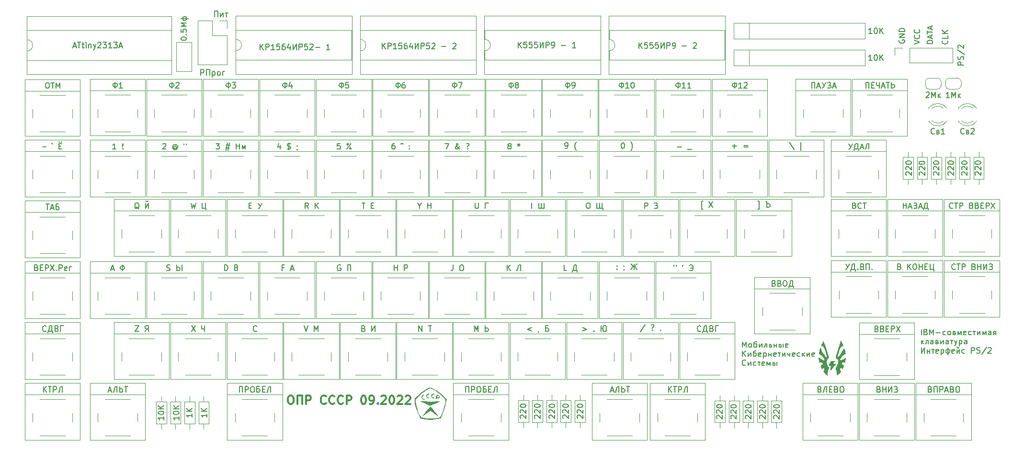
<source format=gbr>
%TF.GenerationSoftware,KiCad,Pcbnew,(6.0.5)*%
%TF.CreationDate,2022-09-23T10:40:26+10:00*%
%TF.ProjectId,keyb,6b657962-2e6b-4696-9361-645f70636258,rev?*%
%TF.SameCoordinates,Original*%
%TF.FileFunction,Legend,Top*%
%TF.FilePolarity,Positive*%
%FSLAX46Y46*%
G04 Gerber Fmt 4.6, Leading zero omitted, Abs format (unit mm)*
G04 Created by KiCad (PCBNEW (6.0.5)) date 2022-09-23 10:40:26*
%MOMM*%
%LPD*%
G01*
G04 APERTURE LIST*
%ADD10C,0.300000*%
%ADD11C,0.150000*%
%ADD12C,0.120000*%
G04 APERTURE END LIST*
D10*
X93737857Y-142178571D02*
X94023571Y-142178571D01*
X94166428Y-142250000D01*
X94309285Y-142392857D01*
X94380714Y-142678571D01*
X94380714Y-143178571D01*
X94309285Y-143464285D01*
X94166428Y-143607142D01*
X94023571Y-143678571D01*
X93737857Y-143678571D01*
X93595000Y-143607142D01*
X93452142Y-143464285D01*
X93380714Y-143178571D01*
X93380714Y-142678571D01*
X93452142Y-142392857D01*
X93595000Y-142250000D01*
X93737857Y-142178571D01*
X95023571Y-143678571D02*
X95023571Y-142178571D01*
X95880714Y-142178571D01*
X95880714Y-143678571D01*
X96595000Y-143678571D02*
X96595000Y-142178571D01*
X97166428Y-142178571D01*
X97309285Y-142250000D01*
X97380714Y-142321428D01*
X97452142Y-142464285D01*
X97452142Y-142678571D01*
X97380714Y-142821428D01*
X97309285Y-142892857D01*
X97166428Y-142964285D01*
X96595000Y-142964285D01*
X100095000Y-143535714D02*
X100023571Y-143607142D01*
X99809285Y-143678571D01*
X99666428Y-143678571D01*
X99452142Y-143607142D01*
X99309285Y-143464285D01*
X99237857Y-143321428D01*
X99166428Y-143035714D01*
X99166428Y-142821428D01*
X99237857Y-142535714D01*
X99309285Y-142392857D01*
X99452142Y-142250000D01*
X99666428Y-142178571D01*
X99809285Y-142178571D01*
X100023571Y-142250000D01*
X100095000Y-142321428D01*
X101595000Y-143535714D02*
X101523571Y-143607142D01*
X101309285Y-143678571D01*
X101166428Y-143678571D01*
X100952142Y-143607142D01*
X100809285Y-143464285D01*
X100737857Y-143321428D01*
X100666428Y-143035714D01*
X100666428Y-142821428D01*
X100737857Y-142535714D01*
X100809285Y-142392857D01*
X100952142Y-142250000D01*
X101166428Y-142178571D01*
X101309285Y-142178571D01*
X101523571Y-142250000D01*
X101595000Y-142321428D01*
X103095000Y-143535714D02*
X103023571Y-143607142D01*
X102809285Y-143678571D01*
X102666428Y-143678571D01*
X102452142Y-143607142D01*
X102309285Y-143464285D01*
X102237857Y-143321428D01*
X102166428Y-143035714D01*
X102166428Y-142821428D01*
X102237857Y-142535714D01*
X102309285Y-142392857D01*
X102452142Y-142250000D01*
X102666428Y-142178571D01*
X102809285Y-142178571D01*
X103023571Y-142250000D01*
X103095000Y-142321428D01*
X103737857Y-143678571D02*
X103737857Y-142178571D01*
X104309285Y-142178571D01*
X104452142Y-142250000D01*
X104523571Y-142321428D01*
X104595000Y-142464285D01*
X104595000Y-142678571D01*
X104523571Y-142821428D01*
X104452142Y-142892857D01*
X104309285Y-142964285D01*
X103737857Y-142964285D01*
X106666428Y-142178571D02*
X106809285Y-142178571D01*
X106952142Y-142250000D01*
X107023571Y-142321428D01*
X107095000Y-142464285D01*
X107166428Y-142750000D01*
X107166428Y-143107142D01*
X107095000Y-143392857D01*
X107023571Y-143535714D01*
X106952142Y-143607142D01*
X106809285Y-143678571D01*
X106666428Y-143678571D01*
X106523571Y-143607142D01*
X106452142Y-143535714D01*
X106380714Y-143392857D01*
X106309285Y-143107142D01*
X106309285Y-142750000D01*
X106380714Y-142464285D01*
X106452142Y-142321428D01*
X106523571Y-142250000D01*
X106666428Y-142178571D01*
X107880714Y-143678571D02*
X108166428Y-143678571D01*
X108309285Y-143607142D01*
X108380714Y-143535714D01*
X108523571Y-143321428D01*
X108595000Y-143035714D01*
X108595000Y-142464285D01*
X108523571Y-142321428D01*
X108452142Y-142250000D01*
X108309285Y-142178571D01*
X108023571Y-142178571D01*
X107880714Y-142250000D01*
X107809285Y-142321428D01*
X107737857Y-142464285D01*
X107737857Y-142821428D01*
X107809285Y-142964285D01*
X107880714Y-143035714D01*
X108023571Y-143107142D01*
X108309285Y-143107142D01*
X108452142Y-143035714D01*
X108523571Y-142964285D01*
X108595000Y-142821428D01*
X109237857Y-143535714D02*
X109309285Y-143607142D01*
X109237857Y-143678571D01*
X109166428Y-143607142D01*
X109237857Y-143535714D01*
X109237857Y-143678571D01*
X109880714Y-142321428D02*
X109952142Y-142250000D01*
X110095000Y-142178571D01*
X110452142Y-142178571D01*
X110595000Y-142250000D01*
X110666428Y-142321428D01*
X110737857Y-142464285D01*
X110737857Y-142607142D01*
X110666428Y-142821428D01*
X109809285Y-143678571D01*
X110737857Y-143678571D01*
X111666428Y-142178571D02*
X111809285Y-142178571D01*
X111952142Y-142250000D01*
X112023571Y-142321428D01*
X112095000Y-142464285D01*
X112166428Y-142750000D01*
X112166428Y-143107142D01*
X112095000Y-143392857D01*
X112023571Y-143535714D01*
X111952142Y-143607142D01*
X111809285Y-143678571D01*
X111666428Y-143678571D01*
X111523571Y-143607142D01*
X111452142Y-143535714D01*
X111380714Y-143392857D01*
X111309285Y-143107142D01*
X111309285Y-142750000D01*
X111380714Y-142464285D01*
X111452142Y-142321428D01*
X111523571Y-142250000D01*
X111666428Y-142178571D01*
X112737857Y-142321428D02*
X112809285Y-142250000D01*
X112952142Y-142178571D01*
X113309285Y-142178571D01*
X113452142Y-142250000D01*
X113523571Y-142321428D01*
X113595000Y-142464285D01*
X113595000Y-142607142D01*
X113523571Y-142821428D01*
X112666428Y-143678571D01*
X113595000Y-143678571D01*
X114166428Y-142321428D02*
X114237857Y-142250000D01*
X114380714Y-142178571D01*
X114737857Y-142178571D01*
X114880714Y-142250000D01*
X114952142Y-142321428D01*
X115023571Y-142464285D01*
X115023571Y-142607142D01*
X114952142Y-142821428D01*
X114095000Y-143678571D01*
X115023571Y-143678571D01*
D11*
X205335595Y-131442380D02*
X205335595Y-130442380D01*
X206145119Y-130918571D02*
X206287976Y-130966190D01*
X206335595Y-131013809D01*
X206383214Y-131109047D01*
X206383214Y-131251904D01*
X206335595Y-131347142D01*
X206287976Y-131394761D01*
X206192738Y-131442380D01*
X205811785Y-131442380D01*
X205811785Y-130442380D01*
X206145119Y-130442380D01*
X206240357Y-130490000D01*
X206287976Y-130537619D01*
X206335595Y-130632857D01*
X206335595Y-130728095D01*
X206287976Y-130823333D01*
X206240357Y-130870952D01*
X206145119Y-130918571D01*
X205811785Y-130918571D01*
X206811785Y-131442380D02*
X206811785Y-130442380D01*
X207145119Y-131156666D01*
X207478452Y-130442380D01*
X207478452Y-131442380D01*
X207954642Y-131061428D02*
X208716547Y-131061428D01*
X209621309Y-131394761D02*
X209526071Y-131442380D01*
X209335595Y-131442380D01*
X209240357Y-131394761D01*
X209192738Y-131347142D01*
X209145119Y-131251904D01*
X209145119Y-130966190D01*
X209192738Y-130870952D01*
X209240357Y-130823333D01*
X209335595Y-130775714D01*
X209526071Y-130775714D01*
X209621309Y-130823333D01*
X210192738Y-131442380D02*
X210097500Y-131394761D01*
X210049880Y-131347142D01*
X210002261Y-131251904D01*
X210002261Y-130966190D01*
X210049880Y-130870952D01*
X210097500Y-130823333D01*
X210192738Y-130775714D01*
X210335595Y-130775714D01*
X210430833Y-130823333D01*
X210478452Y-130870952D01*
X210526071Y-130966190D01*
X210526071Y-131251904D01*
X210478452Y-131347142D01*
X210430833Y-131394761D01*
X210335595Y-131442380D01*
X210192738Y-131442380D01*
X211192738Y-131109047D02*
X211335595Y-131156666D01*
X211383214Y-131251904D01*
X211383214Y-131299523D01*
X211335595Y-131394761D01*
X211240357Y-131442380D01*
X210954642Y-131442380D01*
X210954642Y-130775714D01*
X211192738Y-130775714D01*
X211287976Y-130823333D01*
X211335595Y-130918571D01*
X211335595Y-130966190D01*
X211287976Y-131061428D01*
X211192738Y-131109047D01*
X210954642Y-131109047D01*
X211811785Y-131442380D02*
X211811785Y-130775714D01*
X212097500Y-131299523D01*
X212383214Y-130775714D01*
X212383214Y-131442380D01*
X213240357Y-131394761D02*
X213145119Y-131442380D01*
X212954642Y-131442380D01*
X212859404Y-131394761D01*
X212811785Y-131299523D01*
X212811785Y-130918571D01*
X212859404Y-130823333D01*
X212954642Y-130775714D01*
X213145119Y-130775714D01*
X213240357Y-130823333D01*
X213287976Y-130918571D01*
X213287976Y-131013809D01*
X212811785Y-131109047D01*
X214145119Y-131394761D02*
X214049880Y-131442380D01*
X213859404Y-131442380D01*
X213764166Y-131394761D01*
X213716547Y-131347142D01*
X213668928Y-131251904D01*
X213668928Y-130966190D01*
X213716547Y-130870952D01*
X213764166Y-130823333D01*
X213859404Y-130775714D01*
X214049880Y-130775714D01*
X214145119Y-130823333D01*
X214430833Y-130775714D02*
X214907023Y-130775714D01*
X214668928Y-130775714D02*
X214668928Y-131442380D01*
X215240357Y-130775714D02*
X215240357Y-131442380D01*
X215716547Y-130775714D01*
X215716547Y-131442380D01*
X216192738Y-131442380D02*
X216192738Y-130775714D01*
X216478452Y-131299523D01*
X216764166Y-130775714D01*
X216764166Y-131442380D01*
X217668928Y-131442380D02*
X217668928Y-130918571D01*
X217621309Y-130823333D01*
X217526071Y-130775714D01*
X217335595Y-130775714D01*
X217240357Y-130823333D01*
X217668928Y-131394761D02*
X217573690Y-131442380D01*
X217335595Y-131442380D01*
X217240357Y-131394761D01*
X217192738Y-131299523D01*
X217192738Y-131204285D01*
X217240357Y-131109047D01*
X217335595Y-131061428D01*
X217573690Y-131061428D01*
X217668928Y-131013809D01*
X218335595Y-131156666D02*
X218097500Y-131442380D01*
X218526071Y-131442380D02*
X218526071Y-130775714D01*
X218240357Y-130775714D01*
X218145119Y-130823333D01*
X218097500Y-130918571D01*
X218097500Y-131013809D01*
X218145119Y-131109047D01*
X218240357Y-131156666D01*
X218526071Y-131156666D01*
X205335595Y-132385714D02*
X205335595Y-133052380D01*
X205430833Y-132671428D02*
X205716547Y-133052380D01*
X205716547Y-132385714D02*
X205335595Y-132766666D01*
X206526071Y-133052380D02*
X206526071Y-132385714D01*
X206383214Y-132385714D01*
X206287976Y-132433333D01*
X206240357Y-132528571D01*
X206192738Y-132909523D01*
X206145119Y-133004761D01*
X206049880Y-133052380D01*
X207430833Y-133052380D02*
X207430833Y-132528571D01*
X207383214Y-132433333D01*
X207287976Y-132385714D01*
X207097500Y-132385714D01*
X207002261Y-132433333D01*
X207430833Y-133004761D02*
X207335595Y-133052380D01*
X207097500Y-133052380D01*
X207002261Y-133004761D01*
X206954642Y-132909523D01*
X206954642Y-132814285D01*
X207002261Y-132719047D01*
X207097500Y-132671428D01*
X207335595Y-132671428D01*
X207430833Y-132623809D01*
X208145119Y-132719047D02*
X208287976Y-132766666D01*
X208335595Y-132861904D01*
X208335595Y-132909523D01*
X208287976Y-133004761D01*
X208192738Y-133052380D01*
X207907023Y-133052380D01*
X207907023Y-132385714D01*
X208145119Y-132385714D01*
X208240357Y-132433333D01*
X208287976Y-132528571D01*
X208287976Y-132576190D01*
X208240357Y-132671428D01*
X208145119Y-132719047D01*
X207907023Y-132719047D01*
X208764166Y-132385714D02*
X208764166Y-133052380D01*
X209240357Y-132385714D01*
X209240357Y-133052380D01*
X210145119Y-133052380D02*
X210145119Y-132528571D01*
X210097500Y-132433333D01*
X210002261Y-132385714D01*
X209811785Y-132385714D01*
X209716547Y-132433333D01*
X210145119Y-133004761D02*
X210049880Y-133052380D01*
X209811785Y-133052380D01*
X209716547Y-133004761D01*
X209668928Y-132909523D01*
X209668928Y-132814285D01*
X209716547Y-132719047D01*
X209811785Y-132671428D01*
X210049880Y-132671428D01*
X210145119Y-132623809D01*
X210478452Y-132385714D02*
X210954642Y-132385714D01*
X210716547Y-132385714D02*
X210716547Y-133052380D01*
X211192738Y-132385714D02*
X211430833Y-133052380D01*
X211668928Y-132385714D02*
X211430833Y-133052380D01*
X211335595Y-133290476D01*
X211287976Y-133338095D01*
X211192738Y-133385714D01*
X212049880Y-132385714D02*
X212049880Y-133385714D01*
X212049880Y-132433333D02*
X212145119Y-132385714D01*
X212335595Y-132385714D01*
X212430833Y-132433333D01*
X212478452Y-132480952D01*
X212526071Y-132576190D01*
X212526071Y-132861904D01*
X212478452Y-132957142D01*
X212430833Y-133004761D01*
X212335595Y-133052380D01*
X212145119Y-133052380D01*
X212049880Y-133004761D01*
X213383214Y-133052380D02*
X213383214Y-132528571D01*
X213335595Y-132433333D01*
X213240357Y-132385714D01*
X213049880Y-132385714D01*
X212954642Y-132433333D01*
X213383214Y-133004761D02*
X213287976Y-133052380D01*
X213049880Y-133052380D01*
X212954642Y-133004761D01*
X212907023Y-132909523D01*
X212907023Y-132814285D01*
X212954642Y-132719047D01*
X213049880Y-132671428D01*
X213287976Y-132671428D01*
X213383214Y-132623809D01*
X205335595Y-133662380D02*
X205335595Y-134662380D01*
X205907023Y-133662380D01*
X205907023Y-134662380D01*
X206383214Y-134329047D02*
X206811785Y-134329047D01*
X206383214Y-133995714D02*
X206383214Y-134662380D01*
X206811785Y-133995714D02*
X206811785Y-134662380D01*
X207145119Y-133995714D02*
X207621309Y-133995714D01*
X207383214Y-133995714D02*
X207383214Y-134662380D01*
X208335595Y-134614761D02*
X208240357Y-134662380D01*
X208049880Y-134662380D01*
X207954642Y-134614761D01*
X207907023Y-134519523D01*
X207907023Y-134138571D01*
X207954642Y-134043333D01*
X208049880Y-133995714D01*
X208240357Y-133995714D01*
X208335595Y-134043333D01*
X208383214Y-134138571D01*
X208383214Y-134233809D01*
X207907023Y-134329047D01*
X208811785Y-133995714D02*
X208811785Y-134995714D01*
X208811785Y-134043333D02*
X208907023Y-133995714D01*
X209097500Y-133995714D01*
X209192738Y-134043333D01*
X209240357Y-134090952D01*
X209287976Y-134186190D01*
X209287976Y-134471904D01*
X209240357Y-134567142D01*
X209192738Y-134614761D01*
X209097500Y-134662380D01*
X208907023Y-134662380D01*
X208811785Y-134614761D01*
X210002261Y-133662380D02*
X210002261Y-134995714D01*
X209907023Y-133995714D02*
X210097500Y-133995714D01*
X210192738Y-134043333D01*
X210287976Y-134138571D01*
X210335595Y-134233809D01*
X210335595Y-134424285D01*
X210287976Y-134519523D01*
X210192738Y-134614761D01*
X210097500Y-134662380D01*
X209907023Y-134662380D01*
X209811785Y-134614761D01*
X209716547Y-134519523D01*
X209668928Y-134424285D01*
X209668928Y-134233809D01*
X209716547Y-134138571D01*
X209811785Y-134043333D01*
X209907023Y-133995714D01*
X211145119Y-134614761D02*
X211049880Y-134662380D01*
X210859404Y-134662380D01*
X210764166Y-134614761D01*
X210716547Y-134519523D01*
X210716547Y-134138571D01*
X210764166Y-134043333D01*
X210859404Y-133995714D01*
X211049880Y-133995714D01*
X211145119Y-134043333D01*
X211192738Y-134138571D01*
X211192738Y-134233809D01*
X210716547Y-134329047D01*
X211621309Y-133995714D02*
X211621309Y-134662380D01*
X212097500Y-133995714D01*
X212097500Y-134662380D01*
X211668928Y-133614761D02*
X211716547Y-133710000D01*
X211811785Y-133757619D01*
X211907023Y-133757619D01*
X212002261Y-133710000D01*
X212049880Y-133614761D01*
X213002261Y-134614761D02*
X212907023Y-134662380D01*
X212716547Y-134662380D01*
X212621309Y-134614761D01*
X212573690Y-134567142D01*
X212526071Y-134471904D01*
X212526071Y-134186190D01*
X212573690Y-134090952D01*
X212621309Y-134043333D01*
X212716547Y-133995714D01*
X212907023Y-133995714D01*
X213002261Y-134043333D01*
X214192738Y-134662380D02*
X214192738Y-133662380D01*
X214573690Y-133662380D01*
X214668928Y-133710000D01*
X214716547Y-133757619D01*
X214764166Y-133852857D01*
X214764166Y-133995714D01*
X214716547Y-134090952D01*
X214668928Y-134138571D01*
X214573690Y-134186190D01*
X214192738Y-134186190D01*
X215145119Y-134614761D02*
X215287976Y-134662380D01*
X215526071Y-134662380D01*
X215621309Y-134614761D01*
X215668928Y-134567142D01*
X215716547Y-134471904D01*
X215716547Y-134376666D01*
X215668928Y-134281428D01*
X215621309Y-134233809D01*
X215526071Y-134186190D01*
X215335595Y-134138571D01*
X215240357Y-134090952D01*
X215192738Y-134043333D01*
X215145119Y-133948095D01*
X215145119Y-133852857D01*
X215192738Y-133757619D01*
X215240357Y-133710000D01*
X215335595Y-133662380D01*
X215573690Y-133662380D01*
X215716547Y-133710000D01*
X216859404Y-133614761D02*
X216002261Y-134900476D01*
X217145119Y-133757619D02*
X217192738Y-133710000D01*
X217287976Y-133662380D01*
X217526071Y-133662380D01*
X217621309Y-133710000D01*
X217668928Y-133757619D01*
X217716547Y-133852857D01*
X217716547Y-133948095D01*
X217668928Y-134090952D01*
X217097500Y-134662380D01*
X217716547Y-134662380D01*
X173735595Y-133642380D02*
X173735595Y-132642380D01*
X174068928Y-133356666D01*
X174402261Y-132642380D01*
X174402261Y-133642380D01*
X175021309Y-133642380D02*
X174926071Y-133594761D01*
X174878452Y-133547142D01*
X174830833Y-133451904D01*
X174830833Y-133166190D01*
X174878452Y-133070952D01*
X174926071Y-133023333D01*
X175021309Y-132975714D01*
X175164166Y-132975714D01*
X175259404Y-133023333D01*
X175307023Y-133070952D01*
X175354642Y-133166190D01*
X175354642Y-133451904D01*
X175307023Y-133547142D01*
X175259404Y-133594761D01*
X175164166Y-133642380D01*
X175021309Y-133642380D01*
X176259404Y-132594761D02*
X176211785Y-132642380D01*
X176116547Y-132690000D01*
X175926071Y-132690000D01*
X175830833Y-132737619D01*
X175783214Y-132785238D01*
X175735595Y-132880476D01*
X175735595Y-133451904D01*
X175783214Y-133547142D01*
X175830833Y-133594761D01*
X175926071Y-133642380D01*
X176068928Y-133642380D01*
X176164166Y-133594761D01*
X176211785Y-133547142D01*
X176259404Y-133451904D01*
X176259404Y-133166190D01*
X176211785Y-133070952D01*
X176164166Y-133023333D01*
X176068928Y-132975714D01*
X175878452Y-132975714D01*
X175783214Y-133023333D01*
X175735595Y-133070952D01*
X176687976Y-132975714D02*
X176687976Y-133642380D01*
X177164166Y-132975714D01*
X177164166Y-133642380D01*
X178021309Y-133642380D02*
X178021309Y-132975714D01*
X177878452Y-132975714D01*
X177783214Y-133023333D01*
X177735595Y-133118571D01*
X177687976Y-133499523D01*
X177640357Y-133594761D01*
X177545119Y-133642380D01*
X178497500Y-132975714D02*
X178497500Y-133642380D01*
X178735595Y-133642380D01*
X178830833Y-133594761D01*
X178878452Y-133499523D01*
X178878452Y-133356666D01*
X178830833Y-133261428D01*
X178735595Y-133213809D01*
X178497500Y-133213809D01*
X179307023Y-133309047D02*
X179735595Y-133309047D01*
X179307023Y-132975714D02*
X179307023Y-133642380D01*
X179735595Y-132975714D02*
X179735595Y-133642380D01*
X180878452Y-132975714D02*
X180878452Y-133642380D01*
X180211785Y-132975714D02*
X180211785Y-133642380D01*
X180449880Y-133642380D01*
X180545119Y-133594761D01*
X180592738Y-133499523D01*
X180592738Y-133356666D01*
X180545119Y-133261428D01*
X180449880Y-133213809D01*
X180211785Y-133213809D01*
X181735595Y-133594761D02*
X181640357Y-133642380D01*
X181449880Y-133642380D01*
X181354642Y-133594761D01*
X181307023Y-133499523D01*
X181307023Y-133118571D01*
X181354642Y-133023333D01*
X181449880Y-132975714D01*
X181640357Y-132975714D01*
X181735595Y-133023333D01*
X181783214Y-133118571D01*
X181783214Y-133213809D01*
X181307023Y-133309047D01*
X173735595Y-135252380D02*
X173735595Y-134252380D01*
X174307023Y-135252380D02*
X173878452Y-134680952D01*
X174307023Y-134252380D02*
X173735595Y-134823809D01*
X174735595Y-134585714D02*
X174735595Y-135252380D01*
X175211785Y-134585714D01*
X175211785Y-135252380D01*
X176164166Y-134204761D02*
X176116547Y-134252380D01*
X176021309Y-134300000D01*
X175830833Y-134300000D01*
X175735595Y-134347619D01*
X175687976Y-134395238D01*
X175640357Y-134490476D01*
X175640357Y-135061904D01*
X175687976Y-135157142D01*
X175735595Y-135204761D01*
X175830833Y-135252380D01*
X175973690Y-135252380D01*
X176068928Y-135204761D01*
X176116547Y-135157142D01*
X176164166Y-135061904D01*
X176164166Y-134776190D01*
X176116547Y-134680952D01*
X176068928Y-134633333D01*
X175973690Y-134585714D01*
X175783214Y-134585714D01*
X175687976Y-134633333D01*
X175640357Y-134680952D01*
X176973690Y-135204761D02*
X176878452Y-135252380D01*
X176687976Y-135252380D01*
X176592738Y-135204761D01*
X176545119Y-135109523D01*
X176545119Y-134728571D01*
X176592738Y-134633333D01*
X176687976Y-134585714D01*
X176878452Y-134585714D01*
X176973690Y-134633333D01*
X177021309Y-134728571D01*
X177021309Y-134823809D01*
X176545119Y-134919047D01*
X177449880Y-134585714D02*
X177449880Y-135585714D01*
X177449880Y-134633333D02*
X177545119Y-134585714D01*
X177735595Y-134585714D01*
X177830833Y-134633333D01*
X177878452Y-134680952D01*
X177926071Y-134776190D01*
X177926071Y-135061904D01*
X177878452Y-135157142D01*
X177830833Y-135204761D01*
X177735595Y-135252380D01*
X177545119Y-135252380D01*
X177449880Y-135204761D01*
X178354642Y-134919047D02*
X178783214Y-134919047D01*
X178354642Y-134585714D02*
X178354642Y-135252380D01*
X178783214Y-134585714D02*
X178783214Y-135252380D01*
X179640357Y-135204761D02*
X179545119Y-135252380D01*
X179354642Y-135252380D01*
X179259404Y-135204761D01*
X179211785Y-135109523D01*
X179211785Y-134728571D01*
X179259404Y-134633333D01*
X179354642Y-134585714D01*
X179545119Y-134585714D01*
X179640357Y-134633333D01*
X179687976Y-134728571D01*
X179687976Y-134823809D01*
X179211785Y-134919047D01*
X179973690Y-134585714D02*
X180449880Y-134585714D01*
X180211785Y-134585714D02*
X180211785Y-135252380D01*
X180783214Y-134585714D02*
X180783214Y-135252380D01*
X181259404Y-134585714D01*
X181259404Y-135252380D01*
X182068928Y-134585714D02*
X182068928Y-135252380D01*
X181687976Y-134585714D02*
X181687976Y-134823809D01*
X181735595Y-134919047D01*
X181830833Y-134966666D01*
X182068928Y-134966666D01*
X182973690Y-135204761D02*
X182878452Y-135252380D01*
X182687976Y-135252380D01*
X182592738Y-135204761D01*
X182545119Y-135109523D01*
X182545119Y-134728571D01*
X182592738Y-134633333D01*
X182687976Y-134585714D01*
X182878452Y-134585714D01*
X182973690Y-134633333D01*
X183021309Y-134728571D01*
X183021309Y-134823809D01*
X182545119Y-134919047D01*
X183878452Y-135204761D02*
X183783214Y-135252380D01*
X183592738Y-135252380D01*
X183497500Y-135204761D01*
X183449880Y-135157142D01*
X183402261Y-135061904D01*
X183402261Y-134776190D01*
X183449880Y-134680952D01*
X183497500Y-134633333D01*
X183592738Y-134585714D01*
X183783214Y-134585714D01*
X183878452Y-134633333D01*
X184307023Y-134585714D02*
X184307023Y-135252380D01*
X184402261Y-134871428D02*
X184687976Y-135252380D01*
X184687976Y-134585714D02*
X184307023Y-134966666D01*
X185116547Y-134585714D02*
X185116547Y-135252380D01*
X185592738Y-134585714D01*
X185592738Y-135252380D01*
X186449880Y-135204761D02*
X186354642Y-135252380D01*
X186164166Y-135252380D01*
X186068928Y-135204761D01*
X186021309Y-135109523D01*
X186021309Y-134728571D01*
X186068928Y-134633333D01*
X186164166Y-134585714D01*
X186354642Y-134585714D01*
X186449880Y-134633333D01*
X186497500Y-134728571D01*
X186497500Y-134823809D01*
X186021309Y-134919047D01*
X174307023Y-136767142D02*
X174259404Y-136814761D01*
X174116547Y-136862380D01*
X174021309Y-136862380D01*
X173878452Y-136814761D01*
X173783214Y-136719523D01*
X173735595Y-136624285D01*
X173687976Y-136433809D01*
X173687976Y-136290952D01*
X173735595Y-136100476D01*
X173783214Y-136005238D01*
X173878452Y-135910000D01*
X174021309Y-135862380D01*
X174116547Y-135862380D01*
X174259404Y-135910000D01*
X174307023Y-135957619D01*
X174735595Y-136195714D02*
X174735595Y-136862380D01*
X175211785Y-136195714D01*
X175211785Y-136862380D01*
X176116547Y-136814761D02*
X176021309Y-136862380D01*
X175830833Y-136862380D01*
X175735595Y-136814761D01*
X175687976Y-136767142D01*
X175640357Y-136671904D01*
X175640357Y-136386190D01*
X175687976Y-136290952D01*
X175735595Y-136243333D01*
X175830833Y-136195714D01*
X176021309Y-136195714D01*
X176116547Y-136243333D01*
X176402261Y-136195714D02*
X176878452Y-136195714D01*
X176640357Y-136195714D02*
X176640357Y-136862380D01*
X177592738Y-136814761D02*
X177497500Y-136862380D01*
X177307023Y-136862380D01*
X177211785Y-136814761D01*
X177164166Y-136719523D01*
X177164166Y-136338571D01*
X177211785Y-136243333D01*
X177307023Y-136195714D01*
X177497500Y-136195714D01*
X177592738Y-136243333D01*
X177640357Y-136338571D01*
X177640357Y-136433809D01*
X177164166Y-136529047D01*
X178068928Y-136862380D02*
X178068928Y-136195714D01*
X178354642Y-136719523D01*
X178640357Y-136195714D01*
X178640357Y-136862380D01*
X179783214Y-136195714D02*
X179783214Y-136862380D01*
X179116547Y-136195714D02*
X179116547Y-136862380D01*
X179354642Y-136862380D01*
X179449880Y-136814761D01*
X179497500Y-136719523D01*
X179497500Y-136576666D01*
X179449880Y-136481428D01*
X179354642Y-136433809D01*
X179116547Y-136433809D01*
%TO.C,SW23*%
X142408738Y-98452380D02*
X142599214Y-98452380D01*
X142694452Y-98404761D01*
X142742071Y-98357142D01*
X142837309Y-98214285D01*
X142884928Y-98023809D01*
X142884928Y-97642857D01*
X142837309Y-97547619D01*
X142789690Y-97500000D01*
X142694452Y-97452380D01*
X142503976Y-97452380D01*
X142408738Y-97500000D01*
X142361119Y-97547619D01*
X142313500Y-97642857D01*
X142313500Y-97880952D01*
X142361119Y-97976190D01*
X142408738Y-98023809D01*
X142503976Y-98071428D01*
X142694452Y-98071428D01*
X142789690Y-98023809D01*
X142837309Y-97976190D01*
X142884928Y-97880952D01*
X144361119Y-98833333D02*
X144313500Y-98785714D01*
X144218261Y-98642857D01*
X144170642Y-98547619D01*
X144123023Y-98404761D01*
X144075404Y-98166666D01*
X144075404Y-97976190D01*
X144123023Y-97738095D01*
X144170642Y-97595238D01*
X144218261Y-97500000D01*
X144313500Y-97357142D01*
X144361119Y-97309523D01*
%TO.C,SW18*%
X92027785Y-97912214D02*
X92027785Y-98578880D01*
X91789690Y-97531261D02*
X91551595Y-98245547D01*
X92170642Y-98245547D01*
X93265880Y-98531261D02*
X93408738Y-98578880D01*
X93646833Y-98578880D01*
X93742071Y-98531261D01*
X93789690Y-98483642D01*
X93837309Y-98388404D01*
X93837309Y-98293166D01*
X93789690Y-98197928D01*
X93742071Y-98150309D01*
X93646833Y-98102690D01*
X93456357Y-98055071D01*
X93361119Y-98007452D01*
X93313500Y-97959833D01*
X93265880Y-97864595D01*
X93265880Y-97769357D01*
X93313500Y-97674119D01*
X93361119Y-97626500D01*
X93456357Y-97578880D01*
X93694452Y-97578880D01*
X93837309Y-97626500D01*
X93551595Y-97436023D02*
X93551595Y-98721738D01*
X95075404Y-98531261D02*
X95075404Y-98578880D01*
X95027785Y-98674119D01*
X94980166Y-98721738D01*
X95027785Y-97959833D02*
X95075404Y-98007452D01*
X95027785Y-98055071D01*
X94980166Y-98007452D01*
X95027785Y-97959833D01*
X95027785Y-98055071D01*
%TO.C,SW34*%
X171932547Y-98071428D02*
X172694452Y-98071428D01*
X172313500Y-98452380D02*
X172313500Y-97690476D01*
X173932547Y-97928571D02*
X174694452Y-97928571D01*
X174694452Y-98214285D02*
X173932547Y-98214285D01*
%TO.C,SW68*%
X76373023Y-129828880D02*
X77039690Y-130828880D01*
X77039690Y-129828880D02*
X76373023Y-130828880D01*
X78658738Y-129828880D02*
X78658738Y-130828880D01*
X78134928Y-129828880D02*
X78134928Y-130209833D01*
X78182547Y-130305071D01*
X78230166Y-130352690D01*
X78325404Y-130400309D01*
X78658738Y-130400309D01*
%TO.C,R11*%
X174347619Y-146238095D02*
X174300000Y-146190476D01*
X174252380Y-146095238D01*
X174252380Y-145857142D01*
X174300000Y-145761904D01*
X174347619Y-145714285D01*
X174442857Y-145666666D01*
X174538095Y-145666666D01*
X174680952Y-145714285D01*
X175252380Y-146285714D01*
X175252380Y-145666666D01*
X174347619Y-145285714D02*
X174300000Y-145238095D01*
X174252380Y-145142857D01*
X174252380Y-144904761D01*
X174300000Y-144809523D01*
X174347619Y-144761904D01*
X174442857Y-144714285D01*
X174538095Y-144714285D01*
X174680952Y-144761904D01*
X175252380Y-145333333D01*
X175252380Y-144714285D01*
X174252380Y-144095238D02*
X174252380Y-144000000D01*
X174300000Y-143904761D01*
X174347619Y-143857142D01*
X174442857Y-143809523D01*
X174633333Y-143761904D01*
X174871428Y-143761904D01*
X175061904Y-143809523D01*
X175157142Y-143857142D01*
X175204761Y-143904761D01*
X175252380Y-144000000D01*
X175252380Y-144095238D01*
X175204761Y-144190476D01*
X175157142Y-144238095D01*
X175061904Y-144285714D01*
X174871428Y-144333333D01*
X174633333Y-144333333D01*
X174442857Y-144285714D01*
X174347619Y-144238095D01*
X174300000Y-144190476D01*
X174252380Y-144095238D01*
%TO.C,SW19*%
X102599214Y-97578880D02*
X102123023Y-97578880D01*
X102075404Y-98055071D01*
X102123023Y-98007452D01*
X102218261Y-97959833D01*
X102456357Y-97959833D01*
X102551595Y-98007452D01*
X102599214Y-98055071D01*
X102646833Y-98150309D01*
X102646833Y-98388404D01*
X102599214Y-98483642D01*
X102551595Y-98531261D01*
X102456357Y-98578880D01*
X102218261Y-98578880D01*
X102123023Y-98531261D01*
X102075404Y-98483642D01*
X103789690Y-98578880D02*
X104551595Y-97578880D01*
X103932547Y-97578880D02*
X104027785Y-97626500D01*
X104075404Y-97721738D01*
X104027785Y-97816976D01*
X103932547Y-97864595D01*
X103837309Y-97816976D01*
X103789690Y-97721738D01*
X103837309Y-97626500D01*
X103932547Y-97578880D01*
X104503976Y-98531261D02*
X104551595Y-98436023D01*
X104503976Y-98340785D01*
X104408738Y-98293166D01*
X104313500Y-98340785D01*
X104265880Y-98436023D01*
X104313500Y-98531261D01*
X104408738Y-98578880D01*
X104503976Y-98531261D01*
%TO.C,SW20*%
X112218261Y-97578880D02*
X112027785Y-97578880D01*
X111932547Y-97626500D01*
X111884928Y-97674119D01*
X111789690Y-97816976D01*
X111742071Y-98007452D01*
X111742071Y-98388404D01*
X111789690Y-98483642D01*
X111837309Y-98531261D01*
X111932547Y-98578880D01*
X112123023Y-98578880D01*
X112218261Y-98531261D01*
X112265880Y-98483642D01*
X112313500Y-98388404D01*
X112313500Y-98150309D01*
X112265880Y-98055071D01*
X112218261Y-98007452D01*
X112123023Y-97959833D01*
X111932547Y-97959833D01*
X111837309Y-98007452D01*
X111789690Y-98055071D01*
X111742071Y-98150309D01*
X113361119Y-97674119D02*
X113551595Y-97531261D01*
X113742071Y-97674119D01*
X114837309Y-98483642D02*
X114884928Y-98531261D01*
X114837309Y-98578880D01*
X114789690Y-98531261D01*
X114837309Y-98483642D01*
X114837309Y-98578880D01*
X114837309Y-97959833D02*
X114884928Y-98007452D01*
X114837309Y-98055071D01*
X114789690Y-98007452D01*
X114837309Y-97959833D01*
X114837309Y-98055071D01*
%TO.C,SW76*%
X156563500Y-129604761D02*
X155706357Y-130890476D01*
X157801595Y-130557142D02*
X157849214Y-130604761D01*
X157801595Y-130652380D01*
X157753976Y-130604761D01*
X157801595Y-130557142D01*
X157801595Y-130652380D01*
X157611119Y-129700000D02*
X157706357Y-129652380D01*
X157944452Y-129652380D01*
X158039690Y-129700000D01*
X158087309Y-129795238D01*
X158087309Y-129890476D01*
X158039690Y-129985714D01*
X157992071Y-130033333D01*
X157896833Y-130080952D01*
X157849214Y-130128571D01*
X157801595Y-130223809D01*
X157801595Y-130271428D01*
X159277785Y-130557142D02*
X159325404Y-130604761D01*
X159277785Y-130652380D01*
X159230166Y-130604761D01*
X159277785Y-130557142D01*
X159277785Y-130652380D01*
%TO.C,SW12*%
X132837309Y-87785380D02*
X132837309Y-86785380D01*
X132742071Y-86928238D02*
X132932547Y-86928238D01*
X133075404Y-86975857D01*
X133170642Y-87071095D01*
X133218261Y-87166333D01*
X133218261Y-87356809D01*
X133170642Y-87452047D01*
X133075404Y-87547285D01*
X132932547Y-87594904D01*
X132742071Y-87594904D01*
X132599214Y-87547285D01*
X132503976Y-87452047D01*
X132456357Y-87356809D01*
X132456357Y-87166333D01*
X132503976Y-87071095D01*
X132599214Y-86975857D01*
X132742071Y-86928238D01*
X133742071Y-87213952D02*
X133646833Y-87166333D01*
X133599214Y-87118714D01*
X133551595Y-87023476D01*
X133551595Y-86975857D01*
X133599214Y-86880619D01*
X133646833Y-86833000D01*
X133742071Y-86785380D01*
X133932547Y-86785380D01*
X134027785Y-86833000D01*
X134075404Y-86880619D01*
X134123023Y-86975857D01*
X134123023Y-87023476D01*
X134075404Y-87118714D01*
X134027785Y-87166333D01*
X133932547Y-87213952D01*
X133742071Y-87213952D01*
X133646833Y-87261571D01*
X133599214Y-87309190D01*
X133551595Y-87404428D01*
X133551595Y-87594904D01*
X133599214Y-87690142D01*
X133646833Y-87737761D01*
X133742071Y-87785380D01*
X133932547Y-87785380D01*
X134027785Y-87737761D01*
X134075404Y-87690142D01*
X134123023Y-87594904D01*
X134123023Y-87404428D01*
X134075404Y-87309190D01*
X134027785Y-87261571D01*
X133932547Y-87213952D01*
%TO.C,SW82*%
X160646833Y-141578880D02*
X160646833Y-140578880D01*
X161218261Y-141578880D02*
X160789690Y-141007452D01*
X161218261Y-140578880D02*
X160646833Y-141150309D01*
X161503976Y-140578880D02*
X162075404Y-140578880D01*
X161789690Y-141578880D02*
X161789690Y-140578880D01*
X162408738Y-141578880D02*
X162408738Y-140578880D01*
X162789690Y-140578880D01*
X162884928Y-140626500D01*
X162932547Y-140674119D01*
X162980166Y-140769357D01*
X162980166Y-140912214D01*
X162932547Y-141007452D01*
X162884928Y-141055071D01*
X162789690Y-141102690D01*
X162408738Y-141102690D01*
X163980166Y-141578880D02*
X163980166Y-140578880D01*
X163837309Y-140578880D01*
X163694452Y-140626500D01*
X163599214Y-140721738D01*
X163551595Y-140864595D01*
X163456357Y-141436023D01*
X163408738Y-141531261D01*
X163313500Y-141578880D01*
X163265880Y-141578880D01*
%TO.C,R13*%
X137047619Y-146178095D02*
X137000000Y-146130476D01*
X136952380Y-146035238D01*
X136952380Y-145797142D01*
X137000000Y-145701904D01*
X137047619Y-145654285D01*
X137142857Y-145606666D01*
X137238095Y-145606666D01*
X137380952Y-145654285D01*
X137952380Y-146225714D01*
X137952380Y-145606666D01*
X137047619Y-145225714D02*
X137000000Y-145178095D01*
X136952380Y-145082857D01*
X136952380Y-144844761D01*
X137000000Y-144749523D01*
X137047619Y-144701904D01*
X137142857Y-144654285D01*
X137238095Y-144654285D01*
X137380952Y-144701904D01*
X137952380Y-145273333D01*
X137952380Y-144654285D01*
X136952380Y-144035238D02*
X136952380Y-143940000D01*
X137000000Y-143844761D01*
X137047619Y-143797142D01*
X137142857Y-143749523D01*
X137333333Y-143701904D01*
X137571428Y-143701904D01*
X137761904Y-143749523D01*
X137857142Y-143797142D01*
X137904761Y-143844761D01*
X137952380Y-143940000D01*
X137952380Y-144035238D01*
X137904761Y-144130476D01*
X137857142Y-144178095D01*
X137761904Y-144225714D01*
X137571428Y-144273333D01*
X137333333Y-144273333D01*
X137142857Y-144225714D01*
X137047619Y-144178095D01*
X137000000Y-144130476D01*
X136952380Y-144035238D01*
%TO.C,SW46*%
X116658738Y-108602690D02*
X116658738Y-109078880D01*
X116325404Y-108078880D02*
X116658738Y-108602690D01*
X116992071Y-108078880D01*
X118087309Y-109078880D02*
X118087309Y-108078880D01*
X118087309Y-108555071D02*
X118658738Y-108555071D01*
X118658738Y-109078880D02*
X118658738Y-108078880D01*
%TO.C,SW67*%
X66349214Y-129828880D02*
X67015880Y-129828880D01*
X66349214Y-130828880D01*
X67015880Y-130828880D01*
X68444452Y-130352690D02*
X68111119Y-130828880D01*
X68682547Y-130828880D02*
X68682547Y-129828880D01*
X68301595Y-129828880D01*
X68206357Y-129876500D01*
X68158738Y-129924119D01*
X68111119Y-130019357D01*
X68111119Y-130162214D01*
X68158738Y-130257452D01*
X68206357Y-130305071D01*
X68301595Y-130352690D01*
X68682547Y-130352690D01*
%TO.C,SW43*%
X195528190Y-87785380D02*
X195528190Y-86785380D01*
X196099619Y-86785380D01*
X196099619Y-87785380D01*
X196575809Y-87261571D02*
X196909142Y-87261571D01*
X197052000Y-87785380D02*
X196575809Y-87785380D01*
X196575809Y-86785380D01*
X197052000Y-86785380D01*
X197956761Y-86785380D02*
X197956761Y-87785380D01*
X197432952Y-86785380D02*
X197432952Y-87166333D01*
X197480571Y-87261571D01*
X197528190Y-87309190D01*
X197623428Y-87356809D01*
X197956761Y-87356809D01*
X198385333Y-87499666D02*
X198861523Y-87499666D01*
X198290095Y-87785380D02*
X198623428Y-86785380D01*
X198956761Y-87785380D01*
X199147238Y-86785380D02*
X199718666Y-86785380D01*
X199432952Y-87785380D02*
X199432952Y-86785380D01*
X200052000Y-86785380D02*
X200052000Y-87785380D01*
X200337714Y-87785380D01*
X200480571Y-87737761D01*
X200575809Y-87642523D01*
X200623428Y-87547285D01*
X200623428Y-87404428D01*
X200575809Y-87309190D01*
X200480571Y-87213952D01*
X200337714Y-87166333D01*
X200052000Y-87166333D01*
%TO.C,R2*%
X76452380Y-145404285D02*
X76452380Y-145975714D01*
X76452380Y-145690000D02*
X75452380Y-145690000D01*
X75595238Y-145785238D01*
X75690476Y-145880476D01*
X75738095Y-145975714D01*
X76452380Y-144975714D02*
X75452380Y-144975714D01*
X76452380Y-144404285D02*
X75880952Y-144832857D01*
X75452380Y-144404285D02*
X76023809Y-144975714D01*
%TO.C,SW70*%
X96277785Y-129828880D02*
X96611119Y-130828880D01*
X96944452Y-129828880D01*
X98039690Y-130828880D02*
X98039690Y-129828880D01*
X98373023Y-130543166D01*
X98706357Y-129828880D01*
X98706357Y-130828880D01*
%TO.C,SW56*%
X71956357Y-120031261D02*
X72099214Y-120078880D01*
X72337309Y-120078880D01*
X72432547Y-120031261D01*
X72480166Y-119983642D01*
X72527785Y-119888404D01*
X72527785Y-119793166D01*
X72480166Y-119697928D01*
X72432547Y-119650309D01*
X72337309Y-119602690D01*
X72146833Y-119555071D01*
X72051595Y-119507452D01*
X72003976Y-119459833D01*
X71956357Y-119364595D01*
X71956357Y-119269357D01*
X72003976Y-119174119D01*
X72051595Y-119126500D01*
X72146833Y-119078880D01*
X72384928Y-119078880D01*
X72527785Y-119126500D01*
X74623023Y-119078880D02*
X74623023Y-120078880D01*
X73718261Y-119078880D02*
X73718261Y-120078880D01*
X74003976Y-120078880D01*
X74146833Y-120031261D01*
X74242071Y-119936023D01*
X74289690Y-119840785D01*
X74289690Y-119697928D01*
X74242071Y-119602690D01*
X74146833Y-119507452D01*
X74003976Y-119459833D01*
X73718261Y-119459833D01*
%TO.C,SW72*%
X116515880Y-130828880D02*
X116515880Y-129828880D01*
X117087309Y-130828880D01*
X117087309Y-129828880D01*
X118182547Y-129828880D02*
X118753976Y-129828880D01*
X118468261Y-130828880D02*
X118468261Y-129828880D01*
%TO.C,SW14*%
X152349619Y-87785380D02*
X152349619Y-86785380D01*
X152254380Y-86928238D02*
X152444857Y-86928238D01*
X152587714Y-86975857D01*
X152682952Y-87071095D01*
X152730571Y-87166333D01*
X152730571Y-87356809D01*
X152682952Y-87452047D01*
X152587714Y-87547285D01*
X152444857Y-87594904D01*
X152254380Y-87594904D01*
X152111523Y-87547285D01*
X152016285Y-87452047D01*
X151968666Y-87356809D01*
X151968666Y-87166333D01*
X152016285Y-87071095D01*
X152111523Y-86975857D01*
X152254380Y-86928238D01*
X153635333Y-87785380D02*
X153063904Y-87785380D01*
X153349619Y-87785380D02*
X153349619Y-86785380D01*
X153254380Y-86928238D01*
X153159142Y-87023476D01*
X153063904Y-87071095D01*
X154254380Y-86785380D02*
X154349619Y-86785380D01*
X154444857Y-86833000D01*
X154492476Y-86880619D01*
X154540095Y-86975857D01*
X154587714Y-87166333D01*
X154587714Y-87404428D01*
X154540095Y-87594904D01*
X154492476Y-87690142D01*
X154444857Y-87737761D01*
X154349619Y-87785380D01*
X154254380Y-87785380D01*
X154159142Y-87737761D01*
X154111523Y-87690142D01*
X154063904Y-87594904D01*
X154016285Y-87404428D01*
X154016285Y-87166333D01*
X154063904Y-86975857D01*
X154111523Y-86880619D01*
X154159142Y-86833000D01*
X154254380Y-86785380D01*
%TO.C,SW28*%
X206908738Y-141055071D02*
X207051595Y-141102690D01*
X207099214Y-141150309D01*
X207146833Y-141245547D01*
X207146833Y-141388404D01*
X207099214Y-141483642D01*
X207051595Y-141531261D01*
X206956357Y-141578880D01*
X206575404Y-141578880D01*
X206575404Y-140578880D01*
X206908738Y-140578880D01*
X207003976Y-140626500D01*
X207051595Y-140674119D01*
X207099214Y-140769357D01*
X207099214Y-140864595D01*
X207051595Y-140959833D01*
X207003976Y-141007452D01*
X206908738Y-141055071D01*
X206575404Y-141055071D01*
X207575404Y-141578880D02*
X207575404Y-140578880D01*
X208146833Y-140578880D01*
X208146833Y-141578880D01*
X208623023Y-141578880D02*
X208623023Y-140578880D01*
X209003976Y-140578880D01*
X209099214Y-140626500D01*
X209146833Y-140674119D01*
X209194452Y-140769357D01*
X209194452Y-140912214D01*
X209146833Y-141007452D01*
X209099214Y-141055071D01*
X209003976Y-141102690D01*
X208623023Y-141102690D01*
X209575404Y-141293166D02*
X210051595Y-141293166D01*
X209480166Y-141578880D02*
X209813500Y-140578880D01*
X210146833Y-141578880D01*
X210813500Y-141055071D02*
X210956357Y-141102690D01*
X211003976Y-141150309D01*
X211051595Y-141245547D01*
X211051595Y-141388404D01*
X211003976Y-141483642D01*
X210956357Y-141531261D01*
X210861119Y-141578880D01*
X210480166Y-141578880D01*
X210480166Y-140578880D01*
X210813500Y-140578880D01*
X210908738Y-140626500D01*
X210956357Y-140674119D01*
X211003976Y-140769357D01*
X211003976Y-140864595D01*
X210956357Y-140959833D01*
X210908738Y-141007452D01*
X210813500Y-141055071D01*
X210480166Y-141055071D01*
X211670642Y-140578880D02*
X211861119Y-140578880D01*
X211956357Y-140626500D01*
X212051595Y-140721738D01*
X212099214Y-140912214D01*
X212099214Y-141245547D01*
X212051595Y-141436023D01*
X211956357Y-141531261D01*
X211861119Y-141578880D01*
X211670642Y-141578880D01*
X211575404Y-141531261D01*
X211480166Y-141436023D01*
X211432547Y-141245547D01*
X211432547Y-140912214D01*
X211480166Y-140721738D01*
X211575404Y-140626500D01*
X211670642Y-140578880D01*
%TO.C,SW60*%
X112146833Y-120078880D02*
X112146833Y-119078880D01*
X112146833Y-119555071D02*
X112718261Y-119555071D01*
X112718261Y-120078880D02*
X112718261Y-119078880D01*
X113956357Y-120078880D02*
X113956357Y-119078880D01*
X114337309Y-119078880D01*
X114432547Y-119126500D01*
X114480166Y-119174119D01*
X114527785Y-119269357D01*
X114527785Y-119412214D01*
X114480166Y-119507452D01*
X114432547Y-119555071D01*
X114337309Y-119602690D01*
X113956357Y-119602690D01*
%TO.C,SW77*%
X166373023Y-130733642D02*
X166325404Y-130781261D01*
X166182547Y-130828880D01*
X166087309Y-130828880D01*
X165944452Y-130781261D01*
X165849214Y-130686023D01*
X165801595Y-130590785D01*
X165753976Y-130400309D01*
X165753976Y-130257452D01*
X165801595Y-130066976D01*
X165849214Y-129971738D01*
X165944452Y-129876500D01*
X166087309Y-129828880D01*
X166182547Y-129828880D01*
X166325404Y-129876500D01*
X166373023Y-129924119D01*
X167563500Y-131066976D02*
X167563500Y-130828880D01*
X166706357Y-130828880D01*
X166706357Y-131066976D01*
X167373023Y-130828880D02*
X167373023Y-129828880D01*
X167134928Y-129828880D01*
X167039690Y-129876500D01*
X166992071Y-129924119D01*
X166944452Y-130019357D01*
X166849214Y-130828880D01*
X168277785Y-130305071D02*
X168420642Y-130352690D01*
X168468261Y-130400309D01*
X168515880Y-130495547D01*
X168515880Y-130638404D01*
X168468261Y-130733642D01*
X168420642Y-130781261D01*
X168325404Y-130828880D01*
X167944452Y-130828880D01*
X167944452Y-129828880D01*
X168277785Y-129828880D01*
X168373023Y-129876500D01*
X168420642Y-129924119D01*
X168468261Y-130019357D01*
X168468261Y-130114595D01*
X168420642Y-130209833D01*
X168373023Y-130257452D01*
X168277785Y-130305071D01*
X167944452Y-130305071D01*
X168944452Y-130828880D02*
X168944452Y-129828880D01*
X169468261Y-129828880D01*
%TO.C,R10*%
X169247619Y-146238095D02*
X169200000Y-146190476D01*
X169152380Y-146095238D01*
X169152380Y-145857142D01*
X169200000Y-145761904D01*
X169247619Y-145714285D01*
X169342857Y-145666666D01*
X169438095Y-145666666D01*
X169580952Y-145714285D01*
X170152380Y-146285714D01*
X170152380Y-145666666D01*
X169247619Y-145285714D02*
X169200000Y-145238095D01*
X169152380Y-145142857D01*
X169152380Y-144904761D01*
X169200000Y-144809523D01*
X169247619Y-144761904D01*
X169342857Y-144714285D01*
X169438095Y-144714285D01*
X169580952Y-144761904D01*
X170152380Y-145333333D01*
X170152380Y-144714285D01*
X169152380Y-144095238D02*
X169152380Y-144000000D01*
X169200000Y-143904761D01*
X169247619Y-143857142D01*
X169342857Y-143809523D01*
X169533333Y-143761904D01*
X169771428Y-143761904D01*
X169961904Y-143809523D01*
X170057142Y-143857142D01*
X170104761Y-143904761D01*
X170152380Y-144000000D01*
X170152380Y-144095238D01*
X170104761Y-144190476D01*
X170057142Y-144238095D01*
X169961904Y-144285714D01*
X169771428Y-144333333D01*
X169533333Y-144333333D01*
X169342857Y-144285714D01*
X169247619Y-144238095D01*
X169200000Y-144190476D01*
X169152380Y-144095238D01*
%TO.C,SW73*%
X126349214Y-130828880D02*
X126349214Y-129828880D01*
X126682547Y-130543166D01*
X127015880Y-129828880D01*
X127015880Y-130828880D01*
X128253976Y-129828880D02*
X128253976Y-130828880D01*
X128539690Y-130828880D01*
X128682547Y-130781261D01*
X128777785Y-130686023D01*
X128825404Y-130590785D01*
X128825404Y-130447928D01*
X128777785Y-130352690D01*
X128682547Y-130257452D01*
X128539690Y-130209833D01*
X128253976Y-130209833D01*
%TO.C,SW83*%
X185956761Y-87785380D02*
X185956761Y-86785380D01*
X186528190Y-86785380D01*
X186528190Y-87785380D01*
X186956761Y-87499666D02*
X187432952Y-87499666D01*
X186861523Y-87785380D02*
X187194857Y-86785380D01*
X187528190Y-87785380D01*
X187813904Y-86785380D02*
X188147238Y-87452047D01*
X188480571Y-86785380D02*
X188052000Y-87642523D01*
X187956761Y-87737761D01*
X187861523Y-87785380D01*
X187813904Y-87785380D01*
X188909142Y-87261571D02*
X189099619Y-87261571D01*
X188766285Y-86833000D02*
X188861523Y-86785380D01*
X189099619Y-86785380D01*
X189194857Y-86833000D01*
X189242476Y-86880619D01*
X189290095Y-86975857D01*
X189290095Y-87071095D01*
X189242476Y-87166333D01*
X189194857Y-87213952D01*
X189099619Y-87261571D01*
X189242476Y-87309190D01*
X189290095Y-87356809D01*
X189337714Y-87452047D01*
X189337714Y-87594904D01*
X189290095Y-87690142D01*
X189242476Y-87737761D01*
X189147238Y-87785380D01*
X188861523Y-87785380D01*
X188766285Y-87737761D01*
X189718666Y-87499666D02*
X190194857Y-87499666D01*
X189623428Y-87785380D02*
X189956761Y-86785380D01*
X190290095Y-87785380D01*
%TO.C,SW65*%
X161623023Y-119078880D02*
X161623023Y-119269357D01*
X162003976Y-119078880D02*
X162003976Y-119269357D01*
X163242071Y-119078880D02*
X163146833Y-119269357D01*
X165003976Y-119602690D02*
X164527785Y-119602690D01*
X164384928Y-119174119D02*
X164432547Y-119126500D01*
X164575404Y-119078880D01*
X164670642Y-119078880D01*
X164813500Y-119126500D01*
X164908738Y-119221738D01*
X164956357Y-119316976D01*
X165003976Y-119507452D01*
X165003976Y-119650309D01*
X164956357Y-119840785D01*
X164908738Y-119936023D01*
X164813500Y-120031261D01*
X164670642Y-120078880D01*
X164575404Y-120078880D01*
X164432547Y-120031261D01*
X164384928Y-119983642D01*
%TO.C,SW79*%
X61670642Y-141293166D02*
X62146833Y-141293166D01*
X61575404Y-141578880D02*
X61908738Y-140578880D01*
X62242071Y-141578880D01*
X63146833Y-141578880D02*
X63146833Y-140578880D01*
X63003976Y-140578880D01*
X62861119Y-140626500D01*
X62765880Y-140721738D01*
X62718261Y-140864595D01*
X62623023Y-141436023D01*
X62575404Y-141531261D01*
X62480166Y-141578880D01*
X62432547Y-141578880D01*
X63623023Y-140578880D02*
X63623023Y-141578880D01*
X63908738Y-141578880D01*
X64051595Y-141531261D01*
X64146833Y-141436023D01*
X64194452Y-141340785D01*
X64194452Y-141197928D01*
X64146833Y-141102690D01*
X64051595Y-141007452D01*
X63908738Y-140959833D01*
X63623023Y-140959833D01*
X64480166Y-140578880D02*
X65051595Y-140578880D01*
X64765880Y-141578880D02*
X64765880Y-140578880D01*
%TO.C,D1*%
X207649761Y-95817142D02*
X207602142Y-95864761D01*
X207459285Y-95912380D01*
X207364047Y-95912380D01*
X207221190Y-95864761D01*
X207125952Y-95769523D01*
X207078333Y-95674285D01*
X207030714Y-95483809D01*
X207030714Y-95340952D01*
X207078333Y-95150476D01*
X207125952Y-95055238D01*
X207221190Y-94960000D01*
X207364047Y-94912380D01*
X207459285Y-94912380D01*
X207602142Y-94960000D01*
X207649761Y-95007619D01*
X208316428Y-95579047D02*
X208459285Y-95626666D01*
X208506904Y-95721904D01*
X208506904Y-95769523D01*
X208459285Y-95864761D01*
X208364047Y-95912380D01*
X208078333Y-95912380D01*
X208078333Y-95245714D01*
X208316428Y-95245714D01*
X208411666Y-95293333D01*
X208459285Y-95388571D01*
X208459285Y-95436190D01*
X208411666Y-95531428D01*
X208316428Y-95579047D01*
X208078333Y-95579047D01*
X209459285Y-95912380D02*
X208887857Y-95912380D01*
X209173571Y-95912380D02*
X209173571Y-94912380D01*
X209078333Y-95055238D01*
X208983095Y-95150476D01*
X208887857Y-95198095D01*
%TO.C,SW75*%
X145468261Y-130162214D02*
X146230166Y-130447928D01*
X145468261Y-130733642D01*
X147468261Y-130733642D02*
X147515880Y-130781261D01*
X147468261Y-130828880D01*
X147420642Y-130781261D01*
X147468261Y-130733642D01*
X147468261Y-130828880D01*
X148706357Y-129828880D02*
X148706357Y-130828880D01*
X149039690Y-130305071D02*
X148706357Y-130305071D01*
X149277785Y-129828880D02*
X149468261Y-129828880D01*
X149563500Y-129876500D01*
X149658738Y-129971738D01*
X149706357Y-130162214D01*
X149706357Y-130495547D01*
X149658738Y-130686023D01*
X149563500Y-130781261D01*
X149468261Y-130828880D01*
X149277785Y-130828880D01*
X149182547Y-130781261D01*
X149087309Y-130686023D01*
X149039690Y-130495547D01*
X149039690Y-130162214D01*
X149087309Y-129971738D01*
X149182547Y-129876500D01*
X149277785Y-129828880D01*
%TO.C,SW74*%
X136444452Y-130162214D02*
X135682547Y-130447928D01*
X136444452Y-130733642D01*
X137730166Y-130781261D02*
X137730166Y-130828880D01*
X137682547Y-130924119D01*
X137634928Y-130971738D01*
X139396833Y-129828880D02*
X138920642Y-129828880D01*
X138920642Y-130828880D01*
X139206357Y-130828880D01*
X139349214Y-130781261D01*
X139444452Y-130686023D01*
X139492071Y-130590785D01*
X139492071Y-130447928D01*
X139444452Y-130352690D01*
X139349214Y-130257452D01*
X139206357Y-130209833D01*
X138920642Y-130209833D01*
%TO.C,SW36*%
X192503976Y-97578880D02*
X192837309Y-98245547D01*
X193170642Y-97578880D02*
X192742071Y-98436023D01*
X192646833Y-98531261D01*
X192551595Y-98578880D01*
X192503976Y-98578880D01*
X194265880Y-98816976D02*
X194265880Y-98578880D01*
X193408738Y-98578880D01*
X193408738Y-98816976D01*
X194075404Y-98578880D02*
X194075404Y-97578880D01*
X193837309Y-97578880D01*
X193742071Y-97626500D01*
X193694452Y-97674119D01*
X193646833Y-97769357D01*
X193551595Y-98578880D01*
X194599214Y-98293166D02*
X195075404Y-98293166D01*
X194503976Y-98578880D02*
X194837309Y-97578880D01*
X195170642Y-98578880D01*
X196075404Y-98578880D02*
X196075404Y-97578880D01*
X195932547Y-97578880D01*
X195789690Y-97626500D01*
X195694452Y-97721738D01*
X195646833Y-97864595D01*
X195551595Y-98436023D01*
X195503976Y-98531261D01*
X195408738Y-98578880D01*
X195361119Y-98578880D01*
%TO.C,SW48*%
X136468261Y-109078880D02*
X136468261Y-108078880D01*
X138182547Y-108078880D02*
X138182547Y-109078880D01*
X137706357Y-108078880D02*
X137706357Y-109078880D01*
X138658738Y-109078880D01*
X138658738Y-108078880D01*
%TO.C,SW55*%
X62170642Y-119793166D02*
X62646833Y-119793166D01*
X62075404Y-120078880D02*
X62408738Y-119078880D01*
X62742071Y-120078880D01*
X64123023Y-120078880D02*
X64123023Y-119078880D01*
X64027785Y-119221738D02*
X64218261Y-119221738D01*
X64361119Y-119269357D01*
X64456357Y-119364595D01*
X64503976Y-119459833D01*
X64503976Y-119650309D01*
X64456357Y-119745547D01*
X64361119Y-119840785D01*
X64218261Y-119888404D01*
X64027785Y-119888404D01*
X63884928Y-119840785D01*
X63789690Y-119745547D01*
X63742071Y-119650309D01*
X63742071Y-119459833D01*
X63789690Y-119364595D01*
X63884928Y-119269357D01*
X64027785Y-119221738D01*
%TO.C,SW6*%
X50135333Y-98197928D02*
X50182952Y-98150309D01*
X50278190Y-98102690D01*
X50468666Y-98197928D01*
X50563904Y-98150309D01*
X50611523Y-98102690D01*
X51611523Y-97531261D02*
X51754380Y-97674119D01*
X52897238Y-98055071D02*
X53230571Y-98055071D01*
X53373428Y-98578880D02*
X52897238Y-98578880D01*
X52897238Y-97578880D01*
X53373428Y-97578880D01*
X52944857Y-97245547D02*
X52992476Y-97293166D01*
X52944857Y-97340785D01*
X52897238Y-97293166D01*
X52944857Y-97245547D01*
X52944857Y-97340785D01*
X53325809Y-97245547D02*
X53373428Y-97293166D01*
X53325809Y-97340785D01*
X53278190Y-97293166D01*
X53325809Y-97245547D01*
X53325809Y-97340785D01*
%TO.C,SW30*%
X202123023Y-109078880D02*
X202123023Y-108078880D01*
X202123023Y-108555071D02*
X202694452Y-108555071D01*
X202694452Y-109078880D02*
X202694452Y-108078880D01*
X203123023Y-108793166D02*
X203599214Y-108793166D01*
X203027785Y-109078880D02*
X203361119Y-108078880D01*
X203694452Y-109078880D01*
X204123023Y-108555071D02*
X204313500Y-108555071D01*
X203980166Y-108126500D02*
X204075404Y-108078880D01*
X204313500Y-108078880D01*
X204408738Y-108126500D01*
X204456357Y-108174119D01*
X204503976Y-108269357D01*
X204503976Y-108364595D01*
X204456357Y-108459833D01*
X204408738Y-108507452D01*
X204313500Y-108555071D01*
X204456357Y-108602690D01*
X204503976Y-108650309D01*
X204551595Y-108745547D01*
X204551595Y-108888404D01*
X204503976Y-108983642D01*
X204456357Y-109031261D01*
X204361119Y-109078880D01*
X204075404Y-109078880D01*
X203980166Y-109031261D01*
X204932547Y-108793166D02*
X205408738Y-108793166D01*
X204837309Y-109078880D02*
X205170642Y-108078880D01*
X205503976Y-109078880D01*
X206599214Y-109316976D02*
X206599214Y-109078880D01*
X205742071Y-109078880D01*
X205742071Y-109316976D01*
X206408738Y-109078880D02*
X206408738Y-108078880D01*
X206170642Y-108078880D01*
X206075404Y-108126500D01*
X206027785Y-108174119D01*
X205980166Y-108269357D01*
X205884928Y-109078880D01*
%TO.C,SW47*%
X126468261Y-108078880D02*
X126468261Y-108888404D01*
X126515880Y-108983642D01*
X126563500Y-109031261D01*
X126658738Y-109078880D01*
X126849214Y-109078880D01*
X126944452Y-109031261D01*
X126992071Y-108983642D01*
X127039690Y-108888404D01*
X127039690Y-108078880D01*
X128277785Y-109078880D02*
X128277785Y-108078880D01*
X128801595Y-108078880D01*
%TO.C,R7*%
X202697619Y-103178095D02*
X202650000Y-103130476D01*
X202602380Y-103035238D01*
X202602380Y-102797142D01*
X202650000Y-102701904D01*
X202697619Y-102654285D01*
X202792857Y-102606666D01*
X202888095Y-102606666D01*
X203030952Y-102654285D01*
X203602380Y-103225714D01*
X203602380Y-102606666D01*
X202697619Y-102225714D02*
X202650000Y-102178095D01*
X202602380Y-102082857D01*
X202602380Y-101844761D01*
X202650000Y-101749523D01*
X202697619Y-101701904D01*
X202792857Y-101654285D01*
X202888095Y-101654285D01*
X203030952Y-101701904D01*
X203602380Y-102273333D01*
X203602380Y-101654285D01*
X202602380Y-101035238D02*
X202602380Y-100940000D01*
X202650000Y-100844761D01*
X202697619Y-100797142D01*
X202792857Y-100749523D01*
X202983333Y-100701904D01*
X203221428Y-100701904D01*
X203411904Y-100749523D01*
X203507142Y-100797142D01*
X203554761Y-100844761D01*
X203602380Y-100940000D01*
X203602380Y-101035238D01*
X203554761Y-101130476D01*
X203507142Y-101178095D01*
X203411904Y-101225714D01*
X203221428Y-101273333D01*
X202983333Y-101273333D01*
X202792857Y-101225714D01*
X202697619Y-101178095D01*
X202650000Y-101130476D01*
X202602380Y-101035238D01*
%TO.C,SW71*%
X106730166Y-130305071D02*
X106873023Y-130352690D01*
X106920642Y-130400309D01*
X106968261Y-130495547D01*
X106968261Y-130638404D01*
X106920642Y-130733642D01*
X106873023Y-130781261D01*
X106777785Y-130828880D01*
X106396833Y-130828880D01*
X106396833Y-129828880D01*
X106730166Y-129828880D01*
X106825404Y-129876500D01*
X106873023Y-129924119D01*
X106920642Y-130019357D01*
X106920642Y-130114595D01*
X106873023Y-130209833D01*
X106825404Y-130257452D01*
X106730166Y-130305071D01*
X106396833Y-130305071D01*
X108158738Y-129828880D02*
X108158738Y-130828880D01*
X108730166Y-129828880D01*
X108730166Y-130828880D01*
%TO.C,SW78*%
X50146833Y-141578880D02*
X50146833Y-140578880D01*
X50718261Y-141578880D02*
X50289690Y-141007452D01*
X50718261Y-140578880D02*
X50146833Y-141150309D01*
X51003976Y-140578880D02*
X51575404Y-140578880D01*
X51289690Y-141578880D02*
X51289690Y-140578880D01*
X51908738Y-141578880D02*
X51908738Y-140578880D01*
X52289690Y-140578880D01*
X52384928Y-140626500D01*
X52432547Y-140674119D01*
X52480166Y-140769357D01*
X52480166Y-140912214D01*
X52432547Y-141007452D01*
X52384928Y-141055071D01*
X52289690Y-141102690D01*
X51908738Y-141102690D01*
X53480166Y-141578880D02*
X53480166Y-140578880D01*
X53337309Y-140578880D01*
X53194452Y-140626500D01*
X53099214Y-140721738D01*
X53051595Y-140864595D01*
X52956357Y-141436023D01*
X52908738Y-141531261D01*
X52813500Y-141578880D01*
X52765880Y-141578880D01*
%TO.C,J2*%
X77972380Y-85527380D02*
X77972380Y-84527380D01*
X78353333Y-84527380D01*
X78448571Y-84575000D01*
X78496190Y-84622619D01*
X78543809Y-84717857D01*
X78543809Y-84860714D01*
X78496190Y-84955952D01*
X78448571Y-85003571D01*
X78353333Y-85051190D01*
X77972380Y-85051190D01*
X78972380Y-85527380D02*
X78972380Y-84527380D01*
X79543809Y-84527380D01*
X79543809Y-85527380D01*
X80020000Y-84860714D02*
X80020000Y-85860714D01*
X80020000Y-84908333D02*
X80115238Y-84860714D01*
X80305714Y-84860714D01*
X80400952Y-84908333D01*
X80448571Y-84955952D01*
X80496190Y-85051190D01*
X80496190Y-85336904D01*
X80448571Y-85432142D01*
X80400952Y-85479761D01*
X80305714Y-85527380D01*
X80115238Y-85527380D01*
X80020000Y-85479761D01*
X81067619Y-85527380D02*
X80972380Y-85479761D01*
X80924761Y-85432142D01*
X80877142Y-85336904D01*
X80877142Y-85051190D01*
X80924761Y-84955952D01*
X80972380Y-84908333D01*
X81067619Y-84860714D01*
X81210476Y-84860714D01*
X81305714Y-84908333D01*
X81353333Y-84955952D01*
X81400952Y-85051190D01*
X81400952Y-85336904D01*
X81353333Y-85432142D01*
X81305714Y-85479761D01*
X81210476Y-85527380D01*
X81067619Y-85527380D01*
X81829523Y-85527380D02*
X81829523Y-84860714D01*
X82210476Y-84860714D01*
X80404761Y-75202380D02*
X80404761Y-74202380D01*
X80976190Y-74202380D01*
X80976190Y-75202380D01*
X81452380Y-74535714D02*
X81452380Y-75202380D01*
X81928571Y-74535714D01*
X81928571Y-75202380D01*
X82261904Y-74535714D02*
X82738095Y-74535714D01*
X82500000Y-74535714D02*
X82500000Y-75202380D01*
%TO.C,SW11*%
X122837309Y-87785380D02*
X122837309Y-86785380D01*
X122742071Y-86928238D02*
X122932547Y-86928238D01*
X123075404Y-86975857D01*
X123170642Y-87071095D01*
X123218261Y-87166333D01*
X123218261Y-87356809D01*
X123170642Y-87452047D01*
X123075404Y-87547285D01*
X122932547Y-87594904D01*
X122742071Y-87594904D01*
X122599214Y-87547285D01*
X122503976Y-87452047D01*
X122456357Y-87356809D01*
X122456357Y-87166333D01*
X122503976Y-87071095D01*
X122599214Y-86975857D01*
X122742071Y-86928238D01*
X123503976Y-86785380D02*
X124170642Y-86785380D01*
X123742071Y-87785380D01*
%TO.C,SW64*%
X151551595Y-119757142D02*
X151599214Y-119804761D01*
X151551595Y-119852380D01*
X151503976Y-119804761D01*
X151551595Y-119757142D01*
X151551595Y-119852380D01*
X151551595Y-119233333D02*
X151599214Y-119280952D01*
X151551595Y-119328571D01*
X151503976Y-119280952D01*
X151551595Y-119233333D01*
X151551595Y-119328571D01*
X152837309Y-119804761D02*
X152837309Y-119852380D01*
X152789690Y-119947619D01*
X152742071Y-119995238D01*
X152789690Y-119233333D02*
X152837309Y-119280952D01*
X152789690Y-119328571D01*
X152742071Y-119280952D01*
X152789690Y-119233333D01*
X152789690Y-119328571D01*
X154408738Y-119280952D02*
X153980166Y-119852380D01*
X154551595Y-119852380D02*
X154551595Y-118852380D01*
X154551595Y-119423809D02*
X153980166Y-118852380D01*
X155123023Y-119852380D02*
X154694452Y-119280952D01*
X155123023Y-118852380D02*
X154551595Y-119423809D01*
%TO.C,SW7*%
X62980166Y-98578880D02*
X62408738Y-98578880D01*
X62694452Y-98578880D02*
X62694452Y-97578880D01*
X62599214Y-97721738D01*
X62503976Y-97816976D01*
X62408738Y-97864595D01*
X64170642Y-98483642D02*
X64218261Y-98531261D01*
X64170642Y-98578880D01*
X64123023Y-98531261D01*
X64170642Y-98483642D01*
X64170642Y-98578880D01*
X64170642Y-98197928D02*
X64123023Y-97626500D01*
X64170642Y-97578880D01*
X64218261Y-97626500D01*
X64170642Y-98197928D01*
X64170642Y-97578880D01*
%TO.C,SW26*%
X197861119Y-141055071D02*
X198003976Y-141102690D01*
X198051595Y-141150309D01*
X198099214Y-141245547D01*
X198099214Y-141388404D01*
X198051595Y-141483642D01*
X198003976Y-141531261D01*
X197908738Y-141578880D01*
X197527785Y-141578880D01*
X197527785Y-140578880D01*
X197861119Y-140578880D01*
X197956357Y-140626500D01*
X198003976Y-140674119D01*
X198051595Y-140769357D01*
X198051595Y-140864595D01*
X198003976Y-140959833D01*
X197956357Y-141007452D01*
X197861119Y-141055071D01*
X197527785Y-141055071D01*
X198527785Y-141578880D02*
X198527785Y-140578880D01*
X198527785Y-141055071D02*
X199099214Y-141055071D01*
X199099214Y-141578880D02*
X199099214Y-140578880D01*
X199575404Y-140578880D02*
X199575404Y-141578880D01*
X200146833Y-140578880D01*
X200146833Y-141578880D01*
X200718261Y-141055071D02*
X200908738Y-141055071D01*
X200575404Y-140626500D02*
X200670642Y-140578880D01*
X200908738Y-140578880D01*
X201003976Y-140626500D01*
X201051595Y-140674119D01*
X201099214Y-140769357D01*
X201099214Y-140864595D01*
X201051595Y-140959833D01*
X201003976Y-141007452D01*
X200908738Y-141055071D01*
X201051595Y-141102690D01*
X201099214Y-141150309D01*
X201146833Y-141245547D01*
X201146833Y-141388404D01*
X201099214Y-141483642D01*
X201051595Y-141531261D01*
X200956357Y-141578880D01*
X200670642Y-141578880D01*
X200575404Y-141531261D01*
%TO.C,SW15*%
X162361119Y-87785380D02*
X162361119Y-86785380D01*
X162265880Y-86928238D02*
X162456357Y-86928238D01*
X162599214Y-86975857D01*
X162694452Y-87071095D01*
X162742071Y-87166333D01*
X162742071Y-87356809D01*
X162694452Y-87452047D01*
X162599214Y-87547285D01*
X162456357Y-87594904D01*
X162265880Y-87594904D01*
X162123023Y-87547285D01*
X162027785Y-87452047D01*
X161980166Y-87356809D01*
X161980166Y-87166333D01*
X162027785Y-87071095D01*
X162123023Y-86975857D01*
X162265880Y-86928238D01*
X163646833Y-87785380D02*
X163075404Y-87785380D01*
X163361119Y-87785380D02*
X163361119Y-86785380D01*
X163265880Y-86928238D01*
X163170642Y-87023476D01*
X163075404Y-87071095D01*
X164599214Y-87785380D02*
X164027785Y-87785380D01*
X164313500Y-87785380D02*
X164313500Y-86785380D01*
X164218261Y-86928238D01*
X164123023Y-87023476D01*
X164027785Y-87071095D01*
%TO.C,SW22*%
X132456357Y-98007452D02*
X132361119Y-97959833D01*
X132313500Y-97912214D01*
X132265880Y-97816976D01*
X132265880Y-97769357D01*
X132313500Y-97674119D01*
X132361119Y-97626500D01*
X132456357Y-97578880D01*
X132646833Y-97578880D01*
X132742071Y-97626500D01*
X132789690Y-97674119D01*
X132837309Y-97769357D01*
X132837309Y-97816976D01*
X132789690Y-97912214D01*
X132742071Y-97959833D01*
X132646833Y-98007452D01*
X132456357Y-98007452D01*
X132361119Y-98055071D01*
X132313500Y-98102690D01*
X132265880Y-98197928D01*
X132265880Y-98388404D01*
X132313500Y-98483642D01*
X132361119Y-98531261D01*
X132456357Y-98578880D01*
X132646833Y-98578880D01*
X132742071Y-98531261D01*
X132789690Y-98483642D01*
X132837309Y-98388404D01*
X132837309Y-98197928D01*
X132789690Y-98102690D01*
X132742071Y-98055071D01*
X132646833Y-98007452D01*
X134170642Y-97578880D02*
X134170642Y-97816976D01*
X133932547Y-97721738D02*
X134170642Y-97816976D01*
X134408738Y-97721738D01*
X134027785Y-98007452D02*
X134170642Y-97816976D01*
X134313500Y-98007452D01*
%TO.C,SW45*%
X106444452Y-108078880D02*
X107015880Y-108078880D01*
X106730166Y-109078880D02*
X106730166Y-108078880D01*
X108111119Y-108555071D02*
X108444452Y-108555071D01*
X108587309Y-109078880D02*
X108111119Y-109078880D01*
X108111119Y-108078880D01*
X108587309Y-108078880D01*
%TO.C,SW32*%
X191967857Y-118872380D02*
X192301190Y-119539047D01*
X192634523Y-118872380D02*
X192205952Y-119729523D01*
X192110714Y-119824761D01*
X192015476Y-119872380D01*
X191967857Y-119872380D01*
X193729761Y-120110476D02*
X193729761Y-119872380D01*
X192872619Y-119872380D01*
X192872619Y-120110476D01*
X193539285Y-119872380D02*
X193539285Y-118872380D01*
X193301190Y-118872380D01*
X193205952Y-118920000D01*
X193158333Y-118967619D01*
X193110714Y-119062857D01*
X193015476Y-119872380D01*
X194110714Y-119777142D02*
X194158333Y-119824761D01*
X194110714Y-119872380D01*
X194063095Y-119824761D01*
X194110714Y-119777142D01*
X194110714Y-119872380D01*
X194920238Y-119348571D02*
X195063095Y-119396190D01*
X195110714Y-119443809D01*
X195158333Y-119539047D01*
X195158333Y-119681904D01*
X195110714Y-119777142D01*
X195063095Y-119824761D01*
X194967857Y-119872380D01*
X194586904Y-119872380D01*
X194586904Y-118872380D01*
X194920238Y-118872380D01*
X195015476Y-118920000D01*
X195063095Y-118967619D01*
X195110714Y-119062857D01*
X195110714Y-119158095D01*
X195063095Y-119253333D01*
X195015476Y-119300952D01*
X194920238Y-119348571D01*
X194586904Y-119348571D01*
X195586904Y-119872380D02*
X195586904Y-118872380D01*
X196158333Y-118872380D01*
X196158333Y-119872380D01*
X196634523Y-119777142D02*
X196682142Y-119824761D01*
X196634523Y-119872380D01*
X196586904Y-119824761D01*
X196634523Y-119777142D01*
X196634523Y-119872380D01*
%TO.C,R8*%
X176847619Y-146238095D02*
X176800000Y-146190476D01*
X176752380Y-146095238D01*
X176752380Y-145857142D01*
X176800000Y-145761904D01*
X176847619Y-145714285D01*
X176942857Y-145666666D01*
X177038095Y-145666666D01*
X177180952Y-145714285D01*
X177752380Y-146285714D01*
X177752380Y-145666666D01*
X176847619Y-145285714D02*
X176800000Y-145238095D01*
X176752380Y-145142857D01*
X176752380Y-144904761D01*
X176800000Y-144809523D01*
X176847619Y-144761904D01*
X176942857Y-144714285D01*
X177038095Y-144714285D01*
X177180952Y-144761904D01*
X177752380Y-145333333D01*
X177752380Y-144714285D01*
X176752380Y-144095238D02*
X176752380Y-144000000D01*
X176800000Y-143904761D01*
X176847619Y-143857142D01*
X176942857Y-143809523D01*
X177133333Y-143761904D01*
X177371428Y-143761904D01*
X177561904Y-143809523D01*
X177657142Y-143857142D01*
X177704761Y-143904761D01*
X177752380Y-144000000D01*
X177752380Y-144095238D01*
X177704761Y-144190476D01*
X177657142Y-144238095D01*
X177561904Y-144285714D01*
X177371428Y-144333333D01*
X177133333Y-144333333D01*
X176942857Y-144285714D01*
X176847619Y-144238095D01*
X176800000Y-144190476D01*
X176752380Y-144095238D01*
%TO.C,SW44*%
X96992071Y-109078880D02*
X96658738Y-108602690D01*
X96420642Y-109078880D02*
X96420642Y-108078880D01*
X96801595Y-108078880D01*
X96896833Y-108126500D01*
X96944452Y-108174119D01*
X96992071Y-108269357D01*
X96992071Y-108412214D01*
X96944452Y-108507452D01*
X96896833Y-108555071D01*
X96801595Y-108602690D01*
X96420642Y-108602690D01*
X98182547Y-109078880D02*
X98182547Y-108078880D01*
X98753976Y-109078880D02*
X98325404Y-108507452D01*
X98753976Y-108078880D02*
X98182547Y-108650309D01*
%TO.C,RN1*%
X196634523Y-82902380D02*
X196063095Y-82902380D01*
X196348809Y-82902380D02*
X196348809Y-81902380D01*
X196253571Y-82045238D01*
X196158333Y-82140476D01*
X196063095Y-82188095D01*
X197253571Y-81902380D02*
X197348809Y-81902380D01*
X197444047Y-81950000D01*
X197491666Y-81997619D01*
X197539285Y-82092857D01*
X197586904Y-82283333D01*
X197586904Y-82521428D01*
X197539285Y-82711904D01*
X197491666Y-82807142D01*
X197444047Y-82854761D01*
X197348809Y-82902380D01*
X197253571Y-82902380D01*
X197158333Y-82854761D01*
X197110714Y-82807142D01*
X197063095Y-82711904D01*
X197015476Y-82521428D01*
X197015476Y-82283333D01*
X197063095Y-82092857D01*
X197110714Y-81997619D01*
X197158333Y-81950000D01*
X197253571Y-81902380D01*
X198015476Y-82902380D02*
X198015476Y-81902380D01*
X198586904Y-82902380D02*
X198158333Y-82330952D01*
X198586904Y-81902380D02*
X198015476Y-82473809D01*
%TO.C,SW39*%
X76230166Y-108078880D02*
X76468261Y-109078880D01*
X76658738Y-108364595D01*
X76849214Y-109078880D01*
X77087309Y-108078880D01*
X78801595Y-108078880D02*
X78801595Y-109078880D01*
X78230166Y-108078880D02*
X78230166Y-109078880D01*
X78896833Y-109078880D01*
X78896833Y-109316976D01*
%TO.C,U3*%
X110050000Y-80852380D02*
X110050000Y-79852380D01*
X110621428Y-80852380D02*
X110192857Y-80280952D01*
X110621428Y-79852380D02*
X110050000Y-80423809D01*
X111050000Y-80852380D02*
X111050000Y-79852380D01*
X111430952Y-79852380D01*
X111526190Y-79900000D01*
X111573809Y-79947619D01*
X111621428Y-80042857D01*
X111621428Y-80185714D01*
X111573809Y-80280952D01*
X111526190Y-80328571D01*
X111430952Y-80376190D01*
X111050000Y-80376190D01*
X112573809Y-80852380D02*
X112002380Y-80852380D01*
X112288095Y-80852380D02*
X112288095Y-79852380D01*
X112192857Y-79995238D01*
X112097619Y-80090476D01*
X112002380Y-80138095D01*
X113478571Y-79852380D02*
X113002380Y-79852380D01*
X112954761Y-80328571D01*
X113002380Y-80280952D01*
X113097619Y-80233333D01*
X113335714Y-80233333D01*
X113430952Y-80280952D01*
X113478571Y-80328571D01*
X113526190Y-80423809D01*
X113526190Y-80661904D01*
X113478571Y-80757142D01*
X113430952Y-80804761D01*
X113335714Y-80852380D01*
X113097619Y-80852380D01*
X113002380Y-80804761D01*
X112954761Y-80757142D01*
X114383333Y-79852380D02*
X114192857Y-79852380D01*
X114097619Y-79900000D01*
X114050000Y-79947619D01*
X113954761Y-80090476D01*
X113907142Y-80280952D01*
X113907142Y-80661904D01*
X113954761Y-80757142D01*
X114002380Y-80804761D01*
X114097619Y-80852380D01*
X114288095Y-80852380D01*
X114383333Y-80804761D01*
X114430952Y-80757142D01*
X114478571Y-80661904D01*
X114478571Y-80423809D01*
X114430952Y-80328571D01*
X114383333Y-80280952D01*
X114288095Y-80233333D01*
X114097619Y-80233333D01*
X114002380Y-80280952D01*
X113954761Y-80328571D01*
X113907142Y-80423809D01*
X115335714Y-80185714D02*
X115335714Y-80852380D01*
X115097619Y-79804761D02*
X114859523Y-80519047D01*
X115478571Y-80519047D01*
X115859523Y-79852380D02*
X115859523Y-80852380D01*
X116430952Y-79852380D01*
X116430952Y-80852380D01*
X116907142Y-80852380D02*
X116907142Y-79852380D01*
X117288095Y-79852380D01*
X117383333Y-79900000D01*
X117430952Y-79947619D01*
X117478571Y-80042857D01*
X117478571Y-80185714D01*
X117430952Y-80280952D01*
X117383333Y-80328571D01*
X117288095Y-80376190D01*
X116907142Y-80376190D01*
X118383333Y-79852380D02*
X117907142Y-79852380D01*
X117859523Y-80328571D01*
X117907142Y-80280952D01*
X118002380Y-80233333D01*
X118240476Y-80233333D01*
X118335714Y-80280952D01*
X118383333Y-80328571D01*
X118430952Y-80423809D01*
X118430952Y-80661904D01*
X118383333Y-80757142D01*
X118335714Y-80804761D01*
X118240476Y-80852380D01*
X118002380Y-80852380D01*
X117907142Y-80804761D01*
X117859523Y-80757142D01*
X118811904Y-79947619D02*
X118859523Y-79900000D01*
X118954761Y-79852380D01*
X119192857Y-79852380D01*
X119288095Y-79900000D01*
X119335714Y-79947619D01*
X119383333Y-80042857D01*
X119383333Y-80138095D01*
X119335714Y-80280952D01*
X118764285Y-80852380D01*
X119383333Y-80852380D01*
X120573809Y-80471428D02*
X121335714Y-80471428D01*
X122526190Y-79947619D02*
X122573809Y-79900000D01*
X122669047Y-79852380D01*
X122907142Y-79852380D01*
X123002380Y-79900000D01*
X123050000Y-79947619D01*
X123097619Y-80042857D01*
X123097619Y-80138095D01*
X123050000Y-80280952D01*
X122478571Y-80852380D01*
X123097619Y-80852380D01*
%TO.C,SW5*%
X92837309Y-87785380D02*
X92837309Y-86785380D01*
X92742071Y-86928238D02*
X92932547Y-86928238D01*
X93075404Y-86975857D01*
X93170642Y-87071095D01*
X93218261Y-87166333D01*
X93218261Y-87356809D01*
X93170642Y-87452047D01*
X93075404Y-87547285D01*
X92932547Y-87594904D01*
X92742071Y-87594904D01*
X92599214Y-87547285D01*
X92503976Y-87452047D01*
X92456357Y-87356809D01*
X92456357Y-87166333D01*
X92503976Y-87071095D01*
X92599214Y-86975857D01*
X92742071Y-86928238D01*
X94027785Y-87118714D02*
X94027785Y-87785380D01*
X93789690Y-86737761D02*
X93551595Y-87452047D01*
X94170642Y-87452047D01*
%TO.C,R19*%
X142047619Y-146178095D02*
X142000000Y-146130476D01*
X141952380Y-146035238D01*
X141952380Y-145797142D01*
X142000000Y-145701904D01*
X142047619Y-145654285D01*
X142142857Y-145606666D01*
X142238095Y-145606666D01*
X142380952Y-145654285D01*
X142952380Y-146225714D01*
X142952380Y-145606666D01*
X142047619Y-145225714D02*
X142000000Y-145178095D01*
X141952380Y-145082857D01*
X141952380Y-144844761D01*
X142000000Y-144749523D01*
X142047619Y-144701904D01*
X142142857Y-144654285D01*
X142238095Y-144654285D01*
X142380952Y-144701904D01*
X142952380Y-145273333D01*
X142952380Y-144654285D01*
X141952380Y-144035238D02*
X141952380Y-143940000D01*
X142000000Y-143844761D01*
X142047619Y-143797142D01*
X142142857Y-143749523D01*
X142333333Y-143701904D01*
X142571428Y-143701904D01*
X142761904Y-143749523D01*
X142857142Y-143797142D01*
X142904761Y-143844761D01*
X142952380Y-143940000D01*
X142952380Y-144035238D01*
X142904761Y-144130476D01*
X142857142Y-144178095D01*
X142761904Y-144225714D01*
X142571428Y-144273333D01*
X142333333Y-144273333D01*
X142142857Y-144225714D01*
X142047619Y-144178095D01*
X142000000Y-144130476D01*
X141952380Y-144035238D01*
%TO.C,R20*%
X171747619Y-146238095D02*
X171700000Y-146190476D01*
X171652380Y-146095238D01*
X171652380Y-145857142D01*
X171700000Y-145761904D01*
X171747619Y-145714285D01*
X171842857Y-145666666D01*
X171938095Y-145666666D01*
X172080952Y-145714285D01*
X172652380Y-146285714D01*
X172652380Y-145666666D01*
X171747619Y-145285714D02*
X171700000Y-145238095D01*
X171652380Y-145142857D01*
X171652380Y-144904761D01*
X171700000Y-144809523D01*
X171747619Y-144761904D01*
X171842857Y-144714285D01*
X171938095Y-144714285D01*
X172080952Y-144761904D01*
X172652380Y-145333333D01*
X172652380Y-144714285D01*
X171652380Y-144095238D02*
X171652380Y-144000000D01*
X171700000Y-143904761D01*
X171747619Y-143857142D01*
X171842857Y-143809523D01*
X172033333Y-143761904D01*
X172271428Y-143761904D01*
X172461904Y-143809523D01*
X172557142Y-143857142D01*
X172604761Y-143904761D01*
X172652380Y-144000000D01*
X172652380Y-144095238D01*
X172604761Y-144190476D01*
X172557142Y-144238095D01*
X172461904Y-144285714D01*
X172271428Y-144333333D01*
X172033333Y-144333333D01*
X171842857Y-144285714D01*
X171747619Y-144238095D01*
X171700000Y-144190476D01*
X171652380Y-144095238D01*
%TO.C,U1*%
X55440476Y-80416666D02*
X55916666Y-80416666D01*
X55345238Y-80702380D02*
X55678571Y-79702380D01*
X56011904Y-80702380D01*
X56202380Y-79702380D02*
X56773809Y-79702380D01*
X56488095Y-80702380D02*
X56488095Y-79702380D01*
X56964285Y-80035714D02*
X57345238Y-80035714D01*
X57107142Y-79702380D02*
X57107142Y-80559523D01*
X57154761Y-80654761D01*
X57250000Y-80702380D01*
X57345238Y-80702380D01*
X57678571Y-80702380D02*
X57678571Y-80035714D01*
X57678571Y-79702380D02*
X57630952Y-79750000D01*
X57678571Y-79797619D01*
X57726190Y-79750000D01*
X57678571Y-79702380D01*
X57678571Y-79797619D01*
X58154761Y-80035714D02*
X58154761Y-80702380D01*
X58154761Y-80130952D02*
X58202380Y-80083333D01*
X58297619Y-80035714D01*
X58440476Y-80035714D01*
X58535714Y-80083333D01*
X58583333Y-80178571D01*
X58583333Y-80702380D01*
X58964285Y-80035714D02*
X59202380Y-80702380D01*
X59440476Y-80035714D02*
X59202380Y-80702380D01*
X59107142Y-80940476D01*
X59059523Y-80988095D01*
X58964285Y-81035714D01*
X59773809Y-79797619D02*
X59821428Y-79750000D01*
X59916666Y-79702380D01*
X60154761Y-79702380D01*
X60250000Y-79750000D01*
X60297619Y-79797619D01*
X60345238Y-79892857D01*
X60345238Y-79988095D01*
X60297619Y-80130952D01*
X59726190Y-80702380D01*
X60345238Y-80702380D01*
X60678571Y-79702380D02*
X61297619Y-79702380D01*
X60964285Y-80083333D01*
X61107142Y-80083333D01*
X61202380Y-80130952D01*
X61250000Y-80178571D01*
X61297619Y-80273809D01*
X61297619Y-80511904D01*
X61250000Y-80607142D01*
X61202380Y-80654761D01*
X61107142Y-80702380D01*
X60821428Y-80702380D01*
X60726190Y-80654761D01*
X60678571Y-80607142D01*
X62250000Y-80702380D02*
X61678571Y-80702380D01*
X61964285Y-80702380D02*
X61964285Y-79702380D01*
X61869047Y-79845238D01*
X61773809Y-79940476D01*
X61678571Y-79988095D01*
X62583333Y-79702380D02*
X63202380Y-79702380D01*
X62869047Y-80083333D01*
X63011904Y-80083333D01*
X63107142Y-80130952D01*
X63154761Y-80178571D01*
X63202380Y-80273809D01*
X63202380Y-80511904D01*
X63154761Y-80607142D01*
X63107142Y-80654761D01*
X63011904Y-80702380D01*
X62726190Y-80702380D01*
X62630952Y-80654761D01*
X62583333Y-80607142D01*
X63583333Y-80416666D02*
X64059523Y-80416666D01*
X63488095Y-80702380D02*
X63821428Y-79702380D01*
X64154761Y-80702380D01*
%TO.C,U2*%
X88480952Y-81002380D02*
X88480952Y-80002380D01*
X89052380Y-81002380D02*
X88623809Y-80430952D01*
X89052380Y-80002380D02*
X88480952Y-80573809D01*
X89480952Y-81002380D02*
X89480952Y-80002380D01*
X89861904Y-80002380D01*
X89957142Y-80050000D01*
X90004761Y-80097619D01*
X90052380Y-80192857D01*
X90052380Y-80335714D01*
X90004761Y-80430952D01*
X89957142Y-80478571D01*
X89861904Y-80526190D01*
X89480952Y-80526190D01*
X91004761Y-81002380D02*
X90433333Y-81002380D01*
X90719047Y-81002380D02*
X90719047Y-80002380D01*
X90623809Y-80145238D01*
X90528571Y-80240476D01*
X90433333Y-80288095D01*
X91909523Y-80002380D02*
X91433333Y-80002380D01*
X91385714Y-80478571D01*
X91433333Y-80430952D01*
X91528571Y-80383333D01*
X91766666Y-80383333D01*
X91861904Y-80430952D01*
X91909523Y-80478571D01*
X91957142Y-80573809D01*
X91957142Y-80811904D01*
X91909523Y-80907142D01*
X91861904Y-80954761D01*
X91766666Y-81002380D01*
X91528571Y-81002380D01*
X91433333Y-80954761D01*
X91385714Y-80907142D01*
X92814285Y-80002380D02*
X92623809Y-80002380D01*
X92528571Y-80050000D01*
X92480952Y-80097619D01*
X92385714Y-80240476D01*
X92338095Y-80430952D01*
X92338095Y-80811904D01*
X92385714Y-80907142D01*
X92433333Y-80954761D01*
X92528571Y-81002380D01*
X92719047Y-81002380D01*
X92814285Y-80954761D01*
X92861904Y-80907142D01*
X92909523Y-80811904D01*
X92909523Y-80573809D01*
X92861904Y-80478571D01*
X92814285Y-80430952D01*
X92719047Y-80383333D01*
X92528571Y-80383333D01*
X92433333Y-80430952D01*
X92385714Y-80478571D01*
X92338095Y-80573809D01*
X93766666Y-80335714D02*
X93766666Y-81002380D01*
X93528571Y-79954761D02*
X93290476Y-80669047D01*
X93909523Y-80669047D01*
X94290476Y-80002380D02*
X94290476Y-81002380D01*
X94861904Y-80002380D01*
X94861904Y-81002380D01*
X95338095Y-81002380D02*
X95338095Y-80002380D01*
X95719047Y-80002380D01*
X95814285Y-80050000D01*
X95861904Y-80097619D01*
X95909523Y-80192857D01*
X95909523Y-80335714D01*
X95861904Y-80430952D01*
X95814285Y-80478571D01*
X95719047Y-80526190D01*
X95338095Y-80526190D01*
X96814285Y-80002380D02*
X96338095Y-80002380D01*
X96290476Y-80478571D01*
X96338095Y-80430952D01*
X96433333Y-80383333D01*
X96671428Y-80383333D01*
X96766666Y-80430952D01*
X96814285Y-80478571D01*
X96861904Y-80573809D01*
X96861904Y-80811904D01*
X96814285Y-80907142D01*
X96766666Y-80954761D01*
X96671428Y-81002380D01*
X96433333Y-81002380D01*
X96338095Y-80954761D01*
X96290476Y-80907142D01*
X97242857Y-80097619D02*
X97290476Y-80050000D01*
X97385714Y-80002380D01*
X97623809Y-80002380D01*
X97719047Y-80050000D01*
X97766666Y-80097619D01*
X97814285Y-80192857D01*
X97814285Y-80288095D01*
X97766666Y-80430952D01*
X97195238Y-81002380D01*
X97814285Y-81002380D01*
X98242857Y-80621428D02*
X99004761Y-80621428D01*
X100766666Y-81002380D02*
X100195238Y-81002380D01*
X100480952Y-81002380D02*
X100480952Y-80002380D01*
X100385714Y-80145238D01*
X100290476Y-80240476D01*
X100195238Y-80288095D01*
%TO.C,SW27*%
X187384928Y-141055071D02*
X187527785Y-141102690D01*
X187575404Y-141150309D01*
X187623023Y-141245547D01*
X187623023Y-141388404D01*
X187575404Y-141483642D01*
X187527785Y-141531261D01*
X187432547Y-141578880D01*
X187051595Y-141578880D01*
X187051595Y-140578880D01*
X187384928Y-140578880D01*
X187480166Y-140626500D01*
X187527785Y-140674119D01*
X187575404Y-140769357D01*
X187575404Y-140864595D01*
X187527785Y-140959833D01*
X187480166Y-141007452D01*
X187384928Y-141055071D01*
X187051595Y-141055071D01*
X188623023Y-141578880D02*
X188623023Y-140578880D01*
X188480166Y-140578880D01*
X188337309Y-140626500D01*
X188242071Y-140721738D01*
X188194452Y-140864595D01*
X188099214Y-141436023D01*
X188051595Y-141531261D01*
X187956357Y-141578880D01*
X187908738Y-141578880D01*
X189099214Y-141055071D02*
X189432547Y-141055071D01*
X189575404Y-141578880D02*
X189099214Y-141578880D01*
X189099214Y-140578880D01*
X189575404Y-140578880D01*
X190337309Y-141055071D02*
X190480166Y-141102690D01*
X190527785Y-141150309D01*
X190575404Y-141245547D01*
X190575404Y-141388404D01*
X190527785Y-141483642D01*
X190480166Y-141531261D01*
X190384928Y-141578880D01*
X190003976Y-141578880D01*
X190003976Y-140578880D01*
X190337309Y-140578880D01*
X190432547Y-140626500D01*
X190480166Y-140674119D01*
X190527785Y-140769357D01*
X190527785Y-140864595D01*
X190480166Y-140959833D01*
X190432547Y-141007452D01*
X190337309Y-141055071D01*
X190003976Y-141055071D01*
X191194452Y-140578880D02*
X191384928Y-140578880D01*
X191480166Y-140626500D01*
X191575404Y-140721738D01*
X191623023Y-140912214D01*
X191623023Y-141245547D01*
X191575404Y-141436023D01*
X191480166Y-141531261D01*
X191384928Y-141578880D01*
X191194452Y-141578880D01*
X191099214Y-141531261D01*
X191003976Y-141436023D01*
X190956357Y-141245547D01*
X190956357Y-140912214D01*
X191003976Y-140721738D01*
X191099214Y-140626500D01*
X191194452Y-140578880D01*
%TO.C,SW63*%
X142670642Y-120078880D02*
X142194452Y-120078880D01*
X142194452Y-119078880D01*
X144527785Y-120316976D02*
X144527785Y-120078880D01*
X143670642Y-120078880D01*
X143670642Y-120316976D01*
X144337309Y-120078880D02*
X144337309Y-119078880D01*
X144099214Y-119078880D01*
X144003976Y-119126500D01*
X143956357Y-119174119D01*
X143908738Y-119269357D01*
X143813500Y-120078880D01*
%TO.C,SW58*%
X92646833Y-119555071D02*
X92313500Y-119555071D01*
X92313500Y-120078880D02*
X92313500Y-119078880D01*
X92789690Y-119078880D01*
X93884928Y-119793166D02*
X94361119Y-119793166D01*
X93789690Y-120078880D02*
X94123023Y-119078880D01*
X94456357Y-120078880D01*
%TO.C,SW31*%
X211348809Y-119777142D02*
X211301190Y-119824761D01*
X211158333Y-119872380D01*
X211063095Y-119872380D01*
X210920238Y-119824761D01*
X210825000Y-119729523D01*
X210777380Y-119634285D01*
X210729761Y-119443809D01*
X210729761Y-119300952D01*
X210777380Y-119110476D01*
X210825000Y-119015238D01*
X210920238Y-118920000D01*
X211063095Y-118872380D01*
X211158333Y-118872380D01*
X211301190Y-118920000D01*
X211348809Y-118967619D01*
X211634523Y-118872380D02*
X212205952Y-118872380D01*
X211920238Y-119872380D02*
X211920238Y-118872380D01*
X212539285Y-119872380D02*
X212539285Y-118872380D01*
X212920238Y-118872380D01*
X213015476Y-118920000D01*
X213063095Y-118967619D01*
X213110714Y-119062857D01*
X213110714Y-119205714D01*
X213063095Y-119300952D01*
X213015476Y-119348571D01*
X212920238Y-119396190D01*
X212539285Y-119396190D01*
X214634523Y-119348571D02*
X214777380Y-119396190D01*
X214825000Y-119443809D01*
X214872619Y-119539047D01*
X214872619Y-119681904D01*
X214825000Y-119777142D01*
X214777380Y-119824761D01*
X214682142Y-119872380D01*
X214301190Y-119872380D01*
X214301190Y-118872380D01*
X214634523Y-118872380D01*
X214729761Y-118920000D01*
X214777380Y-118967619D01*
X214825000Y-119062857D01*
X214825000Y-119158095D01*
X214777380Y-119253333D01*
X214729761Y-119300952D01*
X214634523Y-119348571D01*
X214301190Y-119348571D01*
X215301190Y-119872380D02*
X215301190Y-118872380D01*
X215301190Y-119348571D02*
X215872619Y-119348571D01*
X215872619Y-119872380D02*
X215872619Y-118872380D01*
X216348809Y-118872380D02*
X216348809Y-119872380D01*
X216920238Y-118872380D01*
X216920238Y-119872380D01*
X217491666Y-119348571D02*
X217682142Y-119348571D01*
X217348809Y-118920000D02*
X217444047Y-118872380D01*
X217682142Y-118872380D01*
X217777380Y-118920000D01*
X217825000Y-118967619D01*
X217872619Y-119062857D01*
X217872619Y-119158095D01*
X217825000Y-119253333D01*
X217777380Y-119300952D01*
X217682142Y-119348571D01*
X217825000Y-119396190D01*
X217872619Y-119443809D01*
X217920238Y-119539047D01*
X217920238Y-119681904D01*
X217872619Y-119777142D01*
X217825000Y-119824761D01*
X217729761Y-119872380D01*
X217444047Y-119872380D01*
X217348809Y-119824761D01*
%TO.C,SW41*%
X201480166Y-119348571D02*
X201623023Y-119396190D01*
X201670642Y-119443809D01*
X201718261Y-119539047D01*
X201718261Y-119681904D01*
X201670642Y-119777142D01*
X201623023Y-119824761D01*
X201527785Y-119872380D01*
X201146833Y-119872380D01*
X201146833Y-118872380D01*
X201480166Y-118872380D01*
X201575404Y-118920000D01*
X201623023Y-118967619D01*
X201670642Y-119062857D01*
X201670642Y-119158095D01*
X201623023Y-119253333D01*
X201575404Y-119300952D01*
X201480166Y-119348571D01*
X201146833Y-119348571D01*
X202908738Y-119872380D02*
X202908738Y-118872380D01*
X203480166Y-119872380D02*
X203051595Y-119300952D01*
X203480166Y-118872380D02*
X202908738Y-119443809D01*
X204099214Y-118872380D02*
X204289690Y-118872380D01*
X204384928Y-118920000D01*
X204480166Y-119015238D01*
X204527785Y-119205714D01*
X204527785Y-119539047D01*
X204480166Y-119729523D01*
X204384928Y-119824761D01*
X204289690Y-119872380D01*
X204099214Y-119872380D01*
X204003976Y-119824761D01*
X203908738Y-119729523D01*
X203861119Y-119539047D01*
X203861119Y-119205714D01*
X203908738Y-119015238D01*
X204003976Y-118920000D01*
X204099214Y-118872380D01*
X204956357Y-119872380D02*
X204956357Y-118872380D01*
X204956357Y-119348571D02*
X205527785Y-119348571D01*
X205527785Y-119872380D02*
X205527785Y-118872380D01*
X206003976Y-119348571D02*
X206337309Y-119348571D01*
X206480166Y-119872380D02*
X206003976Y-119872380D01*
X206003976Y-118872380D01*
X206480166Y-118872380D01*
X207480166Y-118872380D02*
X207480166Y-119872380D01*
X206908738Y-118872380D02*
X206908738Y-119872380D01*
X207575404Y-119872380D01*
X207575404Y-120110476D01*
%TO.C,J1*%
X212792380Y-83713095D02*
X211792380Y-83713095D01*
X211792380Y-83332142D01*
X211840000Y-83236904D01*
X211887619Y-83189285D01*
X211982857Y-83141666D01*
X212125714Y-83141666D01*
X212220952Y-83189285D01*
X212268571Y-83236904D01*
X212316190Y-83332142D01*
X212316190Y-83713095D01*
X212744761Y-82760714D02*
X212792380Y-82617857D01*
X212792380Y-82379761D01*
X212744761Y-82284523D01*
X212697142Y-82236904D01*
X212601904Y-82189285D01*
X212506666Y-82189285D01*
X212411428Y-82236904D01*
X212363809Y-82284523D01*
X212316190Y-82379761D01*
X212268571Y-82570238D01*
X212220952Y-82665476D01*
X212173333Y-82713095D01*
X212078095Y-82760714D01*
X211982857Y-82760714D01*
X211887619Y-82713095D01*
X211840000Y-82665476D01*
X211792380Y-82570238D01*
X211792380Y-82332142D01*
X211840000Y-82189285D01*
X211744761Y-81046428D02*
X213030476Y-81903571D01*
X211887619Y-80760714D02*
X211840000Y-80713095D01*
X211792380Y-80617857D01*
X211792380Y-80379761D01*
X211840000Y-80284523D01*
X211887619Y-80236904D01*
X211982857Y-80189285D01*
X212078095Y-80189285D01*
X212220952Y-80236904D01*
X212792380Y-80808333D01*
X212792380Y-80189285D01*
X204069380Y-80006333D02*
X205069380Y-79673000D01*
X204069380Y-79339666D01*
X204974142Y-78434904D02*
X205021761Y-78482523D01*
X205069380Y-78625380D01*
X205069380Y-78720619D01*
X205021761Y-78863476D01*
X204926523Y-78958714D01*
X204831285Y-79006333D01*
X204640809Y-79053952D01*
X204497952Y-79053952D01*
X204307476Y-79006333D01*
X204212238Y-78958714D01*
X204117000Y-78863476D01*
X204069380Y-78720619D01*
X204069380Y-78625380D01*
X204117000Y-78482523D01*
X204164619Y-78434904D01*
X204974142Y-77434904D02*
X205021761Y-77482523D01*
X205069380Y-77625380D01*
X205069380Y-77720619D01*
X205021761Y-77863476D01*
X204926523Y-77958714D01*
X204831285Y-78006333D01*
X204640809Y-78053952D01*
X204497952Y-78053952D01*
X204307476Y-78006333D01*
X204212238Y-77958714D01*
X204117000Y-77863476D01*
X204069380Y-77720619D01*
X204069380Y-77625380D01*
X204117000Y-77482523D01*
X204164619Y-77434904D01*
X201450000Y-79307904D02*
X201402380Y-79403142D01*
X201402380Y-79546000D01*
X201450000Y-79688857D01*
X201545238Y-79784095D01*
X201640476Y-79831714D01*
X201830952Y-79879333D01*
X201973809Y-79879333D01*
X202164285Y-79831714D01*
X202259523Y-79784095D01*
X202354761Y-79688857D01*
X202402380Y-79546000D01*
X202402380Y-79450761D01*
X202354761Y-79307904D01*
X202307142Y-79260285D01*
X201973809Y-79260285D01*
X201973809Y-79450761D01*
X202402380Y-78831714D02*
X201402380Y-78831714D01*
X202402380Y-78260285D01*
X201402380Y-78260285D01*
X202402380Y-77784095D02*
X201402380Y-77784095D01*
X201402380Y-77546000D01*
X201450000Y-77403142D01*
X201545238Y-77307904D01*
X201640476Y-77260285D01*
X201830952Y-77212666D01*
X201973809Y-77212666D01*
X202164285Y-77260285D01*
X202259523Y-77307904D01*
X202354761Y-77403142D01*
X202402380Y-77546000D01*
X202402380Y-77784095D01*
X209927142Y-79395238D02*
X209974761Y-79442857D01*
X210022380Y-79585714D01*
X210022380Y-79680952D01*
X209974761Y-79823809D01*
X209879523Y-79919047D01*
X209784285Y-79966666D01*
X209593809Y-80014285D01*
X209450952Y-80014285D01*
X209260476Y-79966666D01*
X209165238Y-79919047D01*
X209070000Y-79823809D01*
X209022380Y-79680952D01*
X209022380Y-79585714D01*
X209070000Y-79442857D01*
X209117619Y-79395238D01*
X210022380Y-78490476D02*
X210022380Y-78966666D01*
X209022380Y-78966666D01*
X210022380Y-78157142D02*
X209022380Y-78157142D01*
X210022380Y-77585714D02*
X209450952Y-78014285D01*
X209022380Y-77585714D02*
X209593809Y-78157142D01*
X207355380Y-79919000D02*
X206355380Y-79919000D01*
X206355380Y-79680904D01*
X206403000Y-79538047D01*
X206498238Y-79442809D01*
X206593476Y-79395190D01*
X206783952Y-79347571D01*
X206926809Y-79347571D01*
X207117285Y-79395190D01*
X207212523Y-79442809D01*
X207307761Y-79538047D01*
X207355380Y-79680904D01*
X207355380Y-79919000D01*
X207069666Y-78966619D02*
X207069666Y-78490428D01*
X207355380Y-79061857D02*
X206355380Y-78728523D01*
X207355380Y-78395190D01*
X206355380Y-78204714D02*
X206355380Y-77633285D01*
X207355380Y-77919000D02*
X206355380Y-77919000D01*
X207069666Y-77347571D02*
X207069666Y-76871380D01*
X207355380Y-77442809D02*
X206355380Y-77109476D01*
X207355380Y-76776142D01*
%TO.C,SW51*%
X166733333Y-109185714D02*
X166495238Y-109185714D01*
X166495238Y-107757142D01*
X166733333Y-107757142D01*
X167780952Y-107852380D02*
X168447619Y-108852380D01*
X168447619Y-107852380D02*
X167780952Y-108852380D01*
%TO.C,SW25*%
X197456357Y-130348571D02*
X197599214Y-130396190D01*
X197646833Y-130443809D01*
X197694452Y-130539047D01*
X197694452Y-130681904D01*
X197646833Y-130777142D01*
X197599214Y-130824761D01*
X197503976Y-130872380D01*
X197123023Y-130872380D01*
X197123023Y-129872380D01*
X197456357Y-129872380D01*
X197551595Y-129920000D01*
X197599214Y-129967619D01*
X197646833Y-130062857D01*
X197646833Y-130158095D01*
X197599214Y-130253333D01*
X197551595Y-130300952D01*
X197456357Y-130348571D01*
X197123023Y-130348571D01*
X198456357Y-130348571D02*
X198599214Y-130396190D01*
X198646833Y-130443809D01*
X198694452Y-130539047D01*
X198694452Y-130681904D01*
X198646833Y-130777142D01*
X198599214Y-130824761D01*
X198503976Y-130872380D01*
X198123023Y-130872380D01*
X198123023Y-129872380D01*
X198456357Y-129872380D01*
X198551595Y-129920000D01*
X198599214Y-129967619D01*
X198646833Y-130062857D01*
X198646833Y-130158095D01*
X198599214Y-130253333D01*
X198551595Y-130300952D01*
X198456357Y-130348571D01*
X198123023Y-130348571D01*
X199123023Y-130348571D02*
X199456357Y-130348571D01*
X199599214Y-130872380D02*
X199123023Y-130872380D01*
X199123023Y-129872380D01*
X199599214Y-129872380D01*
X200027785Y-130872380D02*
X200027785Y-129872380D01*
X200408738Y-129872380D01*
X200503976Y-129920000D01*
X200551595Y-129967619D01*
X200599214Y-130062857D01*
X200599214Y-130205714D01*
X200551595Y-130300952D01*
X200503976Y-130348571D01*
X200408738Y-130396190D01*
X200027785Y-130396190D01*
X200932547Y-129872380D02*
X201599214Y-130872380D01*
X201599214Y-129872380D02*
X200932547Y-130872380D01*
%TO.C,SW10*%
X112837309Y-87785380D02*
X112837309Y-86785380D01*
X112742071Y-86928238D02*
X112932547Y-86928238D01*
X113075404Y-86975857D01*
X113170642Y-87071095D01*
X113218261Y-87166333D01*
X113218261Y-87356809D01*
X113170642Y-87452047D01*
X113075404Y-87547285D01*
X112932547Y-87594904D01*
X112742071Y-87594904D01*
X112599214Y-87547285D01*
X112503976Y-87452047D01*
X112456357Y-87356809D01*
X112456357Y-87166333D01*
X112503976Y-87071095D01*
X112599214Y-86975857D01*
X112742071Y-86928238D01*
X114027785Y-86785380D02*
X113837309Y-86785380D01*
X113742071Y-86833000D01*
X113694452Y-86880619D01*
X113599214Y-87023476D01*
X113551595Y-87213952D01*
X113551595Y-87594904D01*
X113599214Y-87690142D01*
X113646833Y-87737761D01*
X113742071Y-87785380D01*
X113932547Y-87785380D01*
X114027785Y-87737761D01*
X114075404Y-87690142D01*
X114123023Y-87594904D01*
X114123023Y-87356809D01*
X114075404Y-87261571D01*
X114027785Y-87213952D01*
X113932547Y-87166333D01*
X113742071Y-87166333D01*
X113646833Y-87213952D01*
X113599214Y-87261571D01*
X113551595Y-87356809D01*
%TO.C,SW35*%
X182027785Y-97357142D02*
X182884928Y-98642857D01*
X184027785Y-98785714D02*
X184027785Y-97357142D01*
%TO.C,SW50*%
X156444452Y-109078880D02*
X156444452Y-108078880D01*
X156825404Y-108078880D01*
X156920642Y-108126500D01*
X156968261Y-108174119D01*
X157015880Y-108269357D01*
X157015880Y-108412214D01*
X156968261Y-108507452D01*
X156920642Y-108555071D01*
X156825404Y-108602690D01*
X156444452Y-108602690D01*
X158301595Y-108555071D02*
X158492071Y-108555071D01*
X158158738Y-108126500D02*
X158253976Y-108078880D01*
X158492071Y-108078880D01*
X158587309Y-108126500D01*
X158634928Y-108174119D01*
X158682547Y-108269357D01*
X158682547Y-108364595D01*
X158634928Y-108459833D01*
X158587309Y-108507452D01*
X158492071Y-108555071D01*
X158634928Y-108602690D01*
X158682547Y-108650309D01*
X158730166Y-108745547D01*
X158730166Y-108888404D01*
X158682547Y-108983642D01*
X158634928Y-109031261D01*
X158539690Y-109078880D01*
X158253976Y-109078880D01*
X158158738Y-109031261D01*
%TO.C,SW57*%
X82170642Y-120078880D02*
X82170642Y-119078880D01*
X82408738Y-119078880D01*
X82551595Y-119126500D01*
X82646833Y-119221738D01*
X82694452Y-119316976D01*
X82742071Y-119507452D01*
X82742071Y-119650309D01*
X82694452Y-119840785D01*
X82646833Y-119936023D01*
X82551595Y-120031261D01*
X82408738Y-120078880D01*
X82170642Y-120078880D01*
X84265880Y-119555071D02*
X84408738Y-119602690D01*
X84456357Y-119650309D01*
X84503976Y-119745547D01*
X84503976Y-119888404D01*
X84456357Y-119983642D01*
X84408738Y-120031261D01*
X84313500Y-120078880D01*
X83932547Y-120078880D01*
X83932547Y-119078880D01*
X84265880Y-119078880D01*
X84361119Y-119126500D01*
X84408738Y-119174119D01*
X84456357Y-119269357D01*
X84456357Y-119364595D01*
X84408738Y-119459833D01*
X84361119Y-119507452D01*
X84265880Y-119555071D01*
X83932547Y-119555071D01*
%TO.C,U4*%
X134102380Y-80652380D02*
X134102380Y-79652380D01*
X134673809Y-80652380D02*
X134245238Y-80080952D01*
X134673809Y-79652380D02*
X134102380Y-80223809D01*
X135578571Y-79652380D02*
X135102380Y-79652380D01*
X135054761Y-80128571D01*
X135102380Y-80080952D01*
X135197619Y-80033333D01*
X135435714Y-80033333D01*
X135530952Y-80080952D01*
X135578571Y-80128571D01*
X135626190Y-80223809D01*
X135626190Y-80461904D01*
X135578571Y-80557142D01*
X135530952Y-80604761D01*
X135435714Y-80652380D01*
X135197619Y-80652380D01*
X135102380Y-80604761D01*
X135054761Y-80557142D01*
X136530952Y-79652380D02*
X136054761Y-79652380D01*
X136007142Y-80128571D01*
X136054761Y-80080952D01*
X136150000Y-80033333D01*
X136388095Y-80033333D01*
X136483333Y-80080952D01*
X136530952Y-80128571D01*
X136578571Y-80223809D01*
X136578571Y-80461904D01*
X136530952Y-80557142D01*
X136483333Y-80604761D01*
X136388095Y-80652380D01*
X136150000Y-80652380D01*
X136054761Y-80604761D01*
X136007142Y-80557142D01*
X137483333Y-79652380D02*
X137007142Y-79652380D01*
X136959523Y-80128571D01*
X137007142Y-80080952D01*
X137102380Y-80033333D01*
X137340476Y-80033333D01*
X137435714Y-80080952D01*
X137483333Y-80128571D01*
X137530952Y-80223809D01*
X137530952Y-80461904D01*
X137483333Y-80557142D01*
X137435714Y-80604761D01*
X137340476Y-80652380D01*
X137102380Y-80652380D01*
X137007142Y-80604761D01*
X136959523Y-80557142D01*
X137959523Y-79652380D02*
X137959523Y-80652380D01*
X138530952Y-79652380D01*
X138530952Y-80652380D01*
X139007142Y-80652380D02*
X139007142Y-79652380D01*
X139388095Y-79652380D01*
X139483333Y-79700000D01*
X139530952Y-79747619D01*
X139578571Y-79842857D01*
X139578571Y-79985714D01*
X139530952Y-80080952D01*
X139483333Y-80128571D01*
X139388095Y-80176190D01*
X139007142Y-80176190D01*
X140054761Y-80652380D02*
X140245238Y-80652380D01*
X140340476Y-80604761D01*
X140388095Y-80557142D01*
X140483333Y-80414285D01*
X140530952Y-80223809D01*
X140530952Y-79842857D01*
X140483333Y-79747619D01*
X140435714Y-79700000D01*
X140340476Y-79652380D01*
X140150000Y-79652380D01*
X140054761Y-79700000D01*
X140007142Y-79747619D01*
X139959523Y-79842857D01*
X139959523Y-80080952D01*
X140007142Y-80176190D01*
X140054761Y-80223809D01*
X140150000Y-80271428D01*
X140340476Y-80271428D01*
X140435714Y-80223809D01*
X140483333Y-80176190D01*
X140530952Y-80080952D01*
X141721428Y-80271428D02*
X142483333Y-80271428D01*
X144245238Y-80652380D02*
X143673809Y-80652380D01*
X143959523Y-80652380D02*
X143959523Y-79652380D01*
X143864285Y-79795238D01*
X143769047Y-79890476D01*
X143673809Y-79938095D01*
%TO.C,SW16*%
X172349619Y-87785380D02*
X172349619Y-86785380D01*
X172254380Y-86928238D02*
X172444857Y-86928238D01*
X172587714Y-86975857D01*
X172682952Y-87071095D01*
X172730571Y-87166333D01*
X172730571Y-87356809D01*
X172682952Y-87452047D01*
X172587714Y-87547285D01*
X172444857Y-87594904D01*
X172254380Y-87594904D01*
X172111523Y-87547285D01*
X172016285Y-87452047D01*
X171968666Y-87356809D01*
X171968666Y-87166333D01*
X172016285Y-87071095D01*
X172111523Y-86975857D01*
X172254380Y-86928238D01*
X173635333Y-87785380D02*
X173063904Y-87785380D01*
X173349619Y-87785380D02*
X173349619Y-86785380D01*
X173254380Y-86928238D01*
X173159142Y-87023476D01*
X173063904Y-87071095D01*
X174016285Y-86880619D02*
X174063904Y-86833000D01*
X174159142Y-86785380D01*
X174397238Y-86785380D01*
X174492476Y-86833000D01*
X174540095Y-86880619D01*
X174587714Y-86975857D01*
X174587714Y-87071095D01*
X174540095Y-87213952D01*
X173968666Y-87785380D01*
X174587714Y-87785380D01*
%TO.C,SW52*%
X176444452Y-109185714D02*
X176682547Y-109185714D01*
X176682547Y-107757142D01*
X176444452Y-107757142D01*
X177825404Y-107852380D02*
X178063500Y-107852380D01*
X178063500Y-108852380D01*
X178349214Y-108852380D01*
X178492071Y-108804761D01*
X178587309Y-108709523D01*
X178634928Y-108614285D01*
X178634928Y-108471428D01*
X178587309Y-108376190D01*
X178492071Y-108280952D01*
X178349214Y-108233333D01*
X178063500Y-108233333D01*
%TO.C,SW66*%
X50611523Y-130733642D02*
X50563904Y-130781261D01*
X50421047Y-130828880D01*
X50325809Y-130828880D01*
X50182952Y-130781261D01*
X50087714Y-130686023D01*
X50040095Y-130590785D01*
X49992476Y-130400309D01*
X49992476Y-130257452D01*
X50040095Y-130066976D01*
X50087714Y-129971738D01*
X50182952Y-129876500D01*
X50325809Y-129828880D01*
X50421047Y-129828880D01*
X50563904Y-129876500D01*
X50611523Y-129924119D01*
X51802000Y-131066976D02*
X51802000Y-130828880D01*
X50944857Y-130828880D01*
X50944857Y-131066976D01*
X51611523Y-130828880D02*
X51611523Y-129828880D01*
X51373428Y-129828880D01*
X51278190Y-129876500D01*
X51230571Y-129924119D01*
X51182952Y-130019357D01*
X51087714Y-130828880D01*
X52516285Y-130305071D02*
X52659142Y-130352690D01*
X52706761Y-130400309D01*
X52754380Y-130495547D01*
X52754380Y-130638404D01*
X52706761Y-130733642D01*
X52659142Y-130781261D01*
X52563904Y-130828880D01*
X52182952Y-130828880D01*
X52182952Y-129828880D01*
X52516285Y-129828880D01*
X52611523Y-129876500D01*
X52659142Y-129924119D01*
X52706761Y-130019357D01*
X52706761Y-130114595D01*
X52659142Y-130209833D01*
X52611523Y-130257452D01*
X52516285Y-130305071D01*
X52182952Y-130305071D01*
X53182952Y-130828880D02*
X53182952Y-129828880D01*
X53706761Y-129828880D01*
%TO.C,SW9*%
X102837309Y-87785380D02*
X102837309Y-86785380D01*
X102742071Y-86928238D02*
X102932547Y-86928238D01*
X103075404Y-86975857D01*
X103170642Y-87071095D01*
X103218261Y-87166333D01*
X103218261Y-87356809D01*
X103170642Y-87452047D01*
X103075404Y-87547285D01*
X102932547Y-87594904D01*
X102742071Y-87594904D01*
X102599214Y-87547285D01*
X102503976Y-87452047D01*
X102456357Y-87356809D01*
X102456357Y-87166333D01*
X102503976Y-87071095D01*
X102599214Y-86975857D01*
X102742071Y-86928238D01*
X104075404Y-86785380D02*
X103599214Y-86785380D01*
X103551595Y-87261571D01*
X103599214Y-87213952D01*
X103694452Y-87166333D01*
X103932547Y-87166333D01*
X104027785Y-87213952D01*
X104075404Y-87261571D01*
X104123023Y-87356809D01*
X104123023Y-87594904D01*
X104075404Y-87690142D01*
X104027785Y-87737761D01*
X103932547Y-87785380D01*
X103694452Y-87785380D01*
X103599214Y-87737761D01*
X103551595Y-87690142D01*
%TO.C,R15*%
X205027619Y-103188095D02*
X204980000Y-103140476D01*
X204932380Y-103045238D01*
X204932380Y-102807142D01*
X204980000Y-102711904D01*
X205027619Y-102664285D01*
X205122857Y-102616666D01*
X205218095Y-102616666D01*
X205360952Y-102664285D01*
X205932380Y-103235714D01*
X205932380Y-102616666D01*
X205027619Y-102235714D02*
X204980000Y-102188095D01*
X204932380Y-102092857D01*
X204932380Y-101854761D01*
X204980000Y-101759523D01*
X205027619Y-101711904D01*
X205122857Y-101664285D01*
X205218095Y-101664285D01*
X205360952Y-101711904D01*
X205932380Y-102283333D01*
X205932380Y-101664285D01*
X204932380Y-101045238D02*
X204932380Y-100950000D01*
X204980000Y-100854761D01*
X205027619Y-100807142D01*
X205122857Y-100759523D01*
X205313333Y-100711904D01*
X205551428Y-100711904D01*
X205741904Y-100759523D01*
X205837142Y-100807142D01*
X205884761Y-100854761D01*
X205932380Y-100950000D01*
X205932380Y-101045238D01*
X205884761Y-101140476D01*
X205837142Y-101188095D01*
X205741904Y-101235714D01*
X205551428Y-101283333D01*
X205313333Y-101283333D01*
X205122857Y-101235714D01*
X205027619Y-101188095D01*
X204980000Y-101140476D01*
X204932380Y-101045238D01*
%TO.C,SW3*%
X72837309Y-87785380D02*
X72837309Y-86785380D01*
X72742071Y-86928238D02*
X72932547Y-86928238D01*
X73075404Y-86975857D01*
X73170642Y-87071095D01*
X73218261Y-87166333D01*
X73218261Y-87356809D01*
X73170642Y-87452047D01*
X73075404Y-87547285D01*
X72932547Y-87594904D01*
X72742071Y-87594904D01*
X72599214Y-87547285D01*
X72503976Y-87452047D01*
X72456357Y-87356809D01*
X72456357Y-87166333D01*
X72503976Y-87071095D01*
X72599214Y-86975857D01*
X72742071Y-86928238D01*
X73551595Y-86880619D02*
X73599214Y-86833000D01*
X73694452Y-86785380D01*
X73932547Y-86785380D01*
X74027785Y-86833000D01*
X74075404Y-86880619D01*
X74123023Y-86975857D01*
X74123023Y-87071095D01*
X74075404Y-87213952D01*
X73503976Y-87785380D01*
X74123023Y-87785380D01*
%TO.C,SW17*%
X80670642Y-97578880D02*
X81289690Y-97578880D01*
X80956357Y-97959833D01*
X81099214Y-97959833D01*
X81194452Y-98007452D01*
X81242071Y-98055071D01*
X81289690Y-98150309D01*
X81289690Y-98388404D01*
X81242071Y-98483642D01*
X81194452Y-98531261D01*
X81099214Y-98578880D01*
X80813500Y-98578880D01*
X80718261Y-98531261D01*
X80670642Y-98483642D01*
X82432547Y-97912214D02*
X83146833Y-97912214D01*
X82718261Y-97483642D02*
X82432547Y-98769357D01*
X83051595Y-98340785D02*
X82337309Y-98340785D01*
X82765880Y-98769357D02*
X83051595Y-97483642D01*
X84242071Y-98578880D02*
X84242071Y-97578880D01*
X84242071Y-98055071D02*
X84813500Y-98055071D01*
X84813500Y-98578880D02*
X84813500Y-97578880D01*
X85289690Y-98578880D02*
X85289690Y-97912214D01*
X85575404Y-98436023D01*
X85861119Y-97912214D01*
X85861119Y-98578880D01*
%TO.C,SW13*%
X142837309Y-87785380D02*
X142837309Y-86785380D01*
X142742071Y-86928238D02*
X142932547Y-86928238D01*
X143075404Y-86975857D01*
X143170642Y-87071095D01*
X143218261Y-87166333D01*
X143218261Y-87356809D01*
X143170642Y-87452047D01*
X143075404Y-87547285D01*
X142932547Y-87594904D01*
X142742071Y-87594904D01*
X142599214Y-87547285D01*
X142503976Y-87452047D01*
X142456357Y-87356809D01*
X142456357Y-87166333D01*
X142503976Y-87071095D01*
X142599214Y-86975857D01*
X142742071Y-86928238D01*
X143646833Y-87785380D02*
X143837309Y-87785380D01*
X143932547Y-87737761D01*
X143980166Y-87690142D01*
X144075404Y-87547285D01*
X144123023Y-87356809D01*
X144123023Y-86975857D01*
X144075404Y-86880619D01*
X144027785Y-86833000D01*
X143932547Y-86785380D01*
X143742071Y-86785380D01*
X143646833Y-86833000D01*
X143599214Y-86880619D01*
X143551595Y-86975857D01*
X143551595Y-87213952D01*
X143599214Y-87309190D01*
X143646833Y-87356809D01*
X143742071Y-87404428D01*
X143932547Y-87404428D01*
X144027785Y-87356809D01*
X144075404Y-87309190D01*
X144123023Y-87213952D01*
%TO.C,RN2*%
X196634523Y-78152380D02*
X196063095Y-78152380D01*
X196348809Y-78152380D02*
X196348809Y-77152380D01*
X196253571Y-77295238D01*
X196158333Y-77390476D01*
X196063095Y-77438095D01*
X197253571Y-77152380D02*
X197348809Y-77152380D01*
X197444047Y-77200000D01*
X197491666Y-77247619D01*
X197539285Y-77342857D01*
X197586904Y-77533333D01*
X197586904Y-77771428D01*
X197539285Y-77961904D01*
X197491666Y-78057142D01*
X197444047Y-78104761D01*
X197348809Y-78152380D01*
X197253571Y-78152380D01*
X197158333Y-78104761D01*
X197110714Y-78057142D01*
X197063095Y-77961904D01*
X197015476Y-77771428D01*
X197015476Y-77533333D01*
X197063095Y-77342857D01*
X197110714Y-77247619D01*
X197158333Y-77200000D01*
X197253571Y-77152380D01*
X198015476Y-78152380D02*
X198015476Y-77152380D01*
X198586904Y-78152380D02*
X198158333Y-77580952D01*
X198586904Y-77152380D02*
X198015476Y-77723809D01*
%TO.C,R14*%
X144607619Y-146178095D02*
X144560000Y-146130476D01*
X144512380Y-146035238D01*
X144512380Y-145797142D01*
X144560000Y-145701904D01*
X144607619Y-145654285D01*
X144702857Y-145606666D01*
X144798095Y-145606666D01*
X144940952Y-145654285D01*
X145512380Y-146225714D01*
X145512380Y-145606666D01*
X144607619Y-145225714D02*
X144560000Y-145178095D01*
X144512380Y-145082857D01*
X144512380Y-144844761D01*
X144560000Y-144749523D01*
X144607619Y-144701904D01*
X144702857Y-144654285D01*
X144798095Y-144654285D01*
X144940952Y-144701904D01*
X145512380Y-145273333D01*
X145512380Y-144654285D01*
X144512380Y-144035238D02*
X144512380Y-143940000D01*
X144560000Y-143844761D01*
X144607619Y-143797142D01*
X144702857Y-143749523D01*
X144893333Y-143701904D01*
X145131428Y-143701904D01*
X145321904Y-143749523D01*
X145417142Y-143797142D01*
X145464761Y-143844761D01*
X145512380Y-143940000D01*
X145512380Y-144035238D01*
X145464761Y-144130476D01*
X145417142Y-144178095D01*
X145321904Y-144225714D01*
X145131428Y-144273333D01*
X144893333Y-144273333D01*
X144702857Y-144225714D01*
X144607619Y-144178095D01*
X144560000Y-144130476D01*
X144512380Y-144035238D01*
%TO.C,SW61*%
X122551595Y-119078880D02*
X122551595Y-119793166D01*
X122503976Y-119936023D01*
X122408738Y-120031261D01*
X122265880Y-120078880D01*
X122170642Y-120078880D01*
X123980166Y-119078880D02*
X124170642Y-119078880D01*
X124265880Y-119126500D01*
X124361119Y-119221738D01*
X124408738Y-119412214D01*
X124408738Y-119745547D01*
X124361119Y-119936023D01*
X124265880Y-120031261D01*
X124170642Y-120078880D01*
X123980166Y-120078880D01*
X123884928Y-120031261D01*
X123789690Y-119936023D01*
X123742071Y-119745547D01*
X123742071Y-119412214D01*
X123789690Y-119221738D01*
X123884928Y-119126500D01*
X123980166Y-119078880D01*
%TO.C,R6*%
X179347619Y-146238095D02*
X179300000Y-146190476D01*
X179252380Y-146095238D01*
X179252380Y-145857142D01*
X179300000Y-145761904D01*
X179347619Y-145714285D01*
X179442857Y-145666666D01*
X179538095Y-145666666D01*
X179680952Y-145714285D01*
X180252380Y-146285714D01*
X180252380Y-145666666D01*
X179347619Y-145285714D02*
X179300000Y-145238095D01*
X179252380Y-145142857D01*
X179252380Y-144904761D01*
X179300000Y-144809523D01*
X179347619Y-144761904D01*
X179442857Y-144714285D01*
X179538095Y-144714285D01*
X179680952Y-144761904D01*
X180252380Y-145333333D01*
X180252380Y-144714285D01*
X179252380Y-144095238D02*
X179252380Y-144000000D01*
X179300000Y-143904761D01*
X179347619Y-143857142D01*
X179442857Y-143809523D01*
X179633333Y-143761904D01*
X179871428Y-143761904D01*
X180061904Y-143809523D01*
X180157142Y-143857142D01*
X180204761Y-143904761D01*
X180252380Y-144000000D01*
X180252380Y-144095238D01*
X180204761Y-144190476D01*
X180157142Y-144238095D01*
X180061904Y-144285714D01*
X179871428Y-144333333D01*
X179633333Y-144333333D01*
X179442857Y-144285714D01*
X179347619Y-144238095D01*
X179300000Y-144190476D01*
X179252380Y-144095238D01*
%TO.C,R18*%
X212547619Y-103178095D02*
X212500000Y-103130476D01*
X212452380Y-103035238D01*
X212452380Y-102797142D01*
X212500000Y-102701904D01*
X212547619Y-102654285D01*
X212642857Y-102606666D01*
X212738095Y-102606666D01*
X212880952Y-102654285D01*
X213452380Y-103225714D01*
X213452380Y-102606666D01*
X212547619Y-102225714D02*
X212500000Y-102178095D01*
X212452380Y-102082857D01*
X212452380Y-101844761D01*
X212500000Y-101749523D01*
X212547619Y-101701904D01*
X212642857Y-101654285D01*
X212738095Y-101654285D01*
X212880952Y-101701904D01*
X213452380Y-102273333D01*
X213452380Y-101654285D01*
X212452380Y-101035238D02*
X212452380Y-100940000D01*
X212500000Y-100844761D01*
X212547619Y-100797142D01*
X212642857Y-100749523D01*
X212833333Y-100701904D01*
X213071428Y-100701904D01*
X213261904Y-100749523D01*
X213357142Y-100797142D01*
X213404761Y-100844761D01*
X213452380Y-100940000D01*
X213452380Y-101035238D01*
X213404761Y-101130476D01*
X213357142Y-101178095D01*
X213261904Y-101225714D01*
X213071428Y-101273333D01*
X212833333Y-101273333D01*
X212642857Y-101225714D01*
X212547619Y-101178095D01*
X212500000Y-101130476D01*
X212452380Y-101035238D01*
%TO.C,R17*%
X134527619Y-146178095D02*
X134480000Y-146130476D01*
X134432380Y-146035238D01*
X134432380Y-145797142D01*
X134480000Y-145701904D01*
X134527619Y-145654285D01*
X134622857Y-145606666D01*
X134718095Y-145606666D01*
X134860952Y-145654285D01*
X135432380Y-146225714D01*
X135432380Y-145606666D01*
X134527619Y-145225714D02*
X134480000Y-145178095D01*
X134432380Y-145082857D01*
X134432380Y-144844761D01*
X134480000Y-144749523D01*
X134527619Y-144701904D01*
X134622857Y-144654285D01*
X134718095Y-144654285D01*
X134860952Y-144701904D01*
X135432380Y-145273333D01*
X135432380Y-144654285D01*
X134432380Y-144035238D02*
X134432380Y-143940000D01*
X134480000Y-143844761D01*
X134527619Y-143797142D01*
X134622857Y-143749523D01*
X134813333Y-143701904D01*
X135051428Y-143701904D01*
X135241904Y-143749523D01*
X135337142Y-143797142D01*
X135384761Y-143844761D01*
X135432380Y-143940000D01*
X135432380Y-144035238D01*
X135384761Y-144130476D01*
X135337142Y-144178095D01*
X135241904Y-144225714D01*
X135051428Y-144273333D01*
X134813333Y-144273333D01*
X134622857Y-144225714D01*
X134527619Y-144178095D01*
X134480000Y-144130476D01*
X134432380Y-144035238D01*
%TO.C,SW54*%
X48921047Y-119555071D02*
X49063904Y-119602690D01*
X49111523Y-119650309D01*
X49159142Y-119745547D01*
X49159142Y-119888404D01*
X49111523Y-119983642D01*
X49063904Y-120031261D01*
X48968666Y-120078880D01*
X48587714Y-120078880D01*
X48587714Y-119078880D01*
X48921047Y-119078880D01*
X49016285Y-119126500D01*
X49063904Y-119174119D01*
X49111523Y-119269357D01*
X49111523Y-119364595D01*
X49063904Y-119459833D01*
X49016285Y-119507452D01*
X48921047Y-119555071D01*
X48587714Y-119555071D01*
X49587714Y-119555071D02*
X49921047Y-119555071D01*
X50063904Y-120078880D02*
X49587714Y-120078880D01*
X49587714Y-119078880D01*
X50063904Y-119078880D01*
X50492476Y-120078880D02*
X50492476Y-119078880D01*
X50873428Y-119078880D01*
X50968666Y-119126500D01*
X51016285Y-119174119D01*
X51063904Y-119269357D01*
X51063904Y-119412214D01*
X51016285Y-119507452D01*
X50968666Y-119555071D01*
X50873428Y-119602690D01*
X50492476Y-119602690D01*
X51397238Y-119078880D02*
X52063904Y-120078880D01*
X52063904Y-119078880D02*
X51397238Y-120078880D01*
X52444857Y-119983642D02*
X52492476Y-120031261D01*
X52444857Y-120078880D01*
X52397238Y-120031261D01*
X52444857Y-119983642D01*
X52444857Y-120078880D01*
X52921047Y-120078880D02*
X52921047Y-119078880D01*
X53302000Y-119078880D01*
X53397238Y-119126500D01*
X53444857Y-119174119D01*
X53492476Y-119269357D01*
X53492476Y-119412214D01*
X53444857Y-119507452D01*
X53397238Y-119555071D01*
X53302000Y-119602690D01*
X52921047Y-119602690D01*
X54302000Y-120031261D02*
X54206761Y-120078880D01*
X54016285Y-120078880D01*
X53921047Y-120031261D01*
X53873428Y-119936023D01*
X53873428Y-119555071D01*
X53921047Y-119459833D01*
X54016285Y-119412214D01*
X54206761Y-119412214D01*
X54302000Y-119459833D01*
X54349619Y-119555071D01*
X54349619Y-119650309D01*
X53873428Y-119745547D01*
X54778190Y-120078880D02*
X54778190Y-119412214D01*
X55159142Y-119412214D01*
%TO.C,R4*%
X74102380Y-145880476D02*
X74102380Y-146451904D01*
X74102380Y-146166190D02*
X73102380Y-146166190D01*
X73245238Y-146261428D01*
X73340476Y-146356666D01*
X73388095Y-146451904D01*
X73102380Y-145261428D02*
X73102380Y-145166190D01*
X73150000Y-145070952D01*
X73197619Y-145023333D01*
X73292857Y-144975714D01*
X73483333Y-144928095D01*
X73721428Y-144928095D01*
X73911904Y-144975714D01*
X74007142Y-145023333D01*
X74054761Y-145070952D01*
X74102380Y-145166190D01*
X74102380Y-145261428D01*
X74054761Y-145356666D01*
X74007142Y-145404285D01*
X73911904Y-145451904D01*
X73721428Y-145499523D01*
X73483333Y-145499523D01*
X73292857Y-145451904D01*
X73197619Y-145404285D01*
X73150000Y-145356666D01*
X73102380Y-145261428D01*
X74102380Y-144499523D02*
X73102380Y-144499523D01*
X74102380Y-143928095D02*
X73530952Y-144356666D01*
X73102380Y-143928095D02*
X73673809Y-144499523D01*
%TO.C,SW33*%
X162170642Y-98197928D02*
X162932547Y-98197928D01*
X163932547Y-98674119D02*
X164694452Y-98674119D01*
%TO.C,J4*%
X210309523Y-89502380D02*
X209738095Y-89502380D01*
X210023809Y-89502380D02*
X210023809Y-88502380D01*
X209928571Y-88645238D01*
X209833333Y-88740476D01*
X209738095Y-88788095D01*
X210738095Y-89502380D02*
X210738095Y-88502380D01*
X211071428Y-89216666D01*
X211404761Y-88502380D01*
X211404761Y-89502380D01*
X211880952Y-88835714D02*
X211880952Y-89502380D01*
X211976190Y-89121428D02*
X212261904Y-89502380D01*
X212261904Y-88835714D02*
X211880952Y-89216666D01*
%TO.C,SW37*%
X50599214Y-108328880D02*
X51170642Y-108328880D01*
X50884928Y-109328880D02*
X50884928Y-108328880D01*
X51456357Y-109043166D02*
X51932547Y-109043166D01*
X51361119Y-109328880D02*
X51694452Y-108328880D01*
X52027785Y-109328880D01*
X52837309Y-108328880D02*
X52361119Y-108328880D01*
X52361119Y-109328880D01*
X52646833Y-109328880D01*
X52789690Y-109281261D01*
X52884928Y-109186023D01*
X52932547Y-109090785D01*
X52932547Y-108947928D01*
X52884928Y-108852690D01*
X52789690Y-108757452D01*
X52646833Y-108709833D01*
X52361119Y-108709833D01*
%TO.C,C1*%
X74452380Y-79107142D02*
X74452380Y-79011904D01*
X74500000Y-78916666D01*
X74547619Y-78869047D01*
X74642857Y-78821428D01*
X74833333Y-78773809D01*
X75071428Y-78773809D01*
X75261904Y-78821428D01*
X75357142Y-78869047D01*
X75404761Y-78916666D01*
X75452380Y-79011904D01*
X75452380Y-79107142D01*
X75404761Y-79202380D01*
X75357142Y-79250000D01*
X75261904Y-79297619D01*
X75071428Y-79345238D01*
X74833333Y-79345238D01*
X74642857Y-79297619D01*
X74547619Y-79250000D01*
X74500000Y-79202380D01*
X74452380Y-79107142D01*
X75357142Y-78345238D02*
X75404761Y-78297619D01*
X75452380Y-78345238D01*
X75404761Y-78392857D01*
X75357142Y-78345238D01*
X75452380Y-78345238D01*
X74452380Y-77392857D02*
X74452380Y-77869047D01*
X74928571Y-77916666D01*
X74880952Y-77869047D01*
X74833333Y-77773809D01*
X74833333Y-77535714D01*
X74880952Y-77440476D01*
X74928571Y-77392857D01*
X75023809Y-77345238D01*
X75261904Y-77345238D01*
X75357142Y-77392857D01*
X75404761Y-77440476D01*
X75452380Y-77535714D01*
X75452380Y-77773809D01*
X75404761Y-77869047D01*
X75357142Y-77916666D01*
X75452380Y-76916666D02*
X74452380Y-76916666D01*
X75166666Y-76583333D01*
X74452380Y-76250000D01*
X75452380Y-76250000D01*
X74452380Y-75488095D02*
X75785714Y-75488095D01*
X74785714Y-75583333D02*
X74785714Y-75392857D01*
X74833333Y-75297619D01*
X74928571Y-75202380D01*
X75023809Y-75154761D01*
X75214285Y-75154761D01*
X75309523Y-75202380D01*
X75404761Y-75297619D01*
X75452380Y-75392857D01*
X75452380Y-75583333D01*
X75404761Y-75678571D01*
X75309523Y-75773809D01*
X75214285Y-75821428D01*
X75023809Y-75821428D01*
X74928571Y-75773809D01*
X74833333Y-75678571D01*
X74785714Y-75583333D01*
%TO.C,SW59*%
X102670642Y-119126500D02*
X102575404Y-119078880D01*
X102432547Y-119078880D01*
X102289690Y-119126500D01*
X102194452Y-119221738D01*
X102146833Y-119316976D01*
X102099214Y-119507452D01*
X102099214Y-119650309D01*
X102146833Y-119840785D01*
X102194452Y-119936023D01*
X102289690Y-120031261D01*
X102432547Y-120078880D01*
X102527785Y-120078880D01*
X102670642Y-120031261D01*
X102718261Y-119983642D01*
X102718261Y-119650309D01*
X102527785Y-119650309D01*
X103908738Y-120078880D02*
X103908738Y-119078880D01*
X104480166Y-119078880D01*
X104480166Y-120078880D01*
%TO.C,SW24*%
X152551595Y-97452380D02*
X152646833Y-97452380D01*
X152742071Y-97500000D01*
X152789690Y-97547619D01*
X152837309Y-97642857D01*
X152884928Y-97833333D01*
X152884928Y-98071428D01*
X152837309Y-98261904D01*
X152789690Y-98357142D01*
X152742071Y-98404761D01*
X152646833Y-98452380D01*
X152551595Y-98452380D01*
X152456357Y-98404761D01*
X152408738Y-98357142D01*
X152361119Y-98261904D01*
X152313500Y-98071428D01*
X152313500Y-97833333D01*
X152361119Y-97642857D01*
X152408738Y-97547619D01*
X152456357Y-97500000D01*
X152551595Y-97452380D01*
X153980166Y-98833333D02*
X154027785Y-98785714D01*
X154123023Y-98642857D01*
X154170642Y-98547619D01*
X154218261Y-98404761D01*
X154265880Y-98166666D01*
X154265880Y-97976190D01*
X154218261Y-97738095D01*
X154170642Y-97595238D01*
X154123023Y-97500000D01*
X154027785Y-97357142D01*
X153980166Y-97309523D01*
%TO.C,SW2*%
X62837309Y-87778880D02*
X62837309Y-86778880D01*
X62742071Y-86921738D02*
X62932547Y-86921738D01*
X63075404Y-86969357D01*
X63170642Y-87064595D01*
X63218261Y-87159833D01*
X63218261Y-87350309D01*
X63170642Y-87445547D01*
X63075404Y-87540785D01*
X62932547Y-87588404D01*
X62742071Y-87588404D01*
X62599214Y-87540785D01*
X62503976Y-87445547D01*
X62456357Y-87350309D01*
X62456357Y-87159833D01*
X62503976Y-87064595D01*
X62599214Y-86969357D01*
X62742071Y-86921738D01*
X64123023Y-87778880D02*
X63551595Y-87778880D01*
X63837309Y-87778880D02*
X63837309Y-86778880D01*
X63742071Y-86921738D01*
X63646833Y-87016976D01*
X63551595Y-87064595D01*
%TO.C,SW62*%
X132146833Y-120078880D02*
X132146833Y-119078880D01*
X132718261Y-120078880D02*
X132289690Y-119507452D01*
X132718261Y-119078880D02*
X132146833Y-119650309D01*
X134480166Y-120078880D02*
X134480166Y-119078880D01*
X134337309Y-119078880D01*
X134194452Y-119126500D01*
X134099214Y-119221738D01*
X134051595Y-119364595D01*
X133956357Y-119936023D01*
X133908738Y-120031261D01*
X133813500Y-120078880D01*
X133765880Y-120078880D01*
%TO.C,R1*%
X71452380Y-145880476D02*
X71452380Y-146451904D01*
X71452380Y-146166190D02*
X70452380Y-146166190D01*
X70595238Y-146261428D01*
X70690476Y-146356666D01*
X70738095Y-146451904D01*
X70452380Y-145261428D02*
X70452380Y-145166190D01*
X70500000Y-145070952D01*
X70547619Y-145023333D01*
X70642857Y-144975714D01*
X70833333Y-144928095D01*
X71071428Y-144928095D01*
X71261904Y-144975714D01*
X71357142Y-145023333D01*
X71404761Y-145070952D01*
X71452380Y-145166190D01*
X71452380Y-145261428D01*
X71404761Y-145356666D01*
X71357142Y-145404285D01*
X71261904Y-145451904D01*
X71071428Y-145499523D01*
X70833333Y-145499523D01*
X70642857Y-145451904D01*
X70547619Y-145404285D01*
X70500000Y-145356666D01*
X70452380Y-145261428D01*
X71452380Y-144499523D02*
X70452380Y-144499523D01*
X71452380Y-143928095D02*
X70880952Y-144356666D01*
X70452380Y-143928095D02*
X71023809Y-144499523D01*
%TO.C,SW29*%
X193503976Y-108555071D02*
X193646833Y-108602690D01*
X193694452Y-108650309D01*
X193742071Y-108745547D01*
X193742071Y-108888404D01*
X193694452Y-108983642D01*
X193646833Y-109031261D01*
X193551595Y-109078880D01*
X193170642Y-109078880D01*
X193170642Y-108078880D01*
X193503976Y-108078880D01*
X193599214Y-108126500D01*
X193646833Y-108174119D01*
X193694452Y-108269357D01*
X193694452Y-108364595D01*
X193646833Y-108459833D01*
X193599214Y-108507452D01*
X193503976Y-108555071D01*
X193170642Y-108555071D01*
X194742071Y-108983642D02*
X194694452Y-109031261D01*
X194551595Y-109078880D01*
X194456357Y-109078880D01*
X194313500Y-109031261D01*
X194218261Y-108936023D01*
X194170642Y-108840785D01*
X194123023Y-108650309D01*
X194123023Y-108507452D01*
X194170642Y-108316976D01*
X194218261Y-108221738D01*
X194313500Y-108126500D01*
X194456357Y-108078880D01*
X194551595Y-108078880D01*
X194694452Y-108126500D01*
X194742071Y-108174119D01*
X195027785Y-108078880D02*
X195599214Y-108078880D01*
X195313500Y-109078880D02*
X195313500Y-108078880D01*
%TO.C,SW42*%
X210932547Y-108983642D02*
X210884928Y-109031261D01*
X210742071Y-109078880D01*
X210646833Y-109078880D01*
X210503976Y-109031261D01*
X210408738Y-108936023D01*
X210361119Y-108840785D01*
X210313500Y-108650309D01*
X210313500Y-108507452D01*
X210361119Y-108316976D01*
X210408738Y-108221738D01*
X210503976Y-108126500D01*
X210646833Y-108078880D01*
X210742071Y-108078880D01*
X210884928Y-108126500D01*
X210932547Y-108174119D01*
X211218261Y-108078880D02*
X211789690Y-108078880D01*
X211503976Y-109078880D02*
X211503976Y-108078880D01*
X212123023Y-109078880D02*
X212123023Y-108078880D01*
X212503976Y-108078880D01*
X212599214Y-108126500D01*
X212646833Y-108174119D01*
X212694452Y-108269357D01*
X212694452Y-108412214D01*
X212646833Y-108507452D01*
X212599214Y-108555071D01*
X212503976Y-108602690D01*
X212123023Y-108602690D01*
X214218261Y-108555071D02*
X214361119Y-108602690D01*
X214408738Y-108650309D01*
X214456357Y-108745547D01*
X214456357Y-108888404D01*
X214408738Y-108983642D01*
X214361119Y-109031261D01*
X214265880Y-109078880D01*
X213884928Y-109078880D01*
X213884928Y-108078880D01*
X214218261Y-108078880D01*
X214313500Y-108126500D01*
X214361119Y-108174119D01*
X214408738Y-108269357D01*
X214408738Y-108364595D01*
X214361119Y-108459833D01*
X214313500Y-108507452D01*
X214218261Y-108555071D01*
X213884928Y-108555071D01*
X215218261Y-108555071D02*
X215361119Y-108602690D01*
X215408738Y-108650309D01*
X215456357Y-108745547D01*
X215456357Y-108888404D01*
X215408738Y-108983642D01*
X215361119Y-109031261D01*
X215265880Y-109078880D01*
X214884928Y-109078880D01*
X214884928Y-108078880D01*
X215218261Y-108078880D01*
X215313500Y-108126500D01*
X215361119Y-108174119D01*
X215408738Y-108269357D01*
X215408738Y-108364595D01*
X215361119Y-108459833D01*
X215313500Y-108507452D01*
X215218261Y-108555071D01*
X214884928Y-108555071D01*
X215884928Y-108555071D02*
X216218261Y-108555071D01*
X216361119Y-109078880D02*
X215884928Y-109078880D01*
X215884928Y-108078880D01*
X216361119Y-108078880D01*
X216789690Y-109078880D02*
X216789690Y-108078880D01*
X217170642Y-108078880D01*
X217265880Y-108126500D01*
X217313500Y-108174119D01*
X217361119Y-108269357D01*
X217361119Y-108412214D01*
X217313500Y-108507452D01*
X217265880Y-108555071D01*
X217170642Y-108602690D01*
X216789690Y-108602690D01*
X217694452Y-108078880D02*
X218361119Y-109078880D01*
X218361119Y-108078880D02*
X217694452Y-109078880D01*
%TO.C,SW84*%
X124777785Y-141578880D02*
X124777785Y-140578880D01*
X125349214Y-140578880D01*
X125349214Y-141578880D01*
X125825404Y-141578880D02*
X125825404Y-140578880D01*
X126206357Y-140578880D01*
X126301595Y-140626500D01*
X126349214Y-140674119D01*
X126396833Y-140769357D01*
X126396833Y-140912214D01*
X126349214Y-141007452D01*
X126301595Y-141055071D01*
X126206357Y-141102690D01*
X125825404Y-141102690D01*
X127015880Y-140578880D02*
X127206357Y-140578880D01*
X127301595Y-140626500D01*
X127396833Y-140721738D01*
X127444452Y-140912214D01*
X127444452Y-141245547D01*
X127396833Y-141436023D01*
X127301595Y-141531261D01*
X127206357Y-141578880D01*
X127015880Y-141578880D01*
X126920642Y-141531261D01*
X126825404Y-141436023D01*
X126777785Y-141245547D01*
X126777785Y-140912214D01*
X126825404Y-140721738D01*
X126920642Y-140626500D01*
X127015880Y-140578880D01*
X128349214Y-140578880D02*
X127873023Y-140578880D01*
X127873023Y-141578880D01*
X128158738Y-141578880D01*
X128301595Y-141531261D01*
X128396833Y-141436023D01*
X128444452Y-141340785D01*
X128444452Y-141197928D01*
X128396833Y-141102690D01*
X128301595Y-141007452D01*
X128158738Y-140959833D01*
X127873023Y-140959833D01*
X128873023Y-141055071D02*
X129206357Y-141055071D01*
X129349214Y-141578880D02*
X128873023Y-141578880D01*
X128873023Y-140578880D01*
X129349214Y-140578880D01*
X130349214Y-141578880D02*
X130349214Y-140578880D01*
X130206357Y-140578880D01*
X130063500Y-140626500D01*
X129968261Y-140721738D01*
X129920642Y-140864595D01*
X129825404Y-141436023D01*
X129777785Y-141531261D01*
X129682547Y-141578880D01*
X129634928Y-141578880D01*
%TO.C,R12*%
X139627619Y-146178095D02*
X139580000Y-146130476D01*
X139532380Y-146035238D01*
X139532380Y-145797142D01*
X139580000Y-145701904D01*
X139627619Y-145654285D01*
X139722857Y-145606666D01*
X139818095Y-145606666D01*
X139960952Y-145654285D01*
X140532380Y-146225714D01*
X140532380Y-145606666D01*
X139627619Y-145225714D02*
X139580000Y-145178095D01*
X139532380Y-145082857D01*
X139532380Y-144844761D01*
X139580000Y-144749523D01*
X139627619Y-144701904D01*
X139722857Y-144654285D01*
X139818095Y-144654285D01*
X139960952Y-144701904D01*
X140532380Y-145273333D01*
X140532380Y-144654285D01*
X139532380Y-144035238D02*
X139532380Y-143940000D01*
X139580000Y-143844761D01*
X139627619Y-143797142D01*
X139722857Y-143749523D01*
X139913333Y-143701904D01*
X140151428Y-143701904D01*
X140341904Y-143749523D01*
X140437142Y-143797142D01*
X140484761Y-143844761D01*
X140532380Y-143940000D01*
X140532380Y-144035238D01*
X140484761Y-144130476D01*
X140437142Y-144178095D01*
X140341904Y-144225714D01*
X140151428Y-144273333D01*
X139913333Y-144273333D01*
X139722857Y-144225714D01*
X139627619Y-144178095D01*
X139580000Y-144130476D01*
X139532380Y-144035238D01*
%TO.C,SW49*%
X146373023Y-108078880D02*
X146563500Y-108078880D01*
X146658738Y-108126500D01*
X146753976Y-108221738D01*
X146801595Y-108412214D01*
X146801595Y-108745547D01*
X146753976Y-108936023D01*
X146658738Y-109031261D01*
X146563500Y-109078880D01*
X146373023Y-109078880D01*
X146277785Y-109031261D01*
X146182547Y-108936023D01*
X146134928Y-108745547D01*
X146134928Y-108412214D01*
X146182547Y-108221738D01*
X146277785Y-108126500D01*
X146373023Y-108078880D01*
X148468261Y-108078880D02*
X148468261Y-109078880D01*
X147992071Y-108078880D02*
X147992071Y-109078880D01*
X148944452Y-109078880D01*
X148944452Y-108078880D01*
X148944452Y-109078880D02*
X149039690Y-109078880D01*
X149039690Y-109316976D01*
%TO.C,SW40*%
X86492071Y-108555071D02*
X86825404Y-108555071D01*
X86968261Y-109078880D02*
X86492071Y-109078880D01*
X86492071Y-108078880D01*
X86968261Y-108078880D01*
X88111119Y-108078880D02*
X88444452Y-108745547D01*
X88777785Y-108078880D02*
X88349214Y-108936023D01*
X88253976Y-109031261D01*
X88158738Y-109078880D01*
X88111119Y-109078880D01*
%TO.C,SW80*%
X84777785Y-141578880D02*
X84777785Y-140578880D01*
X85349214Y-140578880D01*
X85349214Y-141578880D01*
X85825404Y-141578880D02*
X85825404Y-140578880D01*
X86206357Y-140578880D01*
X86301595Y-140626500D01*
X86349214Y-140674119D01*
X86396833Y-140769357D01*
X86396833Y-140912214D01*
X86349214Y-141007452D01*
X86301595Y-141055071D01*
X86206357Y-141102690D01*
X85825404Y-141102690D01*
X87015880Y-140578880D02*
X87206357Y-140578880D01*
X87301595Y-140626500D01*
X87396833Y-140721738D01*
X87444452Y-140912214D01*
X87444452Y-141245547D01*
X87396833Y-141436023D01*
X87301595Y-141531261D01*
X87206357Y-141578880D01*
X87015880Y-141578880D01*
X86920642Y-141531261D01*
X86825404Y-141436023D01*
X86777785Y-141245547D01*
X86777785Y-140912214D01*
X86825404Y-140721738D01*
X86920642Y-140626500D01*
X87015880Y-140578880D01*
X88349214Y-140578880D02*
X87873023Y-140578880D01*
X87873023Y-141578880D01*
X88158738Y-141578880D01*
X88301595Y-141531261D01*
X88396833Y-141436023D01*
X88444452Y-141340785D01*
X88444452Y-141197928D01*
X88396833Y-141102690D01*
X88301595Y-141007452D01*
X88158738Y-140959833D01*
X87873023Y-140959833D01*
X88873023Y-141055071D02*
X89206357Y-141055071D01*
X89349214Y-141578880D02*
X88873023Y-141578880D01*
X88873023Y-140578880D01*
X89349214Y-140578880D01*
X90349214Y-141578880D02*
X90349214Y-140578880D01*
X90206357Y-140578880D01*
X90063500Y-140626500D01*
X89968261Y-140721738D01*
X89920642Y-140864595D01*
X89825404Y-141436023D01*
X89777785Y-141531261D01*
X89682547Y-141578880D01*
X89634928Y-141578880D01*
%TO.C,R5*%
X207547619Y-103178095D02*
X207500000Y-103130476D01*
X207452380Y-103035238D01*
X207452380Y-102797142D01*
X207500000Y-102701904D01*
X207547619Y-102654285D01*
X207642857Y-102606666D01*
X207738095Y-102606666D01*
X207880952Y-102654285D01*
X208452380Y-103225714D01*
X208452380Y-102606666D01*
X207547619Y-102225714D02*
X207500000Y-102178095D01*
X207452380Y-102082857D01*
X207452380Y-101844761D01*
X207500000Y-101749523D01*
X207547619Y-101701904D01*
X207642857Y-101654285D01*
X207738095Y-101654285D01*
X207880952Y-101701904D01*
X208452380Y-102273333D01*
X208452380Y-101654285D01*
X207452380Y-101035238D02*
X207452380Y-100940000D01*
X207500000Y-100844761D01*
X207547619Y-100797142D01*
X207642857Y-100749523D01*
X207833333Y-100701904D01*
X208071428Y-100701904D01*
X208261904Y-100749523D01*
X208357142Y-100797142D01*
X208404761Y-100844761D01*
X208452380Y-100940000D01*
X208452380Y-101035238D01*
X208404761Y-101130476D01*
X208357142Y-101178095D01*
X208261904Y-101225714D01*
X208071428Y-101273333D01*
X207833333Y-101273333D01*
X207642857Y-101225714D01*
X207547619Y-101178095D01*
X207500000Y-101130476D01*
X207452380Y-101035238D01*
%TO.C,R3*%
X79032380Y-145414285D02*
X79032380Y-145985714D01*
X79032380Y-145700000D02*
X78032380Y-145700000D01*
X78175238Y-145795238D01*
X78270476Y-145890476D01*
X78318095Y-145985714D01*
X79032380Y-144985714D02*
X78032380Y-144985714D01*
X79032380Y-144414285D02*
X78460952Y-144842857D01*
X78032380Y-144414285D02*
X78603809Y-144985714D01*
%TO.C,D2*%
X212899761Y-95817142D02*
X212852142Y-95864761D01*
X212709285Y-95912380D01*
X212614047Y-95912380D01*
X212471190Y-95864761D01*
X212375952Y-95769523D01*
X212328333Y-95674285D01*
X212280714Y-95483809D01*
X212280714Y-95340952D01*
X212328333Y-95150476D01*
X212375952Y-95055238D01*
X212471190Y-94960000D01*
X212614047Y-94912380D01*
X212709285Y-94912380D01*
X212852142Y-94960000D01*
X212899761Y-95007619D01*
X213566428Y-95579047D02*
X213709285Y-95626666D01*
X213756904Y-95721904D01*
X213756904Y-95769523D01*
X213709285Y-95864761D01*
X213614047Y-95912380D01*
X213328333Y-95912380D01*
X213328333Y-95245714D01*
X213566428Y-95245714D01*
X213661666Y-95293333D01*
X213709285Y-95388571D01*
X213709285Y-95436190D01*
X213661666Y-95531428D01*
X213566428Y-95579047D01*
X213328333Y-95579047D01*
X214137857Y-95007619D02*
X214185476Y-94960000D01*
X214280714Y-94912380D01*
X214518809Y-94912380D01*
X214614047Y-94960000D01*
X214661666Y-95007619D01*
X214709285Y-95102857D01*
X214709285Y-95198095D01*
X214661666Y-95340952D01*
X214090238Y-95912380D01*
X214709285Y-95912380D01*
%TO.C,SW1*%
X50765880Y-86828880D02*
X50956357Y-86828880D01*
X51051595Y-86876500D01*
X51146833Y-86971738D01*
X51194452Y-87162214D01*
X51194452Y-87495547D01*
X51146833Y-87686023D01*
X51051595Y-87781261D01*
X50956357Y-87828880D01*
X50765880Y-87828880D01*
X50670642Y-87781261D01*
X50575404Y-87686023D01*
X50527785Y-87495547D01*
X50527785Y-87162214D01*
X50575404Y-86971738D01*
X50670642Y-86876500D01*
X50765880Y-86828880D01*
X51480166Y-86828880D02*
X52051595Y-86828880D01*
X51765880Y-87828880D02*
X51765880Y-86828880D01*
X52384928Y-87828880D02*
X52384928Y-86828880D01*
X52718261Y-87543166D01*
X53051595Y-86828880D01*
X53051595Y-87828880D01*
%TO.C,SW4*%
X82837309Y-87785380D02*
X82837309Y-86785380D01*
X82742071Y-86928238D02*
X82932547Y-86928238D01*
X83075404Y-86975857D01*
X83170642Y-87071095D01*
X83218261Y-87166333D01*
X83218261Y-87356809D01*
X83170642Y-87452047D01*
X83075404Y-87547285D01*
X82932547Y-87594904D01*
X82742071Y-87594904D01*
X82599214Y-87547285D01*
X82503976Y-87452047D01*
X82456357Y-87356809D01*
X82456357Y-87166333D01*
X82503976Y-87071095D01*
X82599214Y-86975857D01*
X82742071Y-86928238D01*
X83503976Y-86785380D02*
X84123023Y-86785380D01*
X83789690Y-87166333D01*
X83932547Y-87166333D01*
X84027785Y-87213952D01*
X84075404Y-87261571D01*
X84123023Y-87356809D01*
X84123023Y-87594904D01*
X84075404Y-87690142D01*
X84027785Y-87737761D01*
X83932547Y-87785380D01*
X83646833Y-87785380D01*
X83551595Y-87737761D01*
X83503976Y-87690142D01*
%TO.C,SW81*%
X150420642Y-141293166D02*
X150896833Y-141293166D01*
X150325404Y-141578880D02*
X150658738Y-140578880D01*
X150992071Y-141578880D01*
X151896833Y-141578880D02*
X151896833Y-140578880D01*
X151753976Y-140578880D01*
X151611119Y-140626500D01*
X151515880Y-140721738D01*
X151468261Y-140864595D01*
X151373023Y-141436023D01*
X151325404Y-141531261D01*
X151230166Y-141578880D01*
X151182547Y-141578880D01*
X152373023Y-140578880D02*
X152373023Y-141578880D01*
X152658738Y-141578880D01*
X152801595Y-141531261D01*
X152896833Y-141436023D01*
X152944452Y-141340785D01*
X152944452Y-141197928D01*
X152896833Y-141102690D01*
X152801595Y-141007452D01*
X152658738Y-140959833D01*
X152373023Y-140959833D01*
X153230166Y-140578880D02*
X153801595Y-140578880D01*
X153515880Y-141578880D02*
X153515880Y-140578880D01*
%TO.C,SW53*%
X179289690Y-122305071D02*
X179432547Y-122352690D01*
X179480166Y-122400309D01*
X179527785Y-122495547D01*
X179527785Y-122638404D01*
X179480166Y-122733642D01*
X179432547Y-122781261D01*
X179337309Y-122828880D01*
X178956357Y-122828880D01*
X178956357Y-121828880D01*
X179289690Y-121828880D01*
X179384928Y-121876500D01*
X179432547Y-121924119D01*
X179480166Y-122019357D01*
X179480166Y-122114595D01*
X179432547Y-122209833D01*
X179384928Y-122257452D01*
X179289690Y-122305071D01*
X178956357Y-122305071D01*
X180289690Y-122305071D02*
X180432547Y-122352690D01*
X180480166Y-122400309D01*
X180527785Y-122495547D01*
X180527785Y-122638404D01*
X180480166Y-122733642D01*
X180432547Y-122781261D01*
X180337309Y-122828880D01*
X179956357Y-122828880D01*
X179956357Y-121828880D01*
X180289690Y-121828880D01*
X180384928Y-121876500D01*
X180432547Y-121924119D01*
X180480166Y-122019357D01*
X180480166Y-122114595D01*
X180432547Y-122209833D01*
X180384928Y-122257452D01*
X180289690Y-122305071D01*
X179956357Y-122305071D01*
X181146833Y-121828880D02*
X181337309Y-121828880D01*
X181432547Y-121876500D01*
X181527785Y-121971738D01*
X181575404Y-122162214D01*
X181575404Y-122495547D01*
X181527785Y-122686023D01*
X181432547Y-122781261D01*
X181337309Y-122828880D01*
X181146833Y-122828880D01*
X181051595Y-122781261D01*
X180956357Y-122686023D01*
X180908738Y-122495547D01*
X180908738Y-122162214D01*
X180956357Y-121971738D01*
X181051595Y-121876500D01*
X181146833Y-121828880D01*
X182765880Y-123066976D02*
X182765880Y-122828880D01*
X181908738Y-122828880D01*
X181908738Y-123066976D01*
X182575404Y-122828880D02*
X182575404Y-121828880D01*
X182337309Y-121828880D01*
X182242071Y-121876500D01*
X182194452Y-121924119D01*
X182146833Y-122019357D01*
X182051595Y-122828880D01*
%TO.C,SW8*%
X71242071Y-97674119D02*
X71289690Y-97626500D01*
X71384928Y-97578880D01*
X71623023Y-97578880D01*
X71718261Y-97626500D01*
X71765880Y-97674119D01*
X71813500Y-97769357D01*
X71813500Y-97864595D01*
X71765880Y-98007452D01*
X71194452Y-98578880D01*
X71813500Y-98578880D01*
X73623023Y-98102690D02*
X73575404Y-98055071D01*
X73480166Y-98007452D01*
X73384928Y-98007452D01*
X73289690Y-98055071D01*
X73242071Y-98102690D01*
X73194452Y-98197928D01*
X73194452Y-98293166D01*
X73242071Y-98388404D01*
X73289690Y-98436023D01*
X73384928Y-98483642D01*
X73480166Y-98483642D01*
X73575404Y-98436023D01*
X73623023Y-98388404D01*
X73623023Y-98007452D02*
X73623023Y-98388404D01*
X73670642Y-98436023D01*
X73718261Y-98436023D01*
X73813500Y-98388404D01*
X73861119Y-98293166D01*
X73861119Y-98055071D01*
X73765880Y-97912214D01*
X73623023Y-97816976D01*
X73432547Y-97769357D01*
X73242071Y-97816976D01*
X73099214Y-97912214D01*
X73003976Y-98055071D01*
X72956357Y-98245547D01*
X73003976Y-98436023D01*
X73099214Y-98578880D01*
X73242071Y-98674119D01*
X73432547Y-98721738D01*
X73623023Y-98674119D01*
X73765880Y-98578880D01*
X75003976Y-97578880D02*
X75003976Y-97769357D01*
X75384928Y-97578880D02*
X75384928Y-97769357D01*
%TO.C,SW38*%
X67039690Y-109174119D02*
X66944452Y-109126500D01*
X66849214Y-109031261D01*
X66706357Y-108888404D01*
X66611119Y-108840785D01*
X66515880Y-108840785D01*
X66563500Y-109078880D02*
X66468261Y-109031261D01*
X66373023Y-108936023D01*
X66325404Y-108745547D01*
X66325404Y-108412214D01*
X66373023Y-108221738D01*
X66468261Y-108126500D01*
X66563500Y-108078880D01*
X66753976Y-108078880D01*
X66849214Y-108126500D01*
X66944452Y-108221738D01*
X66992071Y-108412214D01*
X66992071Y-108745547D01*
X66944452Y-108936023D01*
X66849214Y-109031261D01*
X66753976Y-109078880D01*
X66563500Y-109078880D01*
X68182547Y-108078880D02*
X68182547Y-109078880D01*
X68753976Y-108078880D01*
X68753976Y-109078880D01*
X68277785Y-107697928D02*
X68325404Y-107793166D01*
X68420642Y-107840785D01*
X68515880Y-107840785D01*
X68611119Y-107793166D01*
X68658738Y-107697928D01*
%TO.C,SW21*%
X121170642Y-97578880D02*
X121837309Y-97578880D01*
X121408738Y-98578880D01*
X123789690Y-98578880D02*
X123742071Y-98578880D01*
X123646833Y-98531261D01*
X123503976Y-98388404D01*
X123265880Y-98102690D01*
X123170642Y-97959833D01*
X123123023Y-97816976D01*
X123123023Y-97721738D01*
X123170642Y-97626500D01*
X123265880Y-97578880D01*
X123313500Y-97578880D01*
X123408738Y-97626500D01*
X123456357Y-97721738D01*
X123456357Y-97769357D01*
X123408738Y-97864595D01*
X123361119Y-97912214D01*
X123075404Y-98102690D01*
X123027785Y-98150309D01*
X122980166Y-98245547D01*
X122980166Y-98388404D01*
X123027785Y-98483642D01*
X123075404Y-98531261D01*
X123170642Y-98578880D01*
X123313500Y-98578880D01*
X123408738Y-98531261D01*
X123456357Y-98483642D01*
X123599214Y-98293166D01*
X123646833Y-98150309D01*
X123646833Y-98055071D01*
X125123023Y-98483642D02*
X125170642Y-98531261D01*
X125123023Y-98578880D01*
X125075404Y-98531261D01*
X125123023Y-98483642D01*
X125123023Y-98578880D01*
X124932547Y-97626500D02*
X125027785Y-97578880D01*
X125265880Y-97578880D01*
X125361119Y-97626500D01*
X125408738Y-97721738D01*
X125408738Y-97816976D01*
X125361119Y-97912214D01*
X125313500Y-97959833D01*
X125218261Y-98007452D01*
X125170642Y-98055071D01*
X125123023Y-98150309D01*
X125123023Y-98197928D01*
%TO.C,R9*%
X210147619Y-103178095D02*
X210100000Y-103130476D01*
X210052380Y-103035238D01*
X210052380Y-102797142D01*
X210100000Y-102701904D01*
X210147619Y-102654285D01*
X210242857Y-102606666D01*
X210338095Y-102606666D01*
X210480952Y-102654285D01*
X211052380Y-103225714D01*
X211052380Y-102606666D01*
X210147619Y-102225714D02*
X210100000Y-102178095D01*
X210052380Y-102082857D01*
X210052380Y-101844761D01*
X210100000Y-101749523D01*
X210147619Y-101701904D01*
X210242857Y-101654285D01*
X210338095Y-101654285D01*
X210480952Y-101701904D01*
X211052380Y-102273333D01*
X211052380Y-101654285D01*
X210052380Y-101035238D02*
X210052380Y-100940000D01*
X210100000Y-100844761D01*
X210147619Y-100797142D01*
X210242857Y-100749523D01*
X210433333Y-100701904D01*
X210671428Y-100701904D01*
X210861904Y-100749523D01*
X210957142Y-100797142D01*
X211004761Y-100844761D01*
X211052380Y-100940000D01*
X211052380Y-101035238D01*
X211004761Y-101130476D01*
X210957142Y-101178095D01*
X210861904Y-101225714D01*
X210671428Y-101273333D01*
X210433333Y-101273333D01*
X210242857Y-101225714D01*
X210147619Y-101178095D01*
X210100000Y-101130476D01*
X210052380Y-101035238D01*
%TO.C,J3*%
X206188095Y-88597619D02*
X206235714Y-88550000D01*
X206330952Y-88502380D01*
X206569047Y-88502380D01*
X206664285Y-88550000D01*
X206711904Y-88597619D01*
X206759523Y-88692857D01*
X206759523Y-88788095D01*
X206711904Y-88930952D01*
X206140476Y-89502380D01*
X206759523Y-89502380D01*
X207188095Y-89502380D02*
X207188095Y-88502380D01*
X207521428Y-89216666D01*
X207854761Y-88502380D01*
X207854761Y-89502380D01*
X208330952Y-88835714D02*
X208330952Y-89502380D01*
X208426190Y-89121428D02*
X208711904Y-89502380D01*
X208711904Y-88835714D02*
X208330952Y-89216666D01*
%TO.C,SW69*%
X87873023Y-130733642D02*
X87825404Y-130781261D01*
X87682547Y-130828880D01*
X87587309Y-130828880D01*
X87444452Y-130781261D01*
X87349214Y-130686023D01*
X87301595Y-130590785D01*
X87253976Y-130400309D01*
X87253976Y-130257452D01*
X87301595Y-130066976D01*
X87349214Y-129971738D01*
X87444452Y-129876500D01*
X87587309Y-129828880D01*
X87682547Y-129828880D01*
X87825404Y-129876500D01*
X87873023Y-129924119D01*
%TO.C,Ue1*%
X155452380Y-80752380D02*
X155452380Y-79752380D01*
X156023809Y-80752380D02*
X155595238Y-80180952D01*
X156023809Y-79752380D02*
X155452380Y-80323809D01*
X156928571Y-79752380D02*
X156452380Y-79752380D01*
X156404761Y-80228571D01*
X156452380Y-80180952D01*
X156547619Y-80133333D01*
X156785714Y-80133333D01*
X156880952Y-80180952D01*
X156928571Y-80228571D01*
X156976190Y-80323809D01*
X156976190Y-80561904D01*
X156928571Y-80657142D01*
X156880952Y-80704761D01*
X156785714Y-80752380D01*
X156547619Y-80752380D01*
X156452380Y-80704761D01*
X156404761Y-80657142D01*
X157880952Y-79752380D02*
X157404761Y-79752380D01*
X157357142Y-80228571D01*
X157404761Y-80180952D01*
X157500000Y-80133333D01*
X157738095Y-80133333D01*
X157833333Y-80180952D01*
X157880952Y-80228571D01*
X157928571Y-80323809D01*
X157928571Y-80561904D01*
X157880952Y-80657142D01*
X157833333Y-80704761D01*
X157738095Y-80752380D01*
X157500000Y-80752380D01*
X157404761Y-80704761D01*
X157357142Y-80657142D01*
X158833333Y-79752380D02*
X158357142Y-79752380D01*
X158309523Y-80228571D01*
X158357142Y-80180952D01*
X158452380Y-80133333D01*
X158690476Y-80133333D01*
X158785714Y-80180952D01*
X158833333Y-80228571D01*
X158880952Y-80323809D01*
X158880952Y-80561904D01*
X158833333Y-80657142D01*
X158785714Y-80704761D01*
X158690476Y-80752380D01*
X158452380Y-80752380D01*
X158357142Y-80704761D01*
X158309523Y-80657142D01*
X159309523Y-79752380D02*
X159309523Y-80752380D01*
X159880952Y-79752380D01*
X159880952Y-80752380D01*
X160357142Y-80752380D02*
X160357142Y-79752380D01*
X160738095Y-79752380D01*
X160833333Y-79800000D01*
X160880952Y-79847619D01*
X160928571Y-79942857D01*
X160928571Y-80085714D01*
X160880952Y-80180952D01*
X160833333Y-80228571D01*
X160738095Y-80276190D01*
X160357142Y-80276190D01*
X161404761Y-80752380D02*
X161595238Y-80752380D01*
X161690476Y-80704761D01*
X161738095Y-80657142D01*
X161833333Y-80514285D01*
X161880952Y-80323809D01*
X161880952Y-79942857D01*
X161833333Y-79847619D01*
X161785714Y-79800000D01*
X161690476Y-79752380D01*
X161500000Y-79752380D01*
X161404761Y-79800000D01*
X161357142Y-79847619D01*
X161309523Y-79942857D01*
X161309523Y-80180952D01*
X161357142Y-80276190D01*
X161404761Y-80323809D01*
X161500000Y-80371428D01*
X161690476Y-80371428D01*
X161785714Y-80323809D01*
X161833333Y-80276190D01*
X161880952Y-80180952D01*
X163071428Y-80371428D02*
X163833333Y-80371428D01*
X165023809Y-79847619D02*
X165071428Y-79800000D01*
X165166666Y-79752380D01*
X165404761Y-79752380D01*
X165500000Y-79800000D01*
X165547619Y-79847619D01*
X165595238Y-79942857D01*
X165595238Y-80038095D01*
X165547619Y-80180952D01*
X164976190Y-80752380D01*
X165595238Y-80752380D01*
%TO.C,R16*%
X214947619Y-103173095D02*
X214900000Y-103125476D01*
X214852380Y-103030238D01*
X214852380Y-102792142D01*
X214900000Y-102696904D01*
X214947619Y-102649285D01*
X215042857Y-102601666D01*
X215138095Y-102601666D01*
X215280952Y-102649285D01*
X215852380Y-103220714D01*
X215852380Y-102601666D01*
X214947619Y-102220714D02*
X214900000Y-102173095D01*
X214852380Y-102077857D01*
X214852380Y-101839761D01*
X214900000Y-101744523D01*
X214947619Y-101696904D01*
X215042857Y-101649285D01*
X215138095Y-101649285D01*
X215280952Y-101696904D01*
X215852380Y-102268333D01*
X215852380Y-101649285D01*
X214852380Y-101030238D02*
X214852380Y-100935000D01*
X214900000Y-100839761D01*
X214947619Y-100792142D01*
X215042857Y-100744523D01*
X215233333Y-100696904D01*
X215471428Y-100696904D01*
X215661904Y-100744523D01*
X215757142Y-100792142D01*
X215804761Y-100839761D01*
X215852380Y-100935000D01*
X215852380Y-101030238D01*
X215804761Y-101125476D01*
X215757142Y-101173095D01*
X215661904Y-101220714D01*
X215471428Y-101268333D01*
X215233333Y-101268333D01*
X215042857Y-101220714D01*
X214947619Y-101173095D01*
X214900000Y-101125476D01*
X214852380Y-101030238D01*
%TO.C,REF\u002A\u002A*%
G36*
X115835689Y-142711631D02*
G01*
X115983009Y-142506771D01*
X116213113Y-142275251D01*
X116282690Y-142210390D01*
X116658625Y-141887868D01*
X117091680Y-141556814D01*
X117536949Y-141248318D01*
X117949525Y-140993472D01*
X118284502Y-140823367D01*
X118288336Y-140821772D01*
X118454532Y-140765295D01*
X118602664Y-140762967D01*
X118790148Y-140823913D01*
X119042499Y-140941634D01*
X119710695Y-141325967D01*
X120379389Y-141814926D01*
X120980218Y-142358440D01*
X120988911Y-142367310D01*
X121440632Y-142829239D01*
X121305870Y-143548415D01*
X121133779Y-144313325D01*
X120913689Y-144987940D01*
X120619969Y-145649812D01*
X120594709Y-145700207D01*
X120332471Y-146219698D01*
X119799831Y-146307602D01*
X119234285Y-146391663D01*
X118776061Y-146434289D01*
X118368693Y-146437033D01*
X117955716Y-146401449D01*
X117700857Y-146365343D01*
X117362785Y-146313409D01*
X117085663Y-146272302D01*
X116914554Y-146248654D01*
X116887636Y-146245695D01*
X116800728Y-146165764D01*
X116674709Y-145957529D01*
X116523655Y-145653450D01*
X116361643Y-145285987D01*
X116202749Y-144887599D01*
X116061050Y-144490745D01*
X115950623Y-144127884D01*
X115924087Y-144023821D01*
X115815352Y-143545926D01*
X115759368Y-143193241D01*
X115761354Y-143070015D01*
X115933551Y-143070015D01*
X115957868Y-143290950D01*
X116026537Y-143673247D01*
X116135779Y-144111897D01*
X116273556Y-144573008D01*
X116427828Y-145022691D01*
X116586558Y-145427057D01*
X116737708Y-145752214D01*
X116869238Y-145964273D01*
X116927031Y-146019315D01*
X117128701Y-146088672D01*
X117460272Y-146143198D01*
X117882891Y-146182056D01*
X118357706Y-146204408D01*
X118845865Y-146209417D01*
X119308513Y-146196245D01*
X119706799Y-146164056D01*
X120001869Y-146112010D01*
X120077903Y-146087234D01*
X120240704Y-145948716D01*
X120422337Y-145672453D01*
X120611350Y-145287302D01*
X120796291Y-144822121D01*
X120965709Y-144305768D01*
X121108152Y-143767102D01*
X121212168Y-143234979D01*
X121213703Y-143225087D01*
X121233257Y-143069214D01*
X121222337Y-142945153D01*
X121160976Y-142821312D01*
X121029211Y-142666094D01*
X120807078Y-142447904D01*
X120598460Y-142251421D01*
X120235056Y-141935421D01*
X119824890Y-141617479D01*
X119434371Y-141347801D01*
X119276259Y-141251866D01*
X118622734Y-140879774D01*
X118184099Y-141082532D01*
X117850852Y-141264950D01*
X117444213Y-141529346D01*
X117012746Y-141840223D01*
X116605018Y-142162087D01*
X116269593Y-142459441D01*
X116186429Y-142542609D01*
X116020518Y-142728296D01*
X115943593Y-142879975D01*
X115933551Y-143070015D01*
X115761354Y-143070015D01*
X115763645Y-142927799D01*
X115835689Y-142711631D01*
G37*
G36*
X118314223Y-141856968D02*
G01*
X118378190Y-141905259D01*
X118309837Y-141969387D01*
X118241740Y-141974383D01*
X118080440Y-142032021D01*
X117978737Y-142189089D01*
X117981058Y-142374449D01*
X118099796Y-142488626D01*
X118206199Y-142512957D01*
X118345216Y-142547922D01*
X118378190Y-142597624D01*
X118317401Y-142675254D01*
X118173259Y-142669339D01*
X118003104Y-142590567D01*
X117910203Y-142510393D01*
X117805896Y-142293022D01*
X117837148Y-142073142D01*
X117983937Y-141906517D01*
X118146915Y-141851167D01*
X118314223Y-141856968D01*
G37*
G36*
X117431658Y-142033077D02*
G01*
X117446857Y-142089624D01*
X117378695Y-142165681D01*
X117325562Y-142174291D01*
X117202135Y-142244020D01*
X117141492Y-142405026D01*
X117162543Y-142585032D01*
X117201114Y-142649906D01*
X117360547Y-142739403D01*
X117462109Y-142738437D01*
X117588969Y-142734647D01*
X117616190Y-142765825D01*
X117546393Y-142857832D01*
X117376759Y-142880782D01*
X117221469Y-142845981D01*
X117032360Y-142699701D01*
X116971807Y-142477630D01*
X117051721Y-142226730D01*
X117060787Y-142212478D01*
X117195495Y-142070242D01*
X117336003Y-142005068D01*
X117431658Y-142033077D01*
G37*
G36*
X116600190Y-143063291D02*
G01*
X116557857Y-143105624D01*
X116515523Y-143063291D01*
X116557857Y-143020957D01*
X116600190Y-143063291D01*
G37*
G36*
X119272448Y-141865943D02*
G01*
X119309523Y-141920291D01*
X119239088Y-141990515D01*
X119150557Y-142004957D01*
X118956765Y-142068714D01*
X118846354Y-142221605D01*
X118851454Y-142375226D01*
X118975813Y-142511561D01*
X119161357Y-142522983D01*
X119222856Y-142576883D01*
X119224857Y-142597624D01*
X119159964Y-142669332D01*
X119013653Y-142673583D01*
X118858474Y-142613400D01*
X118818457Y-142580691D01*
X118740221Y-142422370D01*
X118716857Y-142258957D01*
X118753819Y-142052484D01*
X118818457Y-141937224D01*
X118958717Y-141862470D01*
X119133852Y-141837889D01*
X119272448Y-141865943D01*
G37*
G36*
X120664190Y-143063291D02*
G01*
X120621857Y-143105624D01*
X120579523Y-143063291D01*
X120621857Y-143020957D01*
X120664190Y-143063291D01*
G37*
G36*
X118824868Y-144327141D02*
G01*
X119051706Y-144607584D01*
X119291413Y-144910970D01*
X119523596Y-145210743D01*
X119727863Y-145480351D01*
X119883825Y-145693238D01*
X119971088Y-145822850D01*
X119976595Y-145848076D01*
X119855000Y-145768594D01*
X119632667Y-145619312D01*
X119348397Y-145426363D01*
X119204269Y-145327915D01*
X118554553Y-144883207D01*
X117811105Y-145403344D01*
X117521162Y-145601668D01*
X117301127Y-145743329D01*
X117174636Y-145813741D01*
X117159051Y-145805719D01*
X117586945Y-145261135D01*
X117952966Y-144809079D01*
X118248871Y-144459124D01*
X118466414Y-144220845D01*
X118597350Y-144103817D01*
X118631289Y-144096195D01*
X118824868Y-144327141D01*
G37*
G36*
X117025637Y-143145173D02*
G01*
X117346051Y-143173506D01*
X117684707Y-143207306D01*
X118267211Y-143254872D01*
X118772921Y-143261558D01*
X119289395Y-143227266D01*
X119491621Y-143205245D01*
X119853006Y-143165937D01*
X120145916Y-143139915D01*
X120333555Y-143130102D01*
X120382627Y-143134506D01*
X120325779Y-143179143D01*
X120147696Y-143271122D01*
X119884328Y-143394798D01*
X119571622Y-143534529D01*
X119245529Y-143674670D01*
X118941998Y-143799577D01*
X118696976Y-143893607D01*
X118546413Y-143941117D01*
X118522737Y-143943864D01*
X118407991Y-143907102D01*
X118175330Y-143813916D01*
X117860470Y-143679099D01*
X117557454Y-143543989D01*
X117215638Y-143386287D01*
X116941888Y-143254879D01*
X116766151Y-143164492D01*
X116716467Y-143130458D01*
X116804223Y-143129907D01*
X117025637Y-143145173D01*
G37*
G36*
X119635731Y-142232429D02*
G01*
X119723470Y-142062385D01*
X119798247Y-142004957D01*
X120033543Y-142068554D01*
X120197903Y-142227644D01*
X120240857Y-142379878D01*
X120179304Y-142573486D01*
X120004287Y-142647402D01*
X119833410Y-142626311D01*
X119683892Y-142637890D01*
X119632758Y-142737935D01*
X119585803Y-142828416D01*
X119547078Y-142807062D01*
X119528145Y-142666690D01*
X119564017Y-142455346D01*
X119734153Y-142455346D01*
X119795241Y-142504675D01*
X119932363Y-142492232D01*
X120071496Y-142434715D01*
X120135432Y-142364835D01*
X120108490Y-142253352D01*
X119990907Y-142197974D01*
X119858001Y-142221183D01*
X119810275Y-142267786D01*
X119742972Y-142410807D01*
X119734153Y-142455346D01*
X119564017Y-142455346D01*
X119564160Y-142454505D01*
X119635731Y-142232429D01*
G37*
D12*
%TO.C,SW23*%
X138360500Y-107016500D02*
X148139500Y-107016500D01*
X138360500Y-96983500D02*
X138360500Y-99015500D01*
X148139500Y-96983500D02*
X138360500Y-96983500D01*
X148139500Y-99015500D02*
X148139500Y-96983500D01*
X146761500Y-103793500D02*
X146761500Y-102293500D01*
X141011500Y-106293500D02*
X145511500Y-106293500D01*
X138360500Y-99015500D02*
X138360500Y-107016500D01*
X139761500Y-102293500D02*
X139761500Y-103793500D01*
X148139500Y-107016500D02*
X148139500Y-99015500D01*
X148139500Y-99015500D02*
X138360500Y-99015500D01*
X145511500Y-99793500D02*
X141011500Y-99793500D01*
%TO.C,SW18*%
X88360500Y-96983500D02*
X88360500Y-99015500D01*
X91011500Y-106293500D02*
X95511500Y-106293500D01*
X98139500Y-99015500D02*
X88360500Y-99015500D01*
X98139500Y-96983500D02*
X88360500Y-96983500D01*
X88360500Y-107016500D02*
X98139500Y-107016500D01*
X88360500Y-99015500D02*
X88360500Y-107016500D01*
X95511500Y-99793500D02*
X91011500Y-99793500D01*
X89761500Y-102293500D02*
X89761500Y-103793500D01*
X98139500Y-99015500D02*
X98139500Y-96983500D01*
X96761500Y-103793500D02*
X96761500Y-102293500D01*
X98139500Y-107016500D02*
X98139500Y-99015500D01*
%TO.C,SW34*%
X171011500Y-106293500D02*
X175511500Y-106293500D01*
X178139500Y-107016500D02*
X178139500Y-99015500D01*
X175511500Y-99793500D02*
X171011500Y-99793500D01*
X168360500Y-107016500D02*
X178139500Y-107016500D01*
X169761500Y-102293500D02*
X169761500Y-103793500D01*
X168360500Y-96983500D02*
X168360500Y-99015500D01*
X176761500Y-103793500D02*
X176761500Y-102293500D01*
X178139500Y-99015500D02*
X178139500Y-96983500D01*
X168360500Y-99015500D02*
X168360500Y-107016500D01*
X178139500Y-96983500D02*
X168360500Y-96983500D01*
X178139500Y-99015500D02*
X168360500Y-99015500D01*
%TO.C,SW68*%
X82389500Y-139266500D02*
X82389500Y-131265500D01*
X82389500Y-131265500D02*
X72610500Y-131265500D01*
X75261500Y-138543500D02*
X79761500Y-138543500D01*
X82389500Y-131265500D02*
X82389500Y-129233500D01*
X79761500Y-132043500D02*
X75261500Y-132043500D01*
X82389500Y-129233500D02*
X72610500Y-129233500D01*
X81011500Y-136043500D02*
X81011500Y-134543500D01*
X72610500Y-129233500D02*
X72610500Y-131265500D01*
X72610500Y-131265500D02*
X72610500Y-139266500D01*
X72610500Y-139266500D02*
X82389500Y-139266500D01*
X74011500Y-134543500D02*
X74011500Y-136043500D01*
%TO.C,R11*%
X174750000Y-147870000D02*
X174750000Y-146920000D01*
X173830000Y-146920000D02*
X175670000Y-146920000D01*
X175670000Y-143080000D02*
X173830000Y-143080000D01*
X175670000Y-146920000D02*
X175670000Y-143080000D01*
X174750000Y-142130000D02*
X174750000Y-143080000D01*
X173830000Y-143080000D02*
X173830000Y-146920000D01*
%TO.C,SW19*%
X106761500Y-103793500D02*
X106761500Y-102293500D01*
X108139500Y-99015500D02*
X108139500Y-96983500D01*
X98360500Y-107016500D02*
X108139500Y-107016500D01*
X108139500Y-107016500D02*
X108139500Y-99015500D01*
X99761500Y-102293500D02*
X99761500Y-103793500D01*
X108139500Y-99015500D02*
X98360500Y-99015500D01*
X105511500Y-99793500D02*
X101011500Y-99793500D01*
X101011500Y-106293500D02*
X105511500Y-106293500D01*
X98360500Y-99015500D02*
X98360500Y-107016500D01*
X108139500Y-96983500D02*
X98360500Y-96983500D01*
X98360500Y-96983500D02*
X98360500Y-99015500D01*
%TO.C,SW20*%
X108360500Y-107016500D02*
X118139500Y-107016500D01*
X118139500Y-107016500D02*
X118139500Y-99015500D01*
X115511500Y-99793500D02*
X111011500Y-99793500D01*
X108360500Y-99015500D02*
X108360500Y-107016500D01*
X111011500Y-106293500D02*
X115511500Y-106293500D01*
X118139500Y-99015500D02*
X108360500Y-99015500D01*
X116761500Y-103793500D02*
X116761500Y-102293500D01*
X118139500Y-96983500D02*
X108360500Y-96983500D01*
X108360500Y-96983500D02*
X108360500Y-99015500D01*
X118139500Y-99015500D02*
X118139500Y-96983500D01*
X109761500Y-102293500D02*
X109761500Y-103793500D01*
%TO.C,SW76*%
X154011500Y-134543500D02*
X154011500Y-136043500D01*
X162389500Y-131265500D02*
X152610500Y-131265500D01*
X162389500Y-129233500D02*
X152610500Y-129233500D01*
X155261500Y-138543500D02*
X159761500Y-138543500D01*
X162389500Y-139266500D02*
X162389500Y-131265500D01*
X152610500Y-131265500D02*
X152610500Y-139266500D01*
X162389500Y-131265500D02*
X162389500Y-129233500D01*
X152610500Y-139266500D02*
X162389500Y-139266500D01*
X161011500Y-136043500D02*
X161011500Y-134543500D01*
X152610500Y-129233500D02*
X152610500Y-131265500D01*
X159761500Y-132043500D02*
X155261500Y-132043500D01*
%TO.C,SW12*%
X128360500Y-86190000D02*
X128360500Y-88222000D01*
X131011500Y-95500000D02*
X135511500Y-95500000D01*
X128360500Y-96223000D02*
X138139500Y-96223000D01*
X129761500Y-91500000D02*
X129761500Y-93000000D01*
X138139500Y-86190000D02*
X128360500Y-86190000D01*
X138139500Y-96223000D02*
X138139500Y-88222000D01*
X136761500Y-93000000D02*
X136761500Y-91500000D01*
X138139500Y-88222000D02*
X138139500Y-86190000D01*
X128360500Y-88222000D02*
X128360500Y-96223000D01*
X138139500Y-88222000D02*
X128360500Y-88222000D01*
X135511500Y-89000000D02*
X131011500Y-89000000D01*
%TO.C,SW82*%
X160011500Y-149293500D02*
X164511500Y-149293500D01*
X165761500Y-146793500D02*
X165761500Y-145293500D01*
X158761500Y-145293500D02*
X158761500Y-146793500D01*
X157360500Y-142015500D02*
X157360500Y-150016500D01*
X167139500Y-142015500D02*
X167139500Y-139983500D01*
X164511500Y-142793500D02*
X160011500Y-142793500D01*
X157360500Y-139983500D02*
X157360500Y-142015500D01*
X157360500Y-150016500D02*
X167139500Y-150016500D01*
X167139500Y-142015500D02*
X157360500Y-142015500D01*
X167139500Y-139983500D02*
X157360500Y-139983500D01*
X167139500Y-150016500D02*
X167139500Y-142015500D01*
%TO.C,R13*%
X138420000Y-143020000D02*
X136580000Y-143020000D01*
X138420000Y-146860000D02*
X138420000Y-143020000D01*
X136580000Y-146860000D02*
X138420000Y-146860000D01*
X136580000Y-143020000D02*
X136580000Y-146860000D01*
X137500000Y-147810000D02*
X137500000Y-146860000D01*
X137500000Y-142070000D02*
X137500000Y-143020000D01*
%TO.C,SW46*%
X115261500Y-116793500D02*
X119761500Y-116793500D01*
X122389500Y-109515500D02*
X122389500Y-107483500D01*
X112610500Y-117516500D02*
X122389500Y-117516500D01*
X121011500Y-114293500D02*
X121011500Y-112793500D01*
X114011500Y-112793500D02*
X114011500Y-114293500D01*
X112610500Y-107483500D02*
X112610500Y-109515500D01*
X119761500Y-110293500D02*
X115261500Y-110293500D01*
X122389500Y-117516500D02*
X122389500Y-109515500D01*
X112610500Y-109515500D02*
X112610500Y-117516500D01*
X122389500Y-107483500D02*
X112610500Y-107483500D01*
X122389500Y-109515500D02*
X112610500Y-109515500D01*
%TO.C,SW67*%
X64011500Y-134543500D02*
X64011500Y-136043500D01*
X62610500Y-131265500D02*
X62610500Y-139266500D01*
X72389500Y-131265500D02*
X62610500Y-131265500D01*
X72389500Y-131265500D02*
X72389500Y-129233500D01*
X62610500Y-139266500D02*
X72389500Y-139266500D01*
X72389500Y-139266500D02*
X72389500Y-131265500D01*
X65261500Y-138543500D02*
X69761500Y-138543500D01*
X71011500Y-136043500D02*
X71011500Y-134543500D01*
X62610500Y-129233500D02*
X62610500Y-131265500D01*
X69761500Y-132043500D02*
X65261500Y-132043500D01*
X72389500Y-129233500D02*
X62610500Y-129233500D01*
%TO.C,SW43*%
X193099000Y-96223000D02*
X202878000Y-96223000D01*
X201500000Y-93000000D02*
X201500000Y-91500000D01*
X195750000Y-95500000D02*
X200250000Y-95500000D01*
X202878000Y-88222000D02*
X193099000Y-88222000D01*
X200250000Y-89000000D02*
X195750000Y-89000000D01*
X202878000Y-96223000D02*
X202878000Y-88222000D01*
X202878000Y-86190000D02*
X193099000Y-86190000D01*
X193099000Y-88222000D02*
X193099000Y-96223000D01*
X194500000Y-91500000D02*
X194500000Y-93000000D01*
X193099000Y-86190000D02*
X193099000Y-88222000D01*
X202878000Y-88222000D02*
X202878000Y-86190000D01*
%TO.C,R2*%
X76000000Y-148060000D02*
X76000000Y-147110000D01*
X75080000Y-147110000D02*
X76920000Y-147110000D01*
X76920000Y-147110000D02*
X76920000Y-143270000D01*
X76920000Y-143270000D02*
X75080000Y-143270000D01*
X76000000Y-142320000D02*
X76000000Y-143270000D01*
X75080000Y-143270000D02*
X75080000Y-147110000D01*
%TO.C,SW70*%
X92610500Y-131265500D02*
X92610500Y-139266500D01*
X94011500Y-134543500D02*
X94011500Y-136043500D01*
X95261500Y-138543500D02*
X99761500Y-138543500D01*
X102389500Y-131265500D02*
X92610500Y-131265500D01*
X102389500Y-129233500D02*
X92610500Y-129233500D01*
X99761500Y-132043500D02*
X95261500Y-132043500D01*
X101011500Y-136043500D02*
X101011500Y-134543500D01*
X92610500Y-139266500D02*
X102389500Y-139266500D01*
X92610500Y-129233500D02*
X92610500Y-131265500D01*
X102389500Y-131265500D02*
X102389500Y-129233500D01*
X102389500Y-139266500D02*
X102389500Y-131265500D01*
%TO.C,SW56*%
X78139500Y-118483500D02*
X68360500Y-118483500D01*
X78139500Y-128516500D02*
X78139500Y-120515500D01*
X71011500Y-127793500D02*
X75511500Y-127793500D01*
X69761500Y-123793500D02*
X69761500Y-125293500D01*
X78139500Y-120515500D02*
X78139500Y-118483500D01*
X78139500Y-120515500D02*
X68360500Y-120515500D01*
X68360500Y-128516500D02*
X78139500Y-128516500D01*
X68360500Y-118483500D02*
X68360500Y-120515500D01*
X76761500Y-125293500D02*
X76761500Y-123793500D01*
X68360500Y-120515500D02*
X68360500Y-128516500D01*
X75511500Y-121293500D02*
X71011500Y-121293500D01*
%TO.C,G\u002A\u002A\u002A*%
G36*
X190004415Y-136041782D02*
G01*
X190097398Y-136097584D01*
X190029344Y-136194687D01*
X189938667Y-136257685D01*
X189790653Y-136387992D01*
X189807959Y-136485391D01*
X189988583Y-136543021D01*
X190023013Y-136547136D01*
X190276692Y-136573667D01*
X189803834Y-137166334D01*
X189588480Y-137434579D01*
X189413128Y-137649884D01*
X189304448Y-137779639D01*
X189284506Y-137801334D01*
X189265474Y-137754965D01*
X189273232Y-137588072D01*
X189282958Y-137505000D01*
X189319255Y-137255706D01*
X189352348Y-137066459D01*
X189358107Y-137040260D01*
X189334411Y-136951045D01*
X189182527Y-136937727D01*
X189155500Y-136940486D01*
X188987117Y-136944464D01*
X188922667Y-136918437D01*
X188960430Y-136823653D01*
X189057967Y-136629244D01*
X189155500Y-136447931D01*
X189296325Y-136207775D01*
X189411795Y-136081688D01*
X189553434Y-136032864D01*
X189748167Y-136024553D01*
X190004415Y-136041782D01*
G37*
G36*
X191346805Y-132818383D02*
G01*
X191490503Y-133122442D01*
X191536681Y-133307229D01*
X191487924Y-133390046D01*
X191433455Y-133398667D01*
X191296497Y-133447414D01*
X191159302Y-133605302D01*
X191011236Y-133889798D01*
X190841663Y-134318370D01*
X190796533Y-134444750D01*
X190652777Y-134889023D01*
X190585491Y-135183841D01*
X190593476Y-135328322D01*
X190675530Y-135321586D01*
X190830452Y-135162753D01*
X191057041Y-134850942D01*
X191152760Y-134705961D01*
X191351659Y-134392375D01*
X191510240Y-134129910D01*
X191608960Y-133951673D01*
X191632000Y-133894072D01*
X191690722Y-133822564D01*
X191699106Y-133822000D01*
X191755101Y-133895626D01*
X191827384Y-134079010D01*
X191898802Y-134315913D01*
X191952198Y-134550097D01*
X191970667Y-134712215D01*
X191911683Y-134823880D01*
X191861650Y-134838000D01*
X191750513Y-134894726D01*
X191564980Y-135043268D01*
X191350521Y-135246253D01*
X191111050Y-135514667D01*
X191003584Y-135702971D01*
X191002928Y-135796586D01*
X191059603Y-135916791D01*
X191079962Y-135938667D01*
X191205425Y-135902021D01*
X191403436Y-135811692D01*
X191619153Y-135697093D01*
X191797732Y-135587636D01*
X191884333Y-135512735D01*
X191886000Y-135506375D01*
X191938146Y-135459594D01*
X191970977Y-135473192D01*
X192023732Y-135587773D01*
X192018623Y-135711022D01*
X191950584Y-136039163D01*
X191900066Y-136232403D01*
X191852089Y-136322026D01*
X191791672Y-136339317D01*
X191725774Y-136322557D01*
X191501165Y-136308881D01*
X191340634Y-136402389D01*
X191293333Y-136538779D01*
X191370025Y-136687359D01*
X191504350Y-136750403D01*
X191653344Y-136816491D01*
X191678104Y-136945621D01*
X191661969Y-137027182D01*
X191596273Y-137240431D01*
X191514942Y-137428339D01*
X191439031Y-137552683D01*
X191389596Y-137575242D01*
X191381390Y-137536534D01*
X191317599Y-137366614D01*
X191256904Y-137298234D01*
X191146647Y-137250497D01*
X191055711Y-137347892D01*
X191045238Y-137366967D01*
X190968332Y-137532497D01*
X190984623Y-137637568D01*
X191088517Y-137753756D01*
X191162358Y-137851491D01*
X191148338Y-137953356D01*
X191033950Y-138113147D01*
X190993612Y-138161970D01*
X190797175Y-138365852D01*
X190601175Y-138522492D01*
X190565188Y-138543949D01*
X190428780Y-138606871D01*
X190390287Y-138564312D01*
X190416359Y-138397371D01*
X190419500Y-138151088D01*
X190362862Y-137836891D01*
X190328384Y-137718781D01*
X190251444Y-137465547D01*
X190235124Y-137301038D01*
X190285720Y-137153594D01*
X190393611Y-136976358D01*
X190512799Y-136736957D01*
X190603860Y-136455776D01*
X190659730Y-136176276D01*
X190673351Y-135941921D01*
X190637660Y-135796172D01*
X190589705Y-135769334D01*
X190448834Y-135711212D01*
X190321317Y-135601824D01*
X190270191Y-135536602D01*
X190242216Y-135459860D01*
X190242317Y-135347582D01*
X190275423Y-135175750D01*
X190346460Y-134920346D01*
X190460357Y-134557354D01*
X190622039Y-134062755D01*
X190661826Y-133942040D01*
X191153929Y-132449766D01*
X191346805Y-132818383D01*
G37*
G36*
X188225974Y-132944015D02*
G01*
X188325460Y-133230210D01*
X188457456Y-133622022D01*
X188603322Y-134063646D01*
X188719922Y-134422915D01*
X189035658Y-135404829D01*
X188809829Y-135700906D01*
X188667442Y-135938851D01*
X188589191Y-136169268D01*
X188584000Y-136224545D01*
X188630737Y-136521043D01*
X188748980Y-136829254D01*
X188905779Y-137069265D01*
X188949655Y-137111350D01*
X189034541Y-137202564D01*
X189033593Y-137308281D01*
X188947431Y-137492350D01*
X188863142Y-137737883D01*
X188810027Y-138054586D01*
X188801494Y-138203417D01*
X188798239Y-138451158D01*
X188796124Y-138611179D01*
X188795667Y-138644917D01*
X188732542Y-138606645D01*
X188615643Y-138539167D01*
X188445864Y-138408063D01*
X188249199Y-138211032D01*
X188202653Y-138157248D01*
X188062542Y-137978542D01*
X188024851Y-137876004D01*
X188078972Y-137799716D01*
X188119995Y-137768255D01*
X188225313Y-137625494D01*
X188212362Y-137427492D01*
X188127233Y-137260852D01*
X188009266Y-137254070D01*
X187878701Y-137406206D01*
X187858641Y-137443944D01*
X187794163Y-137551955D01*
X187745067Y-137534763D01*
X187678702Y-137375682D01*
X187668141Y-137346580D01*
X187584101Y-137058677D01*
X187592919Y-136875829D01*
X187701858Y-136756983D01*
X187779667Y-136716072D01*
X187956437Y-136596391D01*
X187963902Y-136476332D01*
X187802053Y-136357039D01*
X187782174Y-136347737D01*
X187586610Y-136295349D01*
X187451123Y-136353599D01*
X187360832Y-136396234D01*
X187305796Y-136311308D01*
X187279282Y-136196713D01*
X187223933Y-135910577D01*
X187180273Y-135684667D01*
X187169897Y-135495148D01*
X187222606Y-135430667D01*
X187310306Y-135479416D01*
X187314000Y-135498462D01*
X187381519Y-135561767D01*
X187547817Y-135667258D01*
X187758506Y-135784915D01*
X187959199Y-135884718D01*
X188095508Y-135936648D01*
X188111540Y-135938667D01*
X188163447Y-135871855D01*
X188197071Y-135796586D01*
X188178984Y-135657216D01*
X188035218Y-135447752D01*
X187849479Y-135246253D01*
X187630483Y-135039292D01*
X187446135Y-134892401D01*
X187338349Y-134838000D01*
X187248152Y-134774968D01*
X187243925Y-134581509D01*
X187325944Y-134251084D01*
X187368363Y-134121469D01*
X187507393Y-133713439D01*
X187664976Y-134037413D01*
X187792555Y-134274606D01*
X187975432Y-134584798D01*
X188173648Y-134900258D01*
X188387063Y-135202264D01*
X188532243Y-135350666D01*
X188608181Y-135347274D01*
X188613870Y-135193901D01*
X188548302Y-134892358D01*
X188416687Y-134463064D01*
X188253890Y-134005333D01*
X188114595Y-133691744D01*
X187985865Y-133501068D01*
X187854762Y-133412082D01*
X187767913Y-133398667D01*
X187690004Y-133349322D01*
X187704255Y-133193050D01*
X187813177Y-132917491D01*
X187903300Y-132732348D01*
X188047761Y-132447030D01*
X188225974Y-132944015D01*
G37*
%TO.C,SW72*%
X112610500Y-131265500D02*
X112610500Y-139266500D01*
X122389500Y-129233500D02*
X112610500Y-129233500D01*
X115261500Y-138543500D02*
X119761500Y-138543500D01*
X112610500Y-129233500D02*
X112610500Y-131265500D01*
X119761500Y-132043500D02*
X115261500Y-132043500D01*
X112610500Y-139266500D02*
X122389500Y-139266500D01*
X122389500Y-131265500D02*
X112610500Y-131265500D01*
X114011500Y-134543500D02*
X114011500Y-136043500D01*
X122389500Y-131265500D02*
X122389500Y-129233500D01*
X121011500Y-136043500D02*
X121011500Y-134543500D01*
X122389500Y-139266500D02*
X122389500Y-131265500D01*
%TO.C,SW14*%
X158128000Y-86190000D02*
X148349000Y-86190000D01*
X151000000Y-95500000D02*
X155500000Y-95500000D01*
X156750000Y-93000000D02*
X156750000Y-91500000D01*
X148349000Y-96223000D02*
X158128000Y-96223000D01*
X155500000Y-89000000D02*
X151000000Y-89000000D01*
X158128000Y-88222000D02*
X158128000Y-86190000D01*
X149750000Y-91500000D02*
X149750000Y-93000000D01*
X158128000Y-88222000D02*
X148349000Y-88222000D01*
X158128000Y-96223000D02*
X158128000Y-88222000D01*
X148349000Y-86190000D02*
X148349000Y-88222000D01*
X148349000Y-88222000D02*
X148349000Y-96223000D01*
%TO.C,SW28*%
X204360500Y-142015500D02*
X204360500Y-150016500D01*
X207011500Y-149293500D02*
X211511500Y-149293500D01*
X214139500Y-139983500D02*
X204360500Y-139983500D01*
X205761500Y-145293500D02*
X205761500Y-146793500D01*
X214139500Y-142015500D02*
X204360500Y-142015500D01*
X214139500Y-142015500D02*
X214139500Y-139983500D01*
X204360500Y-139983500D02*
X204360500Y-142015500D01*
X212761500Y-146793500D02*
X212761500Y-145293500D01*
X214139500Y-150016500D02*
X214139500Y-142015500D01*
X211511500Y-142793500D02*
X207011500Y-142793500D01*
X204360500Y-150016500D02*
X214139500Y-150016500D01*
%TO.C,SW60*%
X108360500Y-120515500D02*
X108360500Y-128516500D01*
X118139500Y-120515500D02*
X108360500Y-120515500D01*
X118139500Y-120515500D02*
X118139500Y-118483500D01*
X118139500Y-118483500D02*
X108360500Y-118483500D01*
X108360500Y-128516500D02*
X118139500Y-128516500D01*
X116761500Y-125293500D02*
X116761500Y-123793500D01*
X111011500Y-127793500D02*
X115511500Y-127793500D01*
X118139500Y-128516500D02*
X118139500Y-120515500D01*
X108360500Y-118483500D02*
X108360500Y-120515500D01*
X115511500Y-121293500D02*
X111011500Y-121293500D01*
X109761500Y-123793500D02*
X109761500Y-125293500D01*
%TO.C,SW77*%
X172389500Y-131265500D02*
X162610500Y-131265500D01*
X172389500Y-139266500D02*
X172389500Y-131265500D01*
X172389500Y-131265500D02*
X172389500Y-129233500D01*
X162610500Y-129233500D02*
X162610500Y-131265500D01*
X162610500Y-131265500D02*
X162610500Y-139266500D01*
X164011500Y-134543500D02*
X164011500Y-136043500D01*
X169761500Y-132043500D02*
X165261500Y-132043500D01*
X162610500Y-139266500D02*
X172389500Y-139266500D01*
X171011500Y-136043500D02*
X171011500Y-134543500D01*
X165261500Y-138543500D02*
X169761500Y-138543500D01*
X172389500Y-129233500D02*
X162610500Y-129233500D01*
%TO.C,R10*%
X169750000Y-142130000D02*
X169750000Y-143080000D01*
X168830000Y-143080000D02*
X168830000Y-146920000D01*
X170670000Y-143080000D02*
X168830000Y-143080000D01*
X170670000Y-146920000D02*
X170670000Y-143080000D01*
X169750000Y-147870000D02*
X169750000Y-146920000D01*
X168830000Y-146920000D02*
X170670000Y-146920000D01*
%TO.C,SW73*%
X132389500Y-131265500D02*
X132389500Y-129233500D01*
X132389500Y-129233500D02*
X122610500Y-129233500D01*
X122610500Y-139266500D02*
X132389500Y-139266500D01*
X122610500Y-129233500D02*
X122610500Y-131265500D01*
X132389500Y-131265500D02*
X122610500Y-131265500D01*
X129761500Y-132043500D02*
X125261500Y-132043500D01*
X122610500Y-131265500D02*
X122610500Y-139266500D01*
X132389500Y-139266500D02*
X132389500Y-131265500D01*
X124011500Y-134543500D02*
X124011500Y-136043500D01*
X131011500Y-136043500D02*
X131011500Y-134543500D01*
X125261500Y-138543500D02*
X129761500Y-138543500D01*
%TO.C,SW83*%
X185750000Y-95500000D02*
X190250000Y-95500000D01*
X183099000Y-96223000D02*
X192878000Y-96223000D01*
X190250000Y-89000000D02*
X185750000Y-89000000D01*
X183099000Y-88222000D02*
X183099000Y-96223000D01*
X192878000Y-88222000D02*
X192878000Y-86190000D01*
X191500000Y-93000000D02*
X191500000Y-91500000D01*
X184500000Y-91500000D02*
X184500000Y-93000000D01*
X192878000Y-96223000D02*
X192878000Y-88222000D01*
X192878000Y-88222000D02*
X183099000Y-88222000D01*
X183099000Y-86190000D02*
X183099000Y-88222000D01*
X192878000Y-86190000D02*
X183099000Y-86190000D01*
%TO.C,SW65*%
X168139500Y-128516500D02*
X168139500Y-120515500D01*
X158360500Y-120515500D02*
X158360500Y-128516500D01*
X159761500Y-123793500D02*
X159761500Y-125293500D01*
X165511500Y-121293500D02*
X161011500Y-121293500D01*
X168139500Y-118483500D02*
X158360500Y-118483500D01*
X158360500Y-128516500D02*
X168139500Y-128516500D01*
X166761500Y-125293500D02*
X166761500Y-123793500D01*
X161011500Y-127793500D02*
X165511500Y-127793500D01*
X168139500Y-120515500D02*
X158360500Y-120515500D01*
X168139500Y-120515500D02*
X168139500Y-118483500D01*
X158360500Y-118483500D02*
X158360500Y-120515500D01*
%TO.C,SW79*%
X66761500Y-146793500D02*
X66761500Y-145293500D01*
X68139500Y-139983500D02*
X58360500Y-139983500D01*
X68139500Y-150016500D02*
X68139500Y-142015500D01*
X58360500Y-139983500D02*
X58360500Y-142015500D01*
X59761500Y-145293500D02*
X59761500Y-146793500D01*
X68139500Y-142015500D02*
X58360500Y-142015500D01*
X58360500Y-150016500D02*
X68139500Y-150016500D01*
X68139500Y-142015500D02*
X68139500Y-139983500D01*
X58360500Y-142015500D02*
X58360500Y-150016500D01*
X65511500Y-142793500D02*
X61011500Y-142793500D01*
X61011500Y-149293500D02*
X65511500Y-149293500D01*
%TO.C,D1*%
X207204039Y-93580000D02*
G75*
G03*
X209286130Y-93579837I1040961J1080000D01*
G01*
X209286130Y-91420163D02*
G75*
G03*
X207204039Y-91420000I-1041130J-1079837D01*
G01*
X206685000Y-93735516D02*
G75*
G03*
X209917335Y-93578608I1560000J1235516D01*
G01*
X209917335Y-91421392D02*
G75*
G03*
X206685000Y-91264484I-1672335J-1078608D01*
G01*
X206685000Y-91264000D02*
X206685000Y-91420000D01*
X206685000Y-93580000D02*
X206685000Y-93736000D01*
%TO.C,SW75*%
X152389500Y-129233500D02*
X142610500Y-129233500D01*
X152389500Y-131265500D02*
X152389500Y-129233500D01*
X142610500Y-129233500D02*
X142610500Y-131265500D01*
X142610500Y-131265500D02*
X142610500Y-139266500D01*
X151011500Y-136043500D02*
X151011500Y-134543500D01*
X152389500Y-139266500D02*
X152389500Y-131265500D01*
X144011500Y-134543500D02*
X144011500Y-136043500D01*
X152389500Y-131265500D02*
X142610500Y-131265500D01*
X145261500Y-138543500D02*
X149761500Y-138543500D01*
X149761500Y-132043500D02*
X145261500Y-132043500D01*
X142610500Y-139266500D02*
X152389500Y-139266500D01*
%TO.C,SW74*%
X142389500Y-131265500D02*
X142389500Y-129233500D01*
X142389500Y-139266500D02*
X142389500Y-131265500D01*
X132610500Y-139266500D02*
X142389500Y-139266500D01*
X132610500Y-131265500D02*
X132610500Y-139266500D01*
X139761500Y-132043500D02*
X135261500Y-132043500D01*
X142389500Y-129233500D02*
X132610500Y-129233500D01*
X142389500Y-131265500D02*
X132610500Y-131265500D01*
X134011500Y-134543500D02*
X134011500Y-136043500D01*
X141011500Y-136043500D02*
X141011500Y-134543500D01*
X135261500Y-138543500D02*
X139761500Y-138543500D01*
X132610500Y-129233500D02*
X132610500Y-131265500D01*
%TO.C,SW36*%
X196511500Y-99793500D02*
X192011500Y-99793500D01*
X192011500Y-106293500D02*
X196511500Y-106293500D01*
X189360500Y-96983500D02*
X189360500Y-99015500D01*
X199139500Y-99015500D02*
X199139500Y-96983500D01*
X199139500Y-107016500D02*
X199139500Y-99015500D01*
X199139500Y-99015500D02*
X189360500Y-99015500D01*
X199139500Y-96983500D02*
X189360500Y-96983500D01*
X197761500Y-103793500D02*
X197761500Y-102293500D01*
X190761500Y-102293500D02*
X190761500Y-103793500D01*
X189360500Y-99015500D02*
X189360500Y-107016500D01*
X189360500Y-107016500D02*
X199139500Y-107016500D01*
%TO.C,SW48*%
X142389500Y-107483500D02*
X132610500Y-107483500D01*
X141011500Y-114293500D02*
X141011500Y-112793500D01*
X135261500Y-116793500D02*
X139761500Y-116793500D01*
X139761500Y-110293500D02*
X135261500Y-110293500D01*
X132610500Y-107483500D02*
X132610500Y-109515500D01*
X142389500Y-109515500D02*
X132610500Y-109515500D01*
X132610500Y-109515500D02*
X132610500Y-117516500D01*
X142389500Y-109515500D02*
X142389500Y-107483500D01*
X134011500Y-112793500D02*
X134011500Y-114293500D01*
X132610500Y-117516500D02*
X142389500Y-117516500D01*
X142389500Y-117516500D02*
X142389500Y-109515500D01*
%TO.C,SW55*%
X58360500Y-118483500D02*
X58360500Y-120515500D01*
X68139500Y-128516500D02*
X68139500Y-120515500D01*
X58360500Y-128516500D02*
X68139500Y-128516500D01*
X65511500Y-121293500D02*
X61011500Y-121293500D01*
X58360500Y-120515500D02*
X58360500Y-128516500D01*
X68139500Y-120515500D02*
X68139500Y-118483500D01*
X68139500Y-120515500D02*
X58360500Y-120515500D01*
X68139500Y-118483500D02*
X58360500Y-118483500D01*
X66761500Y-125293500D02*
X66761500Y-123793500D01*
X59761500Y-123793500D02*
X59761500Y-125293500D01*
X61011500Y-127793500D02*
X65511500Y-127793500D01*
%TO.C,SW6*%
X46849000Y-96983500D02*
X46849000Y-99015500D01*
X46849000Y-99015500D02*
X46849000Y-107016500D01*
X46849000Y-107016500D02*
X56628000Y-107016500D01*
X54000000Y-99793500D02*
X49500000Y-99793500D01*
X48250000Y-102293500D02*
X48250000Y-103793500D01*
X56628000Y-99015500D02*
X56628000Y-96983500D01*
X56628000Y-99015500D02*
X46849000Y-99015500D01*
X49500000Y-106293500D02*
X54000000Y-106293500D01*
X56628000Y-107016500D02*
X56628000Y-99015500D01*
X56628000Y-96983500D02*
X46849000Y-96983500D01*
X55250000Y-103793500D02*
X55250000Y-102293500D01*
%TO.C,SW30*%
X206511500Y-110293500D02*
X202011500Y-110293500D01*
X209139500Y-109515500D02*
X209139500Y-107483500D01*
X209139500Y-117516500D02*
X209139500Y-109515500D01*
X199360500Y-107483500D02*
X199360500Y-109515500D01*
X209139500Y-107483500D02*
X199360500Y-107483500D01*
X199360500Y-117516500D02*
X209139500Y-117516500D01*
X202011500Y-116793500D02*
X206511500Y-116793500D01*
X200761500Y-112793500D02*
X200761500Y-114293500D01*
X209139500Y-109515500D02*
X199360500Y-109515500D01*
X207761500Y-114293500D02*
X207761500Y-112793500D01*
X199360500Y-109515500D02*
X199360500Y-117516500D01*
%TO.C,SW47*%
X129761500Y-110293500D02*
X125261500Y-110293500D01*
X132389500Y-109515500D02*
X122610500Y-109515500D01*
X131011500Y-114293500D02*
X131011500Y-112793500D01*
X122610500Y-109515500D02*
X122610500Y-117516500D01*
X122610500Y-107483500D02*
X122610500Y-109515500D01*
X132389500Y-117516500D02*
X132389500Y-109515500D01*
X122610500Y-117516500D02*
X132389500Y-117516500D01*
X132389500Y-107483500D02*
X122610500Y-107483500D01*
X132389500Y-109515500D02*
X132389500Y-107483500D01*
X125261500Y-116793500D02*
X129761500Y-116793500D01*
X124011500Y-112793500D02*
X124011500Y-114293500D01*
%TO.C,R7*%
X202080000Y-103860000D02*
X203920000Y-103860000D01*
X203920000Y-103860000D02*
X203920000Y-100020000D01*
X202080000Y-100020000D02*
X202080000Y-103860000D01*
X203000000Y-104810000D02*
X203000000Y-103860000D01*
X203920000Y-100020000D02*
X202080000Y-100020000D01*
X203000000Y-99070000D02*
X203000000Y-100020000D01*
%TO.C,SW71*%
X111011500Y-136043500D02*
X111011500Y-134543500D01*
X102610500Y-139266500D02*
X112389500Y-139266500D01*
X104011500Y-134543500D02*
X104011500Y-136043500D01*
X112389500Y-139266500D02*
X112389500Y-131265500D01*
X112389500Y-131265500D02*
X112389500Y-129233500D01*
X109761500Y-132043500D02*
X105261500Y-132043500D01*
X112389500Y-129233500D02*
X102610500Y-129233500D01*
X105261500Y-138543500D02*
X109761500Y-138543500D01*
X112389500Y-131265500D02*
X102610500Y-131265500D01*
X102610500Y-129233500D02*
X102610500Y-131265500D01*
X102610500Y-131265500D02*
X102610500Y-139266500D01*
%TO.C,SW78*%
X56639500Y-139983500D02*
X46860500Y-139983500D01*
X46860500Y-139983500D02*
X46860500Y-142015500D01*
X56639500Y-142015500D02*
X46860500Y-142015500D01*
X46860500Y-150016500D02*
X56639500Y-150016500D01*
X48261500Y-145293500D02*
X48261500Y-146793500D01*
X54011500Y-142793500D02*
X49511500Y-142793500D01*
X46860500Y-142015500D02*
X46860500Y-150016500D01*
X49511500Y-149293500D02*
X54011500Y-149293500D01*
X56639500Y-142015500D02*
X56639500Y-139983500D01*
X56639500Y-150016500D02*
X56639500Y-142015500D01*
X55261500Y-146793500D02*
X55261500Y-145293500D01*
%TO.C,J2*%
X82620000Y-78495000D02*
X82620000Y-83635000D01*
X80020000Y-78495000D02*
X82620000Y-78495000D01*
X82620000Y-75895000D02*
X82620000Y-77225000D01*
X77420000Y-83635000D02*
X82620000Y-83635000D01*
X77420000Y-75895000D02*
X77420000Y-83635000D01*
X80020000Y-75895000D02*
X80020000Y-78495000D01*
X77420000Y-75895000D02*
X80020000Y-75895000D01*
X81290000Y-75895000D02*
X82620000Y-75895000D01*
%TO.C,SW11*%
X128139500Y-96223000D02*
X128139500Y-88222000D01*
X118360500Y-96223000D02*
X128139500Y-96223000D01*
X128139500Y-86190000D02*
X118360500Y-86190000D01*
X118360500Y-88222000D02*
X118360500Y-96223000D01*
X128139500Y-88222000D02*
X118360500Y-88222000D01*
X118360500Y-86190000D02*
X118360500Y-88222000D01*
X126761500Y-93000000D02*
X126761500Y-91500000D01*
X125511500Y-89000000D02*
X121011500Y-89000000D01*
X128139500Y-88222000D02*
X128139500Y-86190000D01*
X121011500Y-95500000D02*
X125511500Y-95500000D01*
X119761500Y-91500000D02*
X119761500Y-93000000D01*
%TO.C,SW64*%
X158139500Y-118483500D02*
X148360500Y-118483500D01*
X158139500Y-120515500D02*
X158139500Y-118483500D01*
X158139500Y-128516500D02*
X158139500Y-120515500D01*
X148360500Y-118483500D02*
X148360500Y-120515500D01*
X155511500Y-121293500D02*
X151011500Y-121293500D01*
X151011500Y-127793500D02*
X155511500Y-127793500D01*
X148360500Y-128516500D02*
X158139500Y-128516500D01*
X149761500Y-123793500D02*
X149761500Y-125293500D01*
X158139500Y-120515500D02*
X148360500Y-120515500D01*
X156761500Y-125293500D02*
X156761500Y-123793500D01*
X148360500Y-120515500D02*
X148360500Y-128516500D01*
%TO.C,SW7*%
X65511500Y-99793500D02*
X61011500Y-99793500D01*
X58360500Y-96983500D02*
X58360500Y-99015500D01*
X58360500Y-99015500D02*
X58360500Y-107016500D01*
X68139500Y-99015500D02*
X58360500Y-99015500D01*
X66761500Y-103793500D02*
X66761500Y-102293500D01*
X61011500Y-106293500D02*
X65511500Y-106293500D01*
X68139500Y-99015500D02*
X68139500Y-96983500D01*
X59761500Y-102293500D02*
X59761500Y-103793500D01*
X58360500Y-107016500D02*
X68139500Y-107016500D01*
X68139500Y-96983500D02*
X58360500Y-96983500D01*
X68139500Y-107016500D02*
X68139500Y-99015500D01*
%TO.C,SW26*%
X204139500Y-142015500D02*
X194360500Y-142015500D01*
X204139500Y-142015500D02*
X204139500Y-139983500D01*
X194360500Y-142015500D02*
X194360500Y-150016500D01*
X195761500Y-145293500D02*
X195761500Y-146793500D01*
X197011500Y-149293500D02*
X201511500Y-149293500D01*
X204139500Y-139983500D02*
X194360500Y-139983500D01*
X194360500Y-139983500D02*
X194360500Y-142015500D01*
X202761500Y-146793500D02*
X202761500Y-145293500D01*
X201511500Y-142793500D02*
X197011500Y-142793500D01*
X194360500Y-150016500D02*
X204139500Y-150016500D01*
X204139500Y-150016500D02*
X204139500Y-142015500D01*
%TO.C,SW15*%
X168139500Y-96223000D02*
X168139500Y-88222000D01*
X166761500Y-93000000D02*
X166761500Y-91500000D01*
X158360500Y-86190000D02*
X158360500Y-88222000D01*
X168139500Y-88222000D02*
X168139500Y-86190000D01*
X168139500Y-86190000D02*
X158360500Y-86190000D01*
X159761500Y-91500000D02*
X159761500Y-93000000D01*
X165511500Y-89000000D02*
X161011500Y-89000000D01*
X161011500Y-95500000D02*
X165511500Y-95500000D01*
X168139500Y-88222000D02*
X158360500Y-88222000D01*
X158360500Y-96223000D02*
X168139500Y-96223000D01*
X158360500Y-88222000D02*
X158360500Y-96223000D01*
%TO.C,SW22*%
X138139500Y-96983500D02*
X128360500Y-96983500D01*
X135511500Y-99793500D02*
X131011500Y-99793500D01*
X136761500Y-103793500D02*
X136761500Y-102293500D01*
X128360500Y-107016500D02*
X138139500Y-107016500D01*
X138139500Y-99015500D02*
X138139500Y-96983500D01*
X138139500Y-99015500D02*
X128360500Y-99015500D01*
X128360500Y-96983500D02*
X128360500Y-99015500D01*
X131011500Y-106293500D02*
X135511500Y-106293500D01*
X138139500Y-107016500D02*
X138139500Y-99015500D01*
X129761500Y-102293500D02*
X129761500Y-103793500D01*
X128360500Y-99015500D02*
X128360500Y-107016500D01*
%TO.C,SW45*%
X111011500Y-114293500D02*
X111011500Y-112793500D01*
X112389500Y-117516500D02*
X112389500Y-109515500D01*
X105261500Y-116793500D02*
X109761500Y-116793500D01*
X109761500Y-110293500D02*
X105261500Y-110293500D01*
X102610500Y-117516500D02*
X112389500Y-117516500D01*
X104011500Y-112793500D02*
X104011500Y-114293500D01*
X112389500Y-109515500D02*
X102610500Y-109515500D01*
X102610500Y-107483500D02*
X102610500Y-109515500D01*
X102610500Y-109515500D02*
X102610500Y-117516500D01*
X112389500Y-109515500D02*
X112389500Y-107483500D01*
X112389500Y-107483500D02*
X102610500Y-107483500D01*
%TO.C,SW32*%
X197773000Y-125087000D02*
X197773000Y-123587000D01*
X196523000Y-121087000D02*
X192023000Y-121087000D01*
X199151000Y-120309000D02*
X199151000Y-118277000D01*
X199151000Y-128310000D02*
X199151000Y-120309000D01*
X192023000Y-127587000D02*
X196523000Y-127587000D01*
X189372000Y-120309000D02*
X189372000Y-128310000D01*
X199151000Y-118277000D02*
X189372000Y-118277000D01*
X190773000Y-123587000D02*
X190773000Y-125087000D01*
X199151000Y-120309000D02*
X189372000Y-120309000D01*
X189372000Y-128310000D02*
X199151000Y-128310000D01*
X189372000Y-118277000D02*
X189372000Y-120309000D01*
%TO.C,R8*%
X177250000Y-147870000D02*
X177250000Y-146920000D01*
X178170000Y-143080000D02*
X176330000Y-143080000D01*
X176330000Y-146920000D02*
X178170000Y-146920000D01*
X178170000Y-146920000D02*
X178170000Y-143080000D01*
X176330000Y-143080000D02*
X176330000Y-146920000D01*
X177250000Y-142130000D02*
X177250000Y-143080000D01*
%TO.C,SW44*%
X102389500Y-109515500D02*
X92610500Y-109515500D01*
X99761500Y-110293500D02*
X95261500Y-110293500D01*
X94011500Y-112793500D02*
X94011500Y-114293500D01*
X102389500Y-107483500D02*
X92610500Y-107483500D01*
X92610500Y-109515500D02*
X92610500Y-117516500D01*
X95261500Y-116793500D02*
X99761500Y-116793500D01*
X102389500Y-117516500D02*
X102389500Y-109515500D01*
X92610500Y-117516500D02*
X102389500Y-117516500D01*
X102389500Y-109515500D02*
X102389500Y-107483500D01*
X92610500Y-107483500D02*
X92610500Y-109515500D01*
X101011500Y-114293500D02*
X101011500Y-112793500D01*
%TO.C,RN1*%
X172210000Y-81050000D02*
X172210000Y-83850000D01*
X174920000Y-81050000D02*
X174920000Y-83850000D01*
X172210000Y-83850000D02*
X195410000Y-83850000D01*
X195410000Y-81050000D02*
X172210000Y-81050000D01*
X195410000Y-83850000D02*
X195410000Y-81050000D01*
%TO.C,SW39*%
X81011500Y-114293500D02*
X81011500Y-112793500D01*
X72610500Y-117516500D02*
X82389500Y-117516500D01*
X82389500Y-109515500D02*
X72610500Y-109515500D01*
X72610500Y-109515500D02*
X72610500Y-117516500D01*
X74011500Y-112793500D02*
X74011500Y-114293500D01*
X82389500Y-109515500D02*
X82389500Y-107483500D01*
X75261500Y-116793500D02*
X79761500Y-116793500D01*
X82389500Y-107483500D02*
X72610500Y-107483500D01*
X79761500Y-110293500D02*
X75261500Y-110293500D01*
X72610500Y-107483500D02*
X72610500Y-109515500D01*
X82389500Y-117516500D02*
X82389500Y-109515500D01*
%TO.C,U3*%
X126670000Y-75050000D02*
X106110000Y-75050000D01*
X106170000Y-81190000D02*
X106170000Y-82840000D01*
X106110000Y-75050000D02*
X106110000Y-85330000D01*
X106170000Y-77540000D02*
X106170000Y-79190000D01*
X126610000Y-77540000D02*
X106170000Y-77540000D01*
X126670000Y-85330000D02*
X126670000Y-75050000D01*
X106110000Y-85330000D02*
X126670000Y-85330000D01*
X106170000Y-82840000D02*
X126610000Y-82840000D01*
X126610000Y-82840000D02*
X126610000Y-77540000D01*
X106170000Y-81190000D02*
G75*
G03*
X106170000Y-79190000I0J1000000D01*
G01*
%TO.C,SW5*%
X95511500Y-89000000D02*
X91011500Y-89000000D01*
X98139500Y-96223000D02*
X98139500Y-88222000D01*
X88360500Y-86190000D02*
X88360500Y-88222000D01*
X91011500Y-95500000D02*
X95511500Y-95500000D01*
X89761500Y-91500000D02*
X89761500Y-93000000D01*
X96761500Y-93000000D02*
X96761500Y-91500000D01*
X88360500Y-88222000D02*
X88360500Y-96223000D01*
X98139500Y-88222000D02*
X88360500Y-88222000D01*
X98139500Y-88222000D02*
X98139500Y-86190000D01*
X88360500Y-96223000D02*
X98139500Y-96223000D01*
X98139500Y-86190000D02*
X88360500Y-86190000D01*
%TO.C,R19*%
X142500000Y-142070000D02*
X142500000Y-143020000D01*
X142500000Y-147810000D02*
X142500000Y-146860000D01*
X143420000Y-146860000D02*
X143420000Y-143020000D01*
X143420000Y-143020000D02*
X141580000Y-143020000D01*
X141580000Y-146860000D02*
X143420000Y-146860000D01*
X141580000Y-143020000D02*
X141580000Y-146860000D01*
%TO.C,R20*%
X171330000Y-143080000D02*
X171330000Y-146920000D01*
X172250000Y-147870000D02*
X172250000Y-146920000D01*
X172250000Y-142130000D02*
X172250000Y-143080000D01*
X173170000Y-143080000D02*
X171330000Y-143080000D01*
X171330000Y-146920000D02*
X173170000Y-146920000D01*
X173170000Y-146920000D02*
X173170000Y-143080000D01*
%TO.C,U1*%
X72825000Y-85380000D02*
X72825000Y-75100000D01*
X47185000Y-85380000D02*
X72825000Y-85380000D01*
X72765000Y-82890000D02*
X72765000Y-77590000D01*
X72825000Y-75100000D02*
X47185000Y-75100000D01*
X47245000Y-82890000D02*
X72765000Y-82890000D01*
X47185000Y-75100000D02*
X47185000Y-85380000D01*
X72765000Y-77590000D02*
X47245000Y-77590000D01*
X47245000Y-77590000D02*
X47245000Y-79240000D01*
X47245000Y-81240000D02*
X47245000Y-82890000D01*
X47245000Y-81240000D02*
G75*
G03*
X47245000Y-79240000I0J1000000D01*
G01*
%TO.C,U2*%
X104610000Y-82840000D02*
X104610000Y-77540000D01*
X104610000Y-77540000D02*
X84170000Y-77540000D01*
X104670000Y-75050000D02*
X84110000Y-75050000D01*
X84170000Y-82840000D02*
X104610000Y-82840000D01*
X84110000Y-75050000D02*
X84110000Y-85330000D01*
X84170000Y-77540000D02*
X84170000Y-79190000D01*
X104670000Y-85330000D02*
X104670000Y-75050000D01*
X84170000Y-81190000D02*
X84170000Y-82840000D01*
X84110000Y-85330000D02*
X104670000Y-85330000D01*
X84170000Y-81190000D02*
G75*
G03*
X84170000Y-79190000I0J1000000D01*
G01*
%TO.C,SW27*%
X191511500Y-142793500D02*
X187011500Y-142793500D01*
X194139500Y-150016500D02*
X194139500Y-142015500D01*
X184360500Y-150016500D02*
X194139500Y-150016500D01*
X184360500Y-142015500D02*
X184360500Y-150016500D01*
X192761500Y-146793500D02*
X192761500Y-145293500D01*
X194139500Y-139983500D02*
X184360500Y-139983500D01*
X185761500Y-145293500D02*
X185761500Y-146793500D01*
X194139500Y-142015500D02*
X184360500Y-142015500D01*
X187011500Y-149293500D02*
X191511500Y-149293500D01*
X184360500Y-139983500D02*
X184360500Y-142015500D01*
X194139500Y-142015500D02*
X194139500Y-139983500D01*
%TO.C,SW63*%
X139761500Y-123793500D02*
X139761500Y-125293500D01*
X148139500Y-118483500D02*
X138360500Y-118483500D01*
X141011500Y-127793500D02*
X145511500Y-127793500D01*
X146761500Y-125293500D02*
X146761500Y-123793500D01*
X138360500Y-120515500D02*
X138360500Y-128516500D01*
X148139500Y-120515500D02*
X138360500Y-120515500D01*
X145511500Y-121293500D02*
X141011500Y-121293500D01*
X148139500Y-128516500D02*
X148139500Y-120515500D01*
X138360500Y-128516500D02*
X148139500Y-128516500D01*
X148139500Y-120515500D02*
X148139500Y-118483500D01*
X138360500Y-118483500D02*
X138360500Y-120515500D01*
%TO.C,SW58*%
X96761500Y-125293500D02*
X96761500Y-123793500D01*
X98139500Y-118483500D02*
X88360500Y-118483500D01*
X91011500Y-127793500D02*
X95511500Y-127793500D01*
X95511500Y-121293500D02*
X91011500Y-121293500D01*
X98139500Y-120515500D02*
X88360500Y-120515500D01*
X98139500Y-128516500D02*
X98139500Y-120515500D01*
X98139500Y-120515500D02*
X98139500Y-118483500D01*
X88360500Y-120515500D02*
X88360500Y-128516500D01*
X88360500Y-128516500D02*
X98139500Y-128516500D01*
X88360500Y-118483500D02*
X88360500Y-120515500D01*
X89761500Y-123793500D02*
X89761500Y-125293500D01*
%TO.C,SW31*%
X212023000Y-127587000D02*
X216523000Y-127587000D01*
X219151000Y-128310000D02*
X219151000Y-120309000D01*
X217773000Y-125087000D02*
X217773000Y-123587000D01*
X219151000Y-120309000D02*
X219151000Y-118277000D01*
X209372000Y-118277000D02*
X209372000Y-120309000D01*
X210773000Y-123587000D02*
X210773000Y-125087000D01*
X219151000Y-120309000D02*
X209372000Y-120309000D01*
X209372000Y-120309000D02*
X209372000Y-128310000D01*
X219151000Y-118277000D02*
X209372000Y-118277000D01*
X216523000Y-121087000D02*
X212023000Y-121087000D01*
X209372000Y-128310000D02*
X219151000Y-128310000D01*
%TO.C,SW41*%
X209139500Y-120309000D02*
X209139500Y-118277000D01*
X209139500Y-118277000D02*
X199360500Y-118277000D01*
X209139500Y-128310000D02*
X209139500Y-120309000D01*
X206511500Y-121087000D02*
X202011500Y-121087000D01*
X209139500Y-120309000D02*
X199360500Y-120309000D01*
X200761500Y-123587000D02*
X200761500Y-125087000D01*
X199360500Y-128310000D02*
X209139500Y-128310000D01*
X202011500Y-127587000D02*
X206511500Y-127587000D01*
X199360500Y-118277000D02*
X199360500Y-120309000D01*
X199360500Y-120309000D02*
X199360500Y-128310000D01*
X207761500Y-125087000D02*
X207761500Y-123587000D01*
%TO.C,J1*%
X203220000Y-83305000D02*
X210900000Y-83305000D01*
X210900000Y-83305000D02*
X210900000Y-80645000D01*
X200620000Y-81975000D02*
X200620000Y-80645000D01*
X203220000Y-80645000D02*
X210900000Y-80645000D01*
X203220000Y-83305000D02*
X203220000Y-80645000D01*
X200620000Y-80645000D02*
X201950000Y-80645000D01*
%TO.C,SW51*%
X172389500Y-107483500D02*
X162610500Y-107483500D01*
X162610500Y-109515500D02*
X162610500Y-117516500D01*
X172389500Y-117516500D02*
X172389500Y-109515500D01*
X162610500Y-107483500D02*
X162610500Y-109515500D01*
X165261500Y-116793500D02*
X169761500Y-116793500D01*
X169761500Y-110293500D02*
X165261500Y-110293500D01*
X164011500Y-112793500D02*
X164011500Y-114293500D01*
X171011500Y-114293500D02*
X171011500Y-112793500D01*
X172389500Y-109515500D02*
X172389500Y-107483500D01*
X172389500Y-109515500D02*
X162610500Y-109515500D01*
X162610500Y-117516500D02*
X172389500Y-117516500D01*
%TO.C,SW25*%
X204139500Y-129277000D02*
X194360500Y-129277000D01*
X204139500Y-139310000D02*
X204139500Y-131309000D01*
X201511500Y-132087000D02*
X197011500Y-132087000D01*
X195761500Y-134587000D02*
X195761500Y-136087000D01*
X194360500Y-139310000D02*
X204139500Y-139310000D01*
X204139500Y-131309000D02*
X194360500Y-131309000D01*
X194360500Y-131309000D02*
X194360500Y-139310000D01*
X197011500Y-138587000D02*
X201511500Y-138587000D01*
X202761500Y-136087000D02*
X202761500Y-134587000D01*
X204139500Y-131309000D02*
X204139500Y-129277000D01*
X194360500Y-129277000D02*
X194360500Y-131309000D01*
%TO.C,SW10*%
X118139500Y-96223000D02*
X118139500Y-88222000D01*
X118139500Y-86190000D02*
X108360500Y-86190000D01*
X109761500Y-91500000D02*
X109761500Y-93000000D01*
X108360500Y-88222000D02*
X108360500Y-96223000D01*
X118139500Y-88222000D02*
X118139500Y-86190000D01*
X118139500Y-88222000D02*
X108360500Y-88222000D01*
X116761500Y-93000000D02*
X116761500Y-91500000D01*
X111011500Y-95500000D02*
X115511500Y-95500000D01*
X108360500Y-86190000D02*
X108360500Y-88222000D01*
X108360500Y-96223000D02*
X118139500Y-96223000D01*
X115511500Y-89000000D02*
X111011500Y-89000000D01*
%TO.C,SW35*%
X188139500Y-99015500D02*
X188139500Y-96983500D01*
X186761500Y-103793500D02*
X186761500Y-102293500D01*
X179761500Y-102293500D02*
X179761500Y-103793500D01*
X188139500Y-96983500D02*
X178360500Y-96983500D01*
X181011500Y-106293500D02*
X185511500Y-106293500D01*
X178360500Y-107016500D02*
X188139500Y-107016500D01*
X188139500Y-107016500D02*
X188139500Y-99015500D01*
X178360500Y-99015500D02*
X178360500Y-107016500D01*
X185511500Y-99793500D02*
X181011500Y-99793500D01*
X178360500Y-96983500D02*
X178360500Y-99015500D01*
X188139500Y-99015500D02*
X178360500Y-99015500D01*
%TO.C,SW50*%
X162389500Y-109515500D02*
X162389500Y-107483500D01*
X154011500Y-112793500D02*
X154011500Y-114293500D01*
X155261500Y-116793500D02*
X159761500Y-116793500D01*
X152610500Y-109515500D02*
X152610500Y-117516500D01*
X152610500Y-107483500D02*
X152610500Y-109515500D01*
X161011500Y-114293500D02*
X161011500Y-112793500D01*
X152610500Y-117516500D02*
X162389500Y-117516500D01*
X159761500Y-110293500D02*
X155261500Y-110293500D01*
X162389500Y-107483500D02*
X152610500Y-107483500D01*
X162389500Y-117516500D02*
X162389500Y-109515500D01*
X162389500Y-109515500D02*
X152610500Y-109515500D01*
%TO.C,SW57*%
X86761500Y-125293500D02*
X86761500Y-123793500D01*
X78360500Y-128516500D02*
X88139500Y-128516500D01*
X78360500Y-120515500D02*
X78360500Y-128516500D01*
X79761500Y-123793500D02*
X79761500Y-125293500D01*
X88139500Y-120515500D02*
X78360500Y-120515500D01*
X88139500Y-118483500D02*
X78360500Y-118483500D01*
X85511500Y-121293500D02*
X81011500Y-121293500D01*
X88139500Y-120515500D02*
X88139500Y-118483500D01*
X78360500Y-118483500D02*
X78360500Y-120515500D01*
X81011500Y-127793500D02*
X85511500Y-127793500D01*
X88139500Y-128516500D02*
X88139500Y-120515500D01*
%TO.C,U4*%
X128170000Y-82840000D02*
X148610000Y-82840000D01*
X128170000Y-77540000D02*
X128170000Y-79190000D01*
X148610000Y-82840000D02*
X148610000Y-77540000D01*
X148670000Y-85330000D02*
X148670000Y-75050000D01*
X128110000Y-75050000D02*
X128110000Y-85330000D01*
X148610000Y-77540000D02*
X128170000Y-77540000D01*
X128170000Y-81190000D02*
X128170000Y-82840000D01*
X148670000Y-75050000D02*
X128110000Y-75050000D01*
X128110000Y-85330000D02*
X148670000Y-85330000D01*
X128170000Y-81190000D02*
G75*
G03*
X128170000Y-79190000I0J1000000D01*
G01*
%TO.C,SW16*%
X175500000Y-89000000D02*
X171000000Y-89000000D01*
X171000000Y-95500000D02*
X175500000Y-95500000D01*
X178128000Y-96223000D02*
X178128000Y-88222000D01*
X178128000Y-88222000D02*
X168349000Y-88222000D01*
X176750000Y-93000000D02*
X176750000Y-91500000D01*
X168349000Y-96223000D02*
X178128000Y-96223000D01*
X168349000Y-86190000D02*
X168349000Y-88222000D01*
X168349000Y-88222000D02*
X168349000Y-96223000D01*
X178128000Y-88222000D02*
X178128000Y-86190000D01*
X178128000Y-86190000D02*
X168349000Y-86190000D01*
X169750000Y-91500000D02*
X169750000Y-93000000D01*
%TO.C,SW52*%
X175261500Y-116793500D02*
X179761500Y-116793500D01*
X172610500Y-109515500D02*
X172610500Y-117516500D01*
X172610500Y-117516500D02*
X182389500Y-117516500D01*
X174011500Y-112793500D02*
X174011500Y-114293500D01*
X179761500Y-110293500D02*
X175261500Y-110293500D01*
X182389500Y-117516500D02*
X182389500Y-109515500D01*
X172610500Y-107483500D02*
X172610500Y-109515500D01*
X182389500Y-109515500D02*
X172610500Y-109515500D01*
X181011500Y-114293500D02*
X181011500Y-112793500D01*
X182389500Y-109515500D02*
X182389500Y-107483500D01*
X182389500Y-107483500D02*
X172610500Y-107483500D01*
%TO.C,SW66*%
X56628000Y-129233500D02*
X46849000Y-129233500D01*
X55250000Y-136043500D02*
X55250000Y-134543500D01*
X46849000Y-131265500D02*
X46849000Y-139266500D01*
X46849000Y-129233500D02*
X46849000Y-131265500D01*
X56628000Y-131265500D02*
X46849000Y-131265500D01*
X49500000Y-138543500D02*
X54000000Y-138543500D01*
X46849000Y-139266500D02*
X56628000Y-139266500D01*
X56628000Y-139266500D02*
X56628000Y-131265500D01*
X56628000Y-131265500D02*
X56628000Y-129233500D01*
X54000000Y-132043500D02*
X49500000Y-132043500D01*
X48250000Y-134543500D02*
X48250000Y-136043500D01*
%TO.C,SW9*%
X98360500Y-86190000D02*
X98360500Y-88222000D01*
X98360500Y-88222000D02*
X98360500Y-96223000D01*
X99761500Y-91500000D02*
X99761500Y-93000000D01*
X105511500Y-89000000D02*
X101011500Y-89000000D01*
X106761500Y-93000000D02*
X106761500Y-91500000D01*
X101011500Y-95500000D02*
X105511500Y-95500000D01*
X108139500Y-96223000D02*
X108139500Y-88222000D01*
X108139500Y-86190000D02*
X98360500Y-86190000D01*
X98360500Y-96223000D02*
X108139500Y-96223000D01*
X108139500Y-88222000D02*
X98360500Y-88222000D01*
X108139500Y-88222000D02*
X108139500Y-86190000D01*
%TO.C,R15*%
X204580000Y-103870000D02*
X206420000Y-103870000D01*
X205500000Y-99080000D02*
X205500000Y-100030000D01*
X204580000Y-100030000D02*
X204580000Y-103870000D01*
X
... [21177 chars truncated]
</source>
